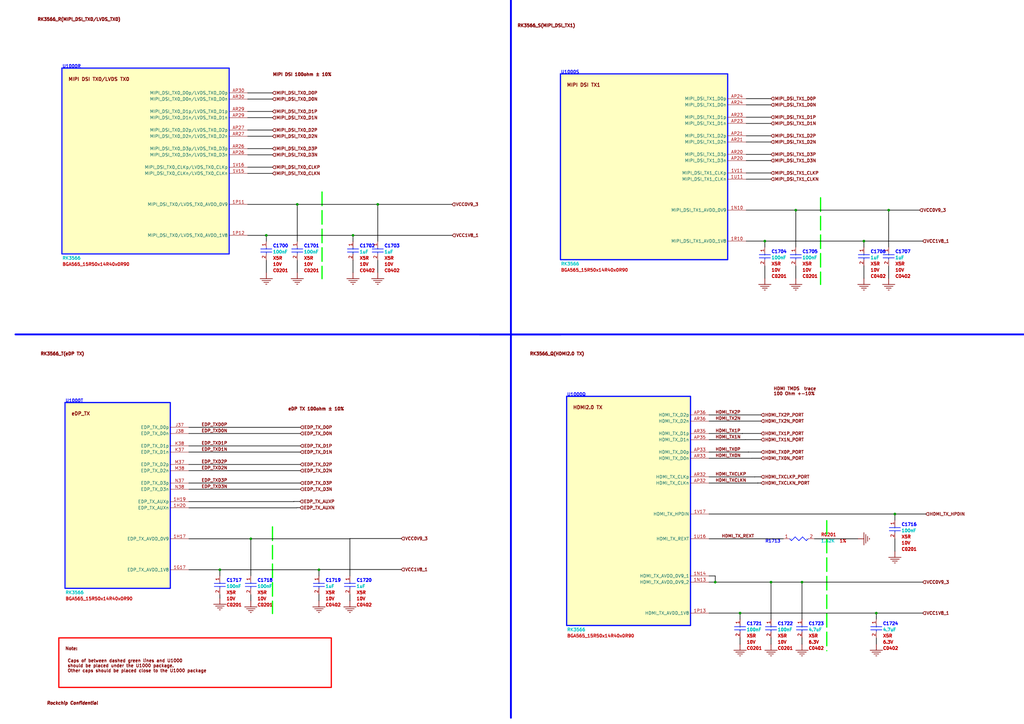
<source format=kicad_sch>
(kicad_sch (version 20231120) (generator "eeschema") (generator_version "8.0")
  (paper "User" 419.989 297.002)
  (lib_symbols
    (symbol "total-altium-import:17_0_CAP NP"
      (symbol "17_0_CAP NP_1_0"
        (pin passive line (at 2.54 2.54 270) (length 2.54) (name "1") (number "1"))
        (pin passive line (at 2.54 -5.08 90) (length 2.54) (name "2") (number "2"))
      )
    )
    (symbol "total-altium-import:17_0_SOC_RK3566"
      (symbol "17_0_SOC_RK3566_1_0"
        (pin passive line (at 30.48 -7.62 180) (length 7.62) (name "VDD_CPU_1") (number "1C12"))
        (pin passive line (at 30.48 -10.16 180) (length 7.62) (name "VDD_CPU_2") (number "1D11"))
        (pin passive line (at 30.48 -12.7 180) (length 7.62) (name "VDD_CPU_3") (number "1D12"))
        (pin passive line (at 30.48 -15.24 180) (length 7.62) (name "VDD_CPU_4") (number "1E11"))
        (pin passive line (at 30.48 -17.78 180) (length 7.62) (name "VDD_CPU_5") (number "1E12"))
        (pin passive line (at 30.48 -20.32 180) (length 7.62) (name "VDD_CPU_6") (number "1E13"))
        (pin passive line (at 30.48 -22.86 180) (length 7.62) (name "VDD_CPU_7") (number "1F11"))
        (pin passive line (at 30.48 -25.4 180) (length 7.62) (name "VDD_CPU_8") (number "1F12"))
        (pin passive line (at 30.48 -27.94 180) (length 7.62) (name "VDD_CPU_9") (number "1F13"))
        (pin passive line (at 30.48 -30.48 180) (length 7.62) (name "VDD_CPU_10") (number "1F14"))
        (pin passive line (at 30.48 -33.02 180) (length 7.62) (name "VDD_CPU_11") (number "1G13"))
        (pin passive line (at 30.48 -109.22 180) (length 7.62) (name "VDD_NPU_1") (number "1G15"))
        (pin passive line (at 30.48 -53.34 180) (length 7.62) (name "VDD_LOGIC_4") (number "1H10"))
        (pin passive line (at 30.48 -111.76 180) (length 7.62) (name "VDD_NPU_2") (number "1H14"))
        (pin passive line (at 30.48 -114.3 180) (length 7.62) (name "VDD_NPU_3") (number "1H15"))
        (pin passive line (at 30.48 -45.72 180) (length 7.62) (name "VDD_LOGIC_1") (number "1H7"))
        (pin passive line (at 30.48 -48.26 180) (length 7.62) (name "VDD_LOGIC_2") (number "1H8"))
        (pin passive line (at 30.48 -50.8 180) (length 7.62) (name "VDD_LOGIC_3") (number "1H9"))
        (pin passive line (at 30.48 -58.42 180) (length 7.62) (name "VDD_LOGIC_6") (number "1J10"))
        (pin passive line (at 30.48 -116.84 180) (length 7.62) (name "VDD_NPU_4") (number "1J14"))
        (pin passive line (at 30.48 -119.38 180) (length 7.62) (name "VDD_NPU_5") (number "1J15"))
        (pin passive line (at 30.48 -55.88 180) (length 7.62) (name "VDD_LOGIC_5") (number "1J7"))
        (pin passive line (at 30.48 -63.5 180) (length 7.62) (name "VDD_LOGIC_8") (number "1K10"))
        (pin passive line (at 30.48 -60.96 180) (length 7.62) (name "VDD_LOGIC_7") (number "1K7"))
        (pin passive line (at 30.48 -66.04 180) (length 7.62) (name "VDD_LOGIC_9") (number "1L7"))
        (pin passive line (at 30.48 -78.74 180) (length 7.62) (name "VDD_GPU_1") (number "1L8"))
        (pin passive line (at 30.48 -81.28 180) (length 7.62) (name "VDD_GPU_2") (number "1L9"))
        (pin passive line (at 30.48 -83.82 180) (length 7.62) (name "VDD_GPU_3") (number "1M7"))
        (pin passive line (at 30.48 -86.36 180) (length 7.62) (name "VDD_GPU_4") (number "1M8"))
        (pin passive line (at 30.48 -88.9 180) (length 7.62) (name "VDD_GPU_5") (number "1M9"))
      )
      (symbol "17_0_SOC_RK3566_2_0"
        (pin passive line (at 30.48 -78.74 180) (length 7.62) (name "VSS_30") (number "1B10"))
        (pin passive line (at 30.48 -81.28 180) (length 7.62) (name "VSS_31") (number "1B11"))
        (pin passive line (at 30.48 -83.82 180) (length 7.62) (name "VSS_32") (number "1B15"))
        (pin passive line (at 30.48 -86.36 180) (length 7.62) (name "VSS_33") (number "1B19"))
        (pin passive line (at 30.48 -101.6 180) (length 7.62) (name "VSS_39") (number "1C14"))
        (pin passive line (at 30.48 -104.14 180) (length 7.62) (name "VSS_40") (number "1C16"))
        (pin passive line (at 30.48 -106.68 180) (length 7.62) (name "VSS_41") (number "1C18"))
        (pin passive line (at 30.48 -88.9 180) (length 7.62) (name "VSS_34") (number "1C4"))
        (pin passive line (at 30.48 -91.44 180) (length 7.62) (name "VSS_35") (number "1C5"))
        (pin passive line (at 30.48 -93.98 180) (length 7.62) (name "VSS_36") (number "1C6"))
        (pin passive line (at 30.48 -96.52 180) (length 7.62) (name "VSS_37") (number "1C8"))
        (pin passive line (at 30.48 -99.06 180) (length 7.62) (name "VSS_38") (number "1C9"))
        (pin passive line (at 30.48 -109.22 180) (length 7.62) (name "VSS_42") (number "1D1"))
        (pin passive line (at 30.48 -114.3 180) (length 7.62) (name "VSS_44") (number "1D10"))
        (pin passive line (at 30.48 -116.84 180) (length 7.62) (name "VSS_45") (number "1D14"))
        (pin passive line (at 30.48 -111.76 180) (length 7.62) (name "VSS_43") (number "1D3"))
        (pin passive line (at 30.48 -124.46 180) (length 7.62) (name "VSS_48") (number "1E10"))
        (pin passive line (at 30.48 -127 180) (length 7.62) (name "VSS_49") (number "1E14"))
        (pin passive line (at 30.48 -129.54 180) (length 7.62) (name "VSS_50") (number "1E15"))
        (pin passive line (at 30.48 -119.38 180) (length 7.62) (name "VSS_46") (number "1E3"))
        (pin passive line (at 30.48 -121.92 180) (length 7.62) (name "VSS_47") (number "1E8"))
        (pin passive line (at 30.48 -5.08 180) (length 7.62) (name "VSS_1") (number "A1"))
        (pin passive line (at 30.48 -7.62 180) (length 7.62) (name "VSS_2") (number "A2"))
        (pin passive line (at 30.48 -10.16 180) (length 7.62) (name "VSS_3") (number "A38"))
        (pin passive line (at 30.48 -48.26 180) (length 7.62) (name "VSS_18") (number "AA2"))
        (pin passive line (at 30.48 -63.5 180) (length 7.62) (name "VSS_24") (number "AC37"))
        (pin passive line (at 30.48 -50.8 180) (length 7.62) (name "VSS_19") (number "AD2"))
        (pin passive line (at 30.48 -66.04 180) (length 7.62) (name "VSS_25") (number "AE37"))
        (pin passive line (at 30.48 -68.58 180) (length 7.62) (name "VSS_26") (number "AH37"))
        (pin passive line (at 30.48 -71.12 180) (length 7.62) (name "VSS_27") (number "AL37"))
        (pin passive line (at 30.48 -53.34 180) (length 7.62) (name "VSS_20") (number "AP2"))
        (pin passive line (at 30.48 -73.66 180) (length 7.62) (name "VSS_28") (number "AP37"))
        (pin passive line (at 30.48 -58.42 180) (length 7.62) (name "VSS_22") (number "AP8"))
        (pin passive line (at 30.48 -55.88 180) (length 7.62) (name "VSS_21") (number "AR1"))
        (pin passive line (at 30.48 -76.2 180) (length 7.62) (name "VSS_29") (number "AR38"))
        (pin passive line (at 30.48 -12.7 180) (length 7.62) (name "VSS_4") (number "B1"))
        (pin passive line (at 30.48 -20.32 180) (length 7.62) (name "VSS_7") (number "B11"))
        (pin passive line (at 30.48 -22.86 180) (length 7.62) (name "VSS_8") (number "B14"))
        (pin passive line (at 30.48 -25.4 180) (length 7.62) (name "VSS_9") (number "B18"))
        (pin passive line (at 30.48 -15.24 180) (length 7.62) (name "VSS_5") (number "B2"))
        (pin passive line (at 30.48 -27.94 180) (length 7.62) (name "VSS_10") (number "B21"))
        (pin passive line (at 30.48 -30.48 180) (length 7.62) (name "VSS_11") (number "B28"))
        (pin passive line (at 30.48 -33.02 180) (length 7.62) (name "VSS_12") (number "B31"))
        (pin passive line (at 30.48 -17.78 180) (length 7.62) (name "VSS_6") (number "B6"))
        (pin passive line (at 30.48 -35.56 180) (length 7.62) (name "VSS_13") (number "D2"))
        (pin passive line (at 30.48 -60.96 180) (length 7.62) (name "VSS_23") (number "E37"))
        (pin passive line (at 30.48 -38.1 180) (length 7.62) (name "VSS_14") (number "J2"))
        (pin passive line (at 30.48 -40.64 180) (length 7.62) (name "VSS_15") (number "L2"))
        (pin passive line (at 30.48 -43.18 180) (length 7.62) (name "VSS_16") (number "U2"))
        (pin passive line (at 30.48 -45.72 180) (length 7.62) (name "VSS_17") (number "W2"))
      )
      (symbol "17_0_SOC_RK3566_3_0"
        (pin passive line (at 30.48 -5.08 180) (length 7.62) (name "VSS_51") (number "1E17"))
        (pin passive line (at 30.48 -17.78 180) (length 7.62) (name "VSS_56") (number "1F10"))
        (pin passive line (at 30.48 -20.32 180) (length 7.62) (name "VSS_57") (number "1F15"))
        (pin passive line (at 30.48 -22.86 180) (length 7.62) (name "VSS_58") (number "1F16"))
        (pin passive line (at 30.48 -7.62 180) (length 7.62) (name "VSS_52") (number "1F6"))
        (pin passive line (at 30.48 -10.16 180) (length 7.62) (name "VSS_53") (number "1F7"))
        (pin passive line (at 30.48 -12.7 180) (length 7.62) (name "VSS_54") (number "1F8"))
        (pin passive line (at 30.48 -15.24 180) (length 7.62) (name "VSS_55") (number "1F9"))
        (pin passive line (at 30.48 -38.1 180) (length 7.62) (name "VSS_64") (number "1G10"))
        (pin passive line (at 30.48 -40.64 180) (length 7.62) (name "VSS_65") (number "1G11"))
        (pin passive line (at 30.48 -43.18 180) (length 7.62) (name "VSS_66") (number "1G12"))
        (pin passive line (at 30.48 -45.72 180) (length 7.62) (name "VSS_67") (number "1G14"))
        (pin passive line (at 30.48 -25.4 180) (length 7.62) (name "VSS_59") (number "1G3"))
        (pin passive line (at 30.48 -27.94 180) (length 7.62) (name "VSS_60") (number "1G6"))
        (pin passive line (at 30.48 -30.48 180) (length 7.62) (name "VSS_61") (number "1G7"))
        (pin passive line (at 30.48 -33.02 180) (length 7.62) (name "VSS_62") (number "1G8"))
        (pin passive line (at 30.48 -35.56 180) (length 7.62) (name "VSS_63") (number "1G9"))
        (pin passive line (at 30.48 -48.26 180) (length 7.62) (name "VSS_68") (number "1H1"))
        (pin passive line (at 30.48 -55.88 180) (length 7.62) (name "VSS_71") (number "1H11"))
        (pin passive line (at 30.48 -58.42 180) (length 7.62) (name "VSS_72") (number "1H12"))
        (pin passive line (at 30.48 -60.96 180) (length 7.62) (name "VSS_73") (number "1H13"))
        (pin passive line (at 30.48 -50.8 180) (length 7.62) (name "VSS_69") (number "1H2"))
        (pin passive line (at 30.48 -53.34 180) (length 7.62) (name "VSS_70") (number "1H6"))
        (pin passive line (at 30.48 -63.5 180) (length 7.62) (name "VSS_74") (number "1J1"))
        (pin passive line (at 30.48 -73.66 180) (length 7.62) (name "VSS_78") (number "1J11"))
        (pin passive line (at 30.48 -76.2 180) (length 7.62) (name "VSS_79") (number "1J12"))
        (pin passive line (at 30.48 -78.74 180) (length 7.62) (name "VSS_80") (number "1J13"))
        (pin passive line (at 30.48 -66.04 180) (length 7.62) (name "VSS_75") (number "1J6"))
        (pin passive line (at 30.48 -68.58 180) (length 7.62) (name "VSS_76") (number "1J8"))
        (pin passive line (at 30.48 -71.12 180) (length 7.62) (name "VSS_77") (number "1J9"))
        (pin passive line (at 30.48 -99.06 180) (length 7.62) (name "VSS_88") (number "1K11"))
        (pin passive line (at 30.48 -101.6 180) (length 7.62) (name "VSS_89") (number "1K12"))
        (pin passive line (at 30.48 -104.14 180) (length 7.62) (name "VSS_90") (number "1K13"))
        (pin passive line (at 30.48 -106.68 180) (length 7.62) (name "VSS_91") (number "1K14"))
        (pin passive line (at 30.48 -109.22 180) (length 7.62) (name "VSS_92") (number "1K15"))
        (pin passive line (at 30.48 -81.28 180) (length 7.62) (name "VSS_81") (number "1K2"))
        (pin passive line (at 30.48 -83.82 180) (length 7.62) (name "VSS_82") (number "1K3"))
        (pin passive line (at 30.48 -86.36 180) (length 7.62) (name "VSS_83") (number "1K4"))
        (pin passive line (at 30.48 -88.9 180) (length 7.62) (name "VSS_84") (number "1K5"))
        (pin passive line (at 30.48 -91.44 180) (length 7.62) (name "VSS_85") (number "1K6"))
        (pin passive line (at 30.48 -93.98 180) (length 7.62) (name "VSS_86") (number "1K8"))
        (pin passive line (at 30.48 -96.52 180) (length 7.62) (name "VSS_87") (number "1K9"))
        (pin passive line (at 30.48 -116.84 180) (length 7.62) (name "VSS_95") (number "1L10"))
        (pin passive line (at 30.48 -119.38 180) (length 7.62) (name "VSS_96") (number "1L11"))
        (pin passive line (at 30.48 -121.92 180) (length 7.62) (name "VSS_97") (number "1L12"))
        (pin passive line (at 30.48 -124.46 180) (length 7.62) (name "VSS_98") (number "1L13"))
        (pin passive line (at 30.48 -127 180) (length 7.62) (name "VSS_99") (number "1L14"))
        (pin passive line (at 30.48 -129.54 180) (length 7.62) (name "VSS_100") (number "1L15"))
        (pin passive line (at 30.48 -111.76 180) (length 7.62) (name "VSS_93") (number "1L3"))
        (pin passive line (at 30.48 -114.3 180) (length 7.62) (name "VSS_94") (number "1L6"))
      )
      (symbol "17_0_SOC_RK3566_4_0"
        (pin passive line (at 30.48 -15.24 180) (length 7.62) (name "VSS_105") (number "1M10"))
        (pin passive line (at 30.48 -17.78 180) (length 7.62) (name "VSS_106") (number "1M11"))
        (pin passive line (at 30.48 -20.32 180) (length 7.62) (name "VSS_107") (number "1M12"))
        (pin passive line (at 30.48 -22.86 180) (length 7.62) (name "VSS_108") (number "1M13"))
        (pin passive line (at 30.48 -25.4 180) (length 7.62) (name "VSS_109") (number "1M14"))
        (pin passive line (at 30.48 -27.94 180) (length 7.62) (name "VSS_110") (number "1M15"))
        (pin passive line (at 30.48 -30.48 180) (length 7.62) (name "VSS_111") (number "1M16"))
        (pin passive line (at 30.48 -33.02 180) (length 7.62) (name "VSS_112") (number "1M17"))
        (pin passive line (at 30.48 -35.56 180) (length 7.62) (name "VSS_113") (number "1M20"))
        (pin passive line (at 30.48 -5.08 180) (length 7.62) (name "VSS_101") (number "1M3"))
        (pin passive line (at 30.48 -7.62 180) (length 7.62) (name "VSS_102") (number "1M4"))
        (pin passive line (at 30.48 -10.16 180) (length 7.62) (name "VSS_103") (number "1M5"))
        (pin passive line (at 30.48 -12.7 180) (length 7.62) (name "VSS_104") (number "1M6"))
        (pin passive line (at 30.48 -38.1 180) (length 7.62) (name "VSS_114") (number "1N3"))
        (pin passive line (at 30.48 -40.64 180) (length 7.62) (name "VSS_115") (number "1N4"))
        (pin passive line (at 30.48 -43.18 180) (length 7.62) (name "VSS_116") (number "1N7"))
        (pin passive line (at 30.48 -45.72 180) (length 7.62) (name "VSS_117") (number "1P1"))
        (pin passive line (at 30.48 -55.88 180) (length 7.62) (name "VSS_121") (number "1P15"))
        (pin passive line (at 30.48 -48.26 180) (length 7.62) (name "VSS_118") (number "1P5"))
        (pin passive line (at 30.48 -50.8 180) (length 7.62) (name "VSS_119") (number "1P6"))
        (pin passive line (at 30.48 -53.34 180) (length 7.62) (name "VSS_120") (number "1P7"))
        (pin passive line (at 30.48 -58.42 180) (length 7.62) (name "VSS_122") (number "1R3"))
        (pin passive line (at 30.48 -60.96 180) (length 7.62) (name "VSS_123") (number "1R4"))
        (pin passive line (at 30.48 -63.5 180) (length 7.62) (name "VSS_124") (number "1R5"))
        (pin passive line (at 30.48 -66.04 180) (length 7.62) (name "VSS_125") (number "1R6"))
        (pin passive line (at 30.48 -68.58 180) (length 7.62) (name "VSS_126") (number "1R7"))
        (pin passive line (at 30.48 -71.12 180) (length 7.62) (name "VSS_127") (number "1T3"))
        (pin passive line (at 30.48 -73.66 180) (length 7.62) (name "VSS_128") (number "1T5"))
        (pin passive line (at 30.48 -76.2 180) (length 7.62) (name "VSS_129") (number "1U2"))
        (pin passive line (at 30.48 -78.74 180) (length 7.62) (name "VSS_130") (number "1V1"))
        (pin passive line (at 30.48 -81.28 180) (length 7.62) (name "VSS_131") (number "1V4"))
      )
      (symbol "17_0_SOC_RK3566_5_0"
        (pin passive line (at 30.48 -119.38 180) (length 7.62) (name "AVSS1_6") (number "1F20"))
        (pin passive line (at 30.48 -121.92 180) (length 7.62) (name "AVSS1_7") (number "1G16"))
        (pin passive line (at 30.48 -124.46 180) (length 7.62) (name "AVSS1_8") (number "1G18"))
        (pin passive line (at 30.48 -127 180) (length 7.62) (name "AVSS1_9") (number "1G19"))
        (pin passive line (at 30.48 -129.54 180) (length 7.62) (name "AVSS1_10") (number "1G20"))
        (pin passive line (at 30.48 -132.08 180) (length 7.62) (name "AVSS1_11") (number "1J16"))
        (pin passive line (at 30.48 -134.62 180) (length 7.62) (name "AVSS1_12") (number "1J18"))
        (pin passive line (at 30.48 -137.16 180) (length 7.62) (name "AVSS1_13") (number "1K18"))
        (pin passive line (at 30.48 -139.7 180) (length 7.62) (name "AVSS1_14") (number "1L19"))
        (pin passive line (at 30.48 -25.4 180) (length 7.62) (name "AVSS_9") (number "1N11"))
        (pin passive line (at 30.48 -27.94 180) (length 7.62) (name "AVSS_10") (number "1N12"))
        (pin passive line (at 30.48 -33.02 180) (length 7.62) (name "AVSS_12") (number "1P10"))
        (pin passive line (at 30.48 -35.56 180) (length 7.62) (name "AVSS_13") (number "1P14"))
        (pin passive line (at 30.48 -30.48 180) (length 7.62) (name "AVSS_11") (number "1P8"))
        (pin passive line (at 30.48 -43.18 180) (length 7.62) (name "AVSS_16") (number "1R11"))
        (pin passive line (at 30.48 -45.72 180) (length 7.62) (name "AVSS_17") (number "1R12"))
        (pin passive line (at 30.48 -48.26 180) (length 7.62) (name "AVSS_18") (number "1R13"))
        (pin passive line (at 30.48 -50.8 180) (length 7.62) (name "AVSS_19") (number "1R14"))
        (pin passive line (at 30.48 -53.34 180) (length 7.62) (name "AVSS_20") (number "1R15"))
        (pin passive line (at 30.48 -38.1 180) (length 7.62) (name "AVSS_14") (number "1R8"))
        (pin passive line (at 30.48 -40.64 180) (length 7.62) (name "AVSS_15") (number "1R9"))
        (pin passive line (at 30.48 -63.5 180) (length 7.62) (name "AVSS_24") (number "1T10"))
        (pin passive line (at 30.48 -66.04 180) (length 7.62) (name "AVSS_25") (number "1T11"))
        (pin passive line (at 30.48 -68.58 180) (length 7.62) (name "AVSS_26") (number "1T12"))
        (pin passive line (at 30.48 -71.12 180) (length 7.62) (name "AVSS_27") (number "1T13"))
        (pin passive line (at 30.48 -73.66 180) (length 7.62) (name "AVSS_28") (number "1T14"))
        (pin passive line (at 30.48 -76.2 180) (length 7.62) (name "AVSS_29") (number "1T15"))
        (pin passive line (at 30.48 -78.74 180) (length 7.62) (name "AVSS_30") (number "1T16"))
        (pin passive line (at 30.48 -81.28 180) (length 7.62) (name "AVSS_31") (number "1T17"))
        (pin passive line (at 30.48 -55.88 180) (length 7.62) (name "AVSS_21") (number "1T7"))
        (pin passive line (at 30.48 -58.42 180) (length 7.62) (name "AVSS_22") (number "1T8"))
        (pin passive line (at 30.48 -60.96 180) (length 7.62) (name "AVSS_23") (number "1T9"))
        (pin passive line (at 30.48 -83.82 180) (length 7.62) (name "AVSS_32") (number "1U12"))
        (pin passive line (at 30.48 -86.36 180) (length 7.62) (name "AVSS_33") (number "1U13"))
        (pin passive line (at 30.48 -88.9 180) (length 7.62) (name "AVSS_34") (number "1U15"))
        (pin passive line (at 30.48 -91.44 180) (length 7.62) (name "AVSS_35") (number "1U17"))
        (pin passive line (at 30.48 -96.52 180) (length 7.62) (name "AVSS_37") (number "1V12"))
        (pin passive line (at 30.48 -99.06 180) (length 7.62) (name "AVSS_38") (number "1V13"))
        (pin passive line (at 30.48 -101.6 180) (length 7.62) (name "AVSS_39") (number "1V18"))
        (pin passive line (at 30.48 -93.98 180) (length 7.62) (name "AVSS_36") (number "1V7"))
        (pin passive line (at 30.48 -5.08 180) (length 7.62) (name "AVSS_1") (number "AP13"))
        (pin passive line (at 30.48 -7.62 180) (length 7.62) (name "AVSS_2") (number "AP16"))
        (pin passive line (at 30.48 -10.16 180) (length 7.62) (name "AVSS_3") (number "AP19"))
        (pin passive line (at 30.48 -12.7 180) (length 7.62) (name "AVSS_4") (number "AP22"))
        (pin passive line (at 30.48 -15.24 180) (length 7.62) (name "AVSS_5") (number "AP25"))
        (pin passive line (at 30.48 -17.78 180) (length 7.62) (name "AVSS_6") (number "AP28"))
        (pin passive line (at 30.48 -20.32 180) (length 7.62) (name "AVSS_7") (number "AP31"))
        (pin passive line (at 30.48 -22.86 180) (length 7.62) (name "AVSS_8") (number "AP34"))
        (pin passive line (at 30.48 -106.68 180) (length 7.62) (name "AVSS1_1") (number "H37"))
        (pin passive line (at 30.48 -109.22 180) (length 7.62) (name "AVSS1_2") (number "L37"))
        (pin passive line (at 30.48 -111.76 180) (length 7.62) (name "AVSS1_3") (number "P37"))
        (pin passive line (at 30.48 -114.3 180) (length 7.62) (name "AVSS1_4") (number "U37"))
        (pin passive line (at 30.48 -116.84 180) (length 7.62) (name "AVSS1_5") (number "Y37"))
      )
      (symbol "17_0_SOC_RK3566_6_0"
        (text "---" (at 133.096 -13.462 0) (effects (font (size 0.889 0.889)) (justify left bottom)))
        (text "---" (at 178.816 -104.902 0) (effects (font (size 0.889 0.889)) (justify left bottom)))
        (text "---" (at 178.816 -76.962 0) (effects (font (size 0.889 0.889)) (justify left bottom)))
        (text "---" (at 178.816 -74.422 0) (effects (font (size 0.889 0.889)) (justify left bottom)))
        (text "---" (at 178.816 -66.802 0) (effects (font (size 0.889 0.889)) (justify left bottom)))
        (text "---" (at 178.816 -64.262 0) (effects (font (size 0.889 0.889)) (justify left bottom)))
        (text "---" (at 178.816 -56.642 0) (effects (font (size 0.889 0.889)) (justify left bottom)))
        (text "---" (at 178.816 -49.022 0) (effects (font (size 0.889 0.889)) (justify left bottom)))
        (text "---" (at 178.816 -41.402 0) (effects (font (size 0.889 0.889)) (justify left bottom)))
        (text "---" (at 178.816 -38.862 0) (effects (font (size 0.889 0.889)) (justify left bottom)))
        (text "---" (at 178.816 -31.242 0) (effects (font (size 0.889 0.889)) (justify left bottom)))
        (text "---" (at 178.816 -18.542 0) (effects (font (size 0.889 0.889)) (justify left bottom)))
        (text "---" (at 178.816 -13.462 0) (effects (font (size 0.889 0.889)) (justify left bottom)))
        (text "---" (at 178.816 -10.922 0) (effects (font (size 0.889 0.889)) (justify left bottom)))
        (text "/" (at 17.78 -155.702 0) (effects (font (size 0.889 0.889)) (justify left bottom)))
        (text "/" (at 17.78 -153.162 0) (effects (font (size 0.889 0.889)) (justify left bottom)))
        (text "/" (at 17.78 -148.082 0) (effects (font (size 0.889 0.889)) (justify left bottom)))
        (text "/" (at 17.78 -143.002 0) (effects (font (size 0.889 0.889)) (justify left bottom)))
        (text "/" (at 17.78 -140.462 0) (effects (font (size 0.889 0.889)) (justify left bottom)))
        (text "/" (at 17.78 -137.922 0) (effects (font (size 0.889 0.889)) (justify left bottom)))
        (text "/" (at 17.78 -135.382 0) (effects (font (size 0.889 0.889)) (justify left bottom)))
        (text "/" (at 17.78 -132.842 0) (effects (font (size 0.889 0.889)) (justify left bottom)))
        (text "/" (at 17.78 -130.302 0) (effects (font (size 0.889 0.889)) (justify left bottom)))
        (text "/" (at 17.78 -127.762 0) (effects (font (size 0.889 0.889)) (justify left bottom)))
        (text "/" (at 17.78 -125.222 0) (effects (font (size 0.889 0.889)) (justify left bottom)))
        (text "/" (at 17.78 -117.602 0) (effects (font (size 0.889 0.889)) (justify left bottom)))
        (text "/" (at 17.78 -115.062 0) (effects (font (size 0.889 0.889)) (justify left bottom)))
        (text "/" (at 17.78 -109.982 0) (effects (font (size 0.889 0.889)) (justify left bottom)))
        (text "/" (at 17.78 -104.902 0) (effects (font (size 0.889 0.889)) (justify left bottom)))
        (text "/" (at 17.78 -102.362 0) (effects (font (size 0.889 0.889)) (justify left bottom)))
        (text "/" (at 17.78 -99.822 0) (effects (font (size 0.889 0.889)) (justify left bottom)))
        (text "/" (at 17.78 -97.282 0) (effects (font (size 0.889 0.889)) (justify left bottom)))
        (text "/" (at 17.78 -94.742 0) (effects (font (size 0.889 0.889)) (justify left bottom)))
        (text "/" (at 17.78 -92.202 0) (effects (font (size 0.889 0.889)) (justify left bottom)))
        (text "/" (at 17.78 -89.662 0) (effects (font (size 0.889 0.889)) (justify left bottom)))
        (text "/" (at 17.78 -87.122 0) (effects (font (size 0.889 0.889)) (justify left bottom)))
        (text "/" (at 17.78 -79.502 0) (effects (font (size 0.889 0.889)) (justify left bottom)))
        (text "/" (at 17.78 -76.962 0) (effects (font (size 0.889 0.889)) (justify left bottom)))
        (text "/" (at 17.78 -71.882 0) (effects (font (size 0.889 0.889)) (justify left bottom)))
        (text "/" (at 17.78 -66.802 0) (effects (font (size 0.889 0.889)) (justify left bottom)))
        (text "/" (at 17.78 -64.262 0) (effects (font (size 0.889 0.889)) (justify left bottom)))
        (text "/" (at 17.78 -61.722 0) (effects (font (size 0.889 0.889)) (justify left bottom)))
        (text "/" (at 17.78 -59.182 0) (effects (font (size 0.889 0.889)) (justify left bottom)))
        (text "/" (at 17.78 -56.642 0) (effects (font (size 0.889 0.889)) (justify left bottom)))
        (text "/" (at 17.78 -54.102 0) (effects (font (size 0.889 0.889)) (justify left bottom)))
        (text "/" (at 17.78 -51.562 0) (effects (font (size 0.889 0.889)) (justify left bottom)))
        (text "/" (at 17.78 -49.022 0) (effects (font (size 0.889 0.889)) (justify left bottom)))
        (text "/" (at 17.78 -41.402 0) (effects (font (size 0.889 0.889)) (justify left bottom)))
        (text "/" (at 17.78 -38.862 0) (effects (font (size 0.889 0.889)) (justify left bottom)))
        (text "/" (at 17.78 -33.782 0) (effects (font (size 0.889 0.889)) (justify left bottom)))
        (text "/" (at 17.78 -28.702 0) (effects (font (size 0.889 0.889)) (justify left bottom)))
        (text "/" (at 17.78 -26.162 0) (effects (font (size 0.889 0.889)) (justify left bottom)))
        (text "/" (at 17.78 -23.622 0) (effects (font (size 0.889 0.889)) (justify left bottom)))
        (text "/" (at 17.78 -21.082 0) (effects (font (size 0.889 0.889)) (justify left bottom)))
        (text "/" (at 17.78 -18.542 0) (effects (font (size 0.889 0.889)) (justify left bottom)))
        (text "/" (at 17.78 -16.002 0) (effects (font (size 0.889 0.889)) (justify left bottom)))
        (text "/" (at 17.78 -13.462 0) (effects (font (size 0.889 0.889)) (justify left bottom)))
        (text "/" (at 17.78 -10.922 0) (effects (font (size 0.889 0.889)) (justify left bottom)))
        (text "/" (at 40.64 -155.702 0) (effects (font (size 0.889 0.889)) (justify left bottom)))
        (text "/" (at 40.64 -153.162 0) (effects (font (size 0.889 0.889)) (justify left bottom)))
        (text "/" (at 40.64 -148.082 0) (effects (font (size 0.889 0.889)) (justify left bottom)))
        (text "/" (at 40.64 -143.002 0) (effects (font (size 0.889 0.889)) (justify left bottom)))
        (text "/" (at 40.64 -140.462 0) (effects (font (size 0.889 0.889)) (justify left bottom)))
        (text "/" (at 40.64 -137.922 0) (effects (font (size 0.889 0.889)) (justify left bottom)))
        (text "/" (at 40.64 -135.382 0) (effects (font (size 0.889 0.889)) (justify left bottom)))
        (text "/" (at 40.64 -132.842 0) (effects (font (size 0.889 0.889)) (justify left bottom)))
        (text "/" (at 40.64 -130.302 0) (effects (font (size 0.889 0.889)) (justify left bottom)))
        (text "/" (at 40.64 -127.762 0) (effects (font (size 0.889 0.889)) (justify left bottom)))
        (text "/" (at 40.64 -125.222 0) (effects (font (size 0.889 0.889)) (justify left bottom)))
        (text "/" (at 40.64 -117.602 0) (effects (font (size 0.889 0.889)) (justify left bottom)))
        (text "/" (at 40.64 -115.062 0) (effects (font (size 0.889 0.889)) (justify left bottom)))
        (text "/" (at 40.64 -109.982 0) (effects (font (size 0.889 0.889)) (justify left bottom)))
        (text "/" (at 40.64 -104.902 0) (effects (font (size 0.889 0.889)) (justify left bottom)))
        (text "/" (at 40.64 -102.362 0) (effects (font (size 0.889 0.889)) (justify left bottom)))
        (text "/" (at 40.64 -99.822 0) (effects (font (size 0.889 0.889)) (justify left bottom)))
        (text "/" (at 40.64 -97.282 0) (effects (font (size 0.889 0.889)) (justify left bottom)))
        (text "/" (at 40.64 -94.742 0) (effects (font (size 0.889 0.889)) (justify left bottom)))
        (text "/" (at 40.64 -92.202 0) (effects (font (size 0.889 0.889)) (justify left bottom)))
        (text "/" (at 40.64 -89.662 0) (effects (font (size 0.889 0.889)) (justify left bottom)))
        (text "/" (at 40.64 -87.122 0) (effects (font (size 0.889 0.889)) (justify left bottom)))
        (text "/" (at 40.64 -79.502 0) (effects (font (size 0.889 0.889)) (justify left bottom)))
        (text "/" (at 40.64 -76.962 0) (effects (font (size 0.889 0.889)) (justify left bottom)))
        (text "/" (at 40.64 -71.882 0) (effects (font (size 0.889 0.889)) (justify left bottom)))
        (text "/" (at 40.64 -66.802 0) (effects (font (size 0.889 0.889)) (justify left bottom)))
        (text "/" (at 40.64 -64.262 0) (effects (font (size 0.889 0.889)) (justify left bottom)))
        (text "/" (at 40.64 -61.722 0) (effects (font (size 0.889 0.889)) (justify left bottom)))
        (text "/" (at 40.64 -59.182 0) (effects (font (size 0.889 0.889)) (justify left bottom)))
        (text "/" (at 40.64 -56.642 0) (effects (font (size 0.889 0.889)) (justify left bottom)))
        (text "/" (at 40.64 -54.102 0) (effects (font (size 0.889 0.889)) (justify left bottom)))
        (text "/" (at 40.64 -51.562 0) (effects (font (size 0.889 0.889)) (justify left bottom)))
        (text "/" (at 40.64 -49.022 0) (effects (font (size 0.889 0.889)) (justify left bottom)))
        (text "/" (at 40.64 -41.402 0) (effects (font (size 0.889 0.889)) (justify left bottom)))
        (text "/" (at 40.64 -38.862 0) (effects (font (size 0.889 0.889)) (justify left bottom)))
        (text "/" (at 40.64 -33.782 0) (effects (font (size 0.889 0.889)) (justify left bottom)))
        (text "/" (at 40.64 -28.702 0) (effects (font (size 0.889 0.889)) (justify left bottom)))
        (text "/" (at 40.64 -26.162 0) (effects (font (size 0.889 0.889)) (justify left bottom)))
        (text "/" (at 40.64 -23.622 0) (effects (font (size 0.889 0.889)) (justify left bottom)))
        (text "/" (at 40.64 -21.082 0) (effects (font (size 0.889 0.889)) (justify left bottom)))
        (text "/" (at 40.64 -18.542 0) (effects (font (size 0.889 0.889)) (justify left bottom)))
        (text "/" (at 40.64 -16.002 0) (effects (font (size 0.889 0.889)) (justify left bottom)))
        (text "/" (at 40.64 -13.462 0) (effects (font (size 0.889 0.889)) (justify left bottom)))
        (text "/" (at 40.64 -10.922 0) (effects (font (size 0.889 0.889)) (justify left bottom)))
        (text "/" (at 63.5 -155.702 0) (effects (font (size 0.889 0.889)) (justify left bottom)))
        (text "/" (at 63.5 -153.162 0) (effects (font (size 0.889 0.889)) (justify left bottom)))
        (text "/" (at 63.5 -148.082 0) (effects (font (size 0.889 0.889)) (justify left bottom)))
        (text "/" (at 63.5 -143.002 0) (effects (font (size 0.889 0.889)) (justify left bottom)))
        (text "/" (at 63.5 -140.462 0) (effects (font (size 0.889 0.889)) (justify left bottom)))
        (text "/" (at 63.5 -137.922 0) (effects (font (size 0.889 0.889)) (justify left bottom)))
        (text "/" (at 63.5 -135.382 0) (effects (font (size 0.889 0.889)) (justify left bottom)))
        (text "/" (at 63.5 -132.842 0) (effects (font (size 0.889 0.889)) (justify left bottom)))
        (text "/" (at 63.5 -130.302 0) (effects (font (size 0.889 0.889)) (justify left bottom)))
        (text "/" (at 63.5 -127.762 0) (effects (font (size 0.889 0.889)) (justify left bottom)))
        (text "/" (at 63.5 -125.222 0) (effects (font (size 0.889 0.889)) (justify left bottom)))
        (text "/" (at 63.5 -117.602 0) (effects (font (size 0.889 0.889)) (justify left bottom)))
        (text "/" (at 63.5 -115.062 0) (effects (font (size 0.889 0.889)) (justify left bottom)))
        (text "/" (at 63.5 -109.982 0) (effects (font (size 0.889 0.889)) (justify left bottom)))
        (text "/" (at 63.5 -104.902 0) (effects (font (size 0.889 0.889)) (justify left bottom)))
        (text "/" (at 63.5 -102.362 0) (effects (font (size 0.889 0.889)) (justify left bottom)))
        (text "/" (at 63.5 -99.822 0) (effects (font (size 0.889 0.889)) (justify left bottom)))
        (text "/" (at 63.5 -97.282 0) (effects (font (size 0.889 0.889)) (justify left bottom)))
        (text "/" (at 63.5 -94.742 0) (effects (font (size 0.889 0.889)) (justify left bottom)))
        (text "/" (at 63.5 -92.202 0) (effects (font (size 0.889 0.889)) (justify left bottom)))
        (text "/" (at 63.5 -89.662 0) (effects (font (size 0.889 0.889)) (justify left bottom)))
        (text "/" (at 63.5 -87.122 0) (effects (font (size 0.889 0.889)) (justify left bottom)))
        (text "/" (at 63.5 -79.502 0) (effects (font (size 0.889 0.889)) (justify left bottom)))
        (text "/" (at 63.5 -76.962 0) (effects (font (size 0.889 0.889)) (justify left bottom)))
        (text "/" (at 63.5 -71.882 0) (effects (font (size 0.889 0.889)) (justify left bottom)))
        (text "/" (at 63.5 -66.802 0) (effects (font (size 0.889 0.889)) (justify left bottom)))
        (text "/" (at 63.5 -64.262 0) (effects (font (size 0.889 0.889)) (justify left bottom)))
        (text "/" (at 63.5 -61.722 0) (effects (font (size 0.889 0.889)) (justify left bottom)))
        (text "/" (at 63.5 -59.182 0) (effects (font (size 0.889 0.889)) (justify left bottom)))
        (text "/" (at 63.5 -56.642 0) (effects (font (size 0.889 0.889)) (justify left bottom)))
        (text "/" (at 63.5 -54.102 0) (effects (font (size 0.889 0.889)) (justify left bottom)))
        (text "/" (at 63.5 -51.562 0) (effects (font (size 0.889 0.889)) (justify left bottom)))
        (text "/" (at 63.5 -49.022 0) (effects (font (size 0.889 0.889)) (justify left bottom)))
        (text "/" (at 63.5 -41.402 0) (effects (font (size 0.889 0.889)) (justify left bottom)))
        (text "/" (at 63.5 -38.862 0) (effects (font (size 0.889 0.889)) (justify left bottom)))
        (text "/" (at 63.5 -33.782 0) (effects (font (size 0.889 0.889)) (justify left bottom)))
        (text "/" (at 63.5 -28.702 0) (effects (font (size 0.889 0.889)) (justify left bottom)))
        (text "/" (at 63.5 -26.162 0) (effects (font (size 0.889 0.889)) (justify left bottom)))
        (text "/" (at 63.5 -23.622 0) (effects (font (size 0.889 0.889)) (justify left bottom)))
        (text "/" (at 63.5 -21.082 0) (effects (font (size 0.889 0.889)) (justify left bottom)))
        (text "/" (at 63.5 -18.542 0) (effects (font (size 0.889 0.889)) (justify left bottom)))
        (text "/" (at 63.5 -16.002 0) (effects (font (size 0.889 0.889)) (justify left bottom)))
        (text "/" (at 63.5 -13.462 0) (effects (font (size 0.889 0.889)) (justify left bottom)))
        (text "/" (at 63.5 -10.922 0) (effects (font (size 0.889 0.889)) (justify left bottom)))
        (text "/" (at 81.28 -155.702 0) (effects (font (size 0.889 0.889)) (justify left bottom)))
        (text "/" (at 81.28 -153.162 0) (effects (font (size 0.889 0.889)) (justify left bottom)))
        (text "/" (at 81.28 -148.082 0) (effects (font (size 0.889 0.889)) (justify left bottom)))
        (text "/" (at 81.28 -143.002 0) (effects (font (size 0.889 0.889)) (justify left bottom)))
        (text "/" (at 81.28 -140.462 0) (effects (font (size 0.889 0.889)) (justify left bottom)))
        (text "/" (at 81.28 -137.922 0) (effects (font (size 0.889 0.889)) (justify left bottom)))
        (text "/" (at 81.28 -135.382 0) (effects (font (size 0.889 0.889)) (justify left bottom)))
        (text "/" (at 81.28 -132.842 0) (effects (font (size 0.889 0.889)) (justify left bottom)))
        (text "/" (at 81.28 -130.302 0) (effects (font (size 0.889 0.889)) (justify left bottom)))
        (text "/" (at 81.28 -127.762 0) (effects (font (size 0.889 0.889)) (justify left bottom)))
        (text "/" (at 81.28 -125.222 0) (effects (font (size 0.889 0.889)) (justify left bottom)))
        (text "/" (at 81.28 -117.602 0) (effects (font (size 0.889 0.889)) (justify left bottom)))
        (text "/" (at 81.28 -115.062 0) (effects (font (size 0.889 0.889)) (justify left bottom)))
        (text "/" (at 81.28 -109.982 0) (effects (font (size 0.889 0.889)) (justify left bottom)))
        (text "/" (at 81.28 -104.902 0) (effects (font (size 0.889 0.889)) (justify left bottom)))
        (text "/" (at 81.28 -102.362 0) (effects (font (size 0.889 0.889)) (justify left bottom)))
        (text "/" (at 81.28 -99.822 0) (effects (font (size 0.889 0.889)) (justify left bottom)))
        (text "/" (at 81.28 -97.282 0) (effects (font (size 0.889 0.889)) (justify left bottom)))
        (text "/" (at 81.28 -94.742 0) (effects (font (size 0.889 0.889)) (justify left bottom)))
        (text "/" (at 81.28 -92.202 0) (effects (font (size 0.889 0.889)) (justify left bottom)))
        (text "/" (at 81.28 -89.662 0) (effects (font (size 0.889 0.889)) (justify left bottom)))
        (text "/" (at 81.28 -87.122 0) (effects (font (size 0.889 0.889)) (justify left bottom)))
        (text "/" (at 81.28 -79.502 0) (effects (font (size 0.889 0.889)) (justify left bottom)))
        (text "/" (at 81.28 -76.962 0) (effects (font (size 0.889 0.889)) (justify left bottom)))
        (text "/" (at 81.28 -71.882 0) (effects (font (size 0.889 0.889)) (justify left bottom)))
        (text "/" (at 81.28 -66.802 0) (effects (font (size 0.889 0.889)) (justify left bottom)))
        (text "/" (at 81.28 -64.262 0) (effects (font (size 0.889 0.889)) (justify left bottom)))
        (text "/" (at 81.28 -61.722 0) (effects (font (size 0.889 0.889)) (justify left bottom)))
        (text "/" (at 81.28 -59.182 0) (effects (font (size 0.889 0.889)) (justify left bottom)))
        (text "/" (at 81.28 -56.642 0) (effects (font (size 0.889 0.889)) (justify left bottom)))
        (text "/" (at 81.28 -54.102 0) (effects (font (size 0.889 0.889)) (justify left bottom)))
        (text "/" (at 81.28 -51.562 0) (effects (font (size 0.889 0.889)) (justify left bottom)))
        (text "/" (at 81.28 -49.022 0) (effects (font (size 0.889 0.889)) (justify left bottom)))
        (text "/" (at 81.28 -41.402 0) (effects (font (size 0.889 0.889)) (justify left bottom)))
        (text "/" (at 81.28 -38.862 0) (effects (font (size 0.889 0.889)) (justify left bottom)))
        (text "/" (at 81.28 -33.782 0) (effects (font (size 0.889 0.889)) (justify left bottom)))
        (text "/" (at 81.28 -28.702 0) (effects (font (size 0.889 0.889)) (justify left bottom)))
        (text "/" (at 81.28 -26.162 0) (effects (font (size 0.889 0.889)) (justify left bottom)))
        (text "/" (at 81.28 -23.622 0) (effects (font (size 0.889 0.889)) (justify left bottom)))
        (text "/" (at 81.28 -21.082 0) (effects (font (size 0.889 0.889)) (justify left bottom)))
        (text "/" (at 81.28 -18.542 0) (effects (font (size 0.889 0.889)) (justify left bottom)))
        (text "/" (at 81.28 -16.002 0) (effects (font (size 0.889 0.889)) (justify left bottom)))
        (text "/" (at 81.28 -13.462 0) (effects (font (size 0.889 0.889)) (justify left bottom)))
        (text "/" (at 81.28 -10.922 0) (effects (font (size 0.889 0.889)) (justify left bottom)))
        (text "/" (at 130.556 -104.902 0) (effects (font (size 0.889 0.889)) (justify left bottom)))
        (text "/" (at 130.556 -99.822 0) (effects (font (size 0.889 0.889)) (justify left bottom)))
        (text "/" (at 130.556 -97.282 0) (effects (font (size 0.889 0.889)) (justify left bottom)))
        (text "/" (at 130.556 -94.742 0) (effects (font (size 0.889 0.889)) (justify left bottom)))
        (text "/" (at 130.556 -92.202 0) (effects (font (size 0.889 0.889)) (justify left bottom)))
        (text "/" (at 130.556 -87.122 0) (effects (font (size 0.889 0.889)) (justify left bottom)))
        (text "/" (at 130.556 -84.582 0) (effects (font (size 0.889 0.889)) (justify left bottom)))
        (text "/" (at 130.556 -79.502 0) (effects (font (size 0.889 0.889)) (justify left bottom)))
        (text "/" (at 130.556 -76.962 0) (effects (font (size 0.889 0.889)) (justify left bottom)))
        (text "/" (at 130.556 -74.422 0) (effects (font (size 0.889 0.889)) (justify left bottom)))
        (text "/" (at 130.556 -69.342 0) (effects (font (size 0.889 0.889)) (justify left bottom)))
        (text "/" (at 130.556 -66.802 0) (effects (font (size 0.889 0.889)) (justify left bottom)))
        (text "/" (at 130.556 -64.262 0) (effects (font (size 0.889 0.889)) (justify left bottom)))
        (text "/" (at 130.556 -61.722 0) (effects (font (size 0.889 0.889)) (justify left bottom)))
        (text "/" (at 130.556 -56.642 0) (effects (font (size 0.889 0.889)) (justify left bottom)))
        (text "/" (at 130.556 -54.102 0) (effects (font (size 0.889 0.889)) (justify left bottom)))
        (text "/" (at 130.556 -51.562 0) (effects (font (size 0.889 0.889)) (justify left bottom)))
        (text "/" (at 130.556 -49.022 0) (effects (font (size 0.889 0.889)) (justify left bottom)))
        (text "/" (at 130.556 -43.942 0) (effects (font (size 0.889 0.889)) (justify left bottom)))
        (text "/" (at 130.556 -41.402 0) (effects (font (size 0.889 0.889)) (justify left bottom)))
        (text "/" (at 130.556 -38.862 0) (effects (font (size 0.889 0.889)) (justify left bottom)))
        (text "/" (at 130.556 -36.322 0) (effects (font (size 0.889 0.889)) (justify left bottom)))
        (text "/" (at 130.556 -31.242 0) (effects (font (size 0.889 0.889)) (justify left bottom)))
        (text "/" (at 130.556 -28.702 0) (effects (font (size 0.889 0.889)) (justify left bottom)))
        (text "/" (at 130.556 -26.162 0) (effects (font (size 0.889 0.889)) (justify left bottom)))
        (text "/" (at 130.556 -23.622 0) (effects (font (size 0.889 0.889)) (justify left bottom)))
        (text "/" (at 130.556 -18.542 0) (effects (font (size 0.889 0.889)) (justify left bottom)))
        (text "/" (at 130.556 -16.002 0) (effects (font (size 0.889 0.889)) (justify left bottom)))
        (text "/" (at 130.556 -13.462 0) (effects (font (size 0.889 0.889)) (justify left bottom)))
        (text "/" (at 130.556 -10.922 0) (effects (font (size 0.889 0.889)) (justify left bottom)))
        (text "/" (at 155.956 -104.902 0) (effects (font (size 0.889 0.889)) (justify left bottom)))
        (text "/" (at 155.956 -99.822 0) (effects (font (size 0.889 0.889)) (justify left bottom)))
        (text "/" (at 155.956 -97.282 0) (effects (font (size 0.889 0.889)) (justify left bottom)))
        (text "/" (at 155.956 -94.742 0) (effects (font (size 0.889 0.889)) (justify left bottom)))
        (text "/" (at 155.956 -92.202 0) (effects (font (size 0.889 0.889)) (justify left bottom)))
        (text "/" (at 155.956 -87.122 0) (effects (font (size 0.889 0.889)) (justify left bottom)))
        (text "/" (at 155.956 -84.582 0) (effects (font (size 0.889 0.889)) (justify left bottom)))
        (text "/" (at 155.956 -79.502 0) (effects (font (size 0.889 0.889)) (justify left bottom)))
        (text "/" (at 155.956 -76.962 0) (effects (font (size 0.889 0.889)) (justify left bottom)))
        (text "/" (at 155.956 -74.422 0) (effects (font (size 0.889 0.889)) (justify left bottom)))
        (text "/" (at 155.956 -69.342 0) (effects (font (size 0.889 0.889)) (justify left bottom)))
        (text "/" (at 155.956 -66.802 0) (effects (font (size 0.889 0.889)) (justify left bottom)))
        (text "/" (at 155.956 -64.262 0) (effects (font (size 0.889 0.889)) (justify left bottom)))
        (text "/" (at 155.956 -61.722 0) (effects (font (size 0.889 0.889)) (justify left bottom)))
        (text "/" (at 155.956 -56.642 0) (effects (font (size 0.889 0.889)) (justify left bottom)))
        (text "/" (at 155.956 -54.102 0) (effects (font (size 0.889 0.889)) (justify left bottom)))
        (text "/" (at 155.956 -51.562 0) (effects (font (size 0.889 0.889)) (justify left bottom)))
        (text "/" (at 155.956 -49.022 0) (effects (font (size 0.889 0.889)) (justify left bottom)))
        (text "/" (at 155.956 -43.942 0) (effects (font (size 0.889 0.889)) (justify left bottom)))
        (text "/" (at 155.956 -41.402 0) (effects (font (size 0.889 0.889)) (justify left bottom)))
        (text "/" (at 155.956 -38.862 0) (effects (font (size 0.889 0.889)) (justify left bottom)))
        (text "/" (at 155.956 -36.322 0) (effects (font (size 0.889 0.889)) (justify left bottom)))
        (text "/" (at 155.956 -31.242 0) (effects (font (size 0.889 0.889)) (justify left bottom)))
        (text "/" (at 155.956 -28.702 0) (effects (font (size 0.889 0.889)) (justify left bottom)))
        (text "/" (at 155.956 -26.162 0) (effects (font (size 0.889 0.889)) (justify left bottom)))
        (text "/" (at 155.956 -23.622 0) (effects (font (size 0.889 0.889)) (justify left bottom)))
        (text "/" (at 155.956 -18.542 0) (effects (font (size 0.889 0.889)) (justify left bottom)))
        (text "/" (at 155.956 -16.002 0) (effects (font (size 0.889 0.889)) (justify left bottom)))
        (text "/" (at 155.956 -13.462 0) (effects (font (size 0.889 0.889)) (justify left bottom)))
        (text "/" (at 155.956 -10.922 0) (effects (font (size 0.889 0.889)) (justify left bottom)))
        (text "/" (at 176.276 -104.902 0) (effects (font (size 0.889 0.889)) (justify left bottom)))
        (text "/" (at 176.276 -99.822 0) (effects (font (size 0.889 0.889)) (justify left bottom)))
        (text "/" (at 176.276 -97.282 0) (effects (font (size 0.889 0.889)) (justify left bottom)))
        (text "/" (at 176.276 -94.742 0) (effects (font (size 0.889 0.889)) (justify left bottom)))
        (text "/" (at 176.276 -92.202 0) (effects (font (size 0.889 0.889)) (justify left bottom)))
        (text "/" (at 176.276 -87.122 0) (effects (font (size 0.889 0.889)) (justify left bottom)))
        (text "/" (at 176.276 -84.582 0) (effects (font (size 0.889 0.889)) (justify left bottom)))
        (text "/" (at 176.276 -79.502 0) (effects (font (size 0.889 0.889)) (justify left bottom)))
        (text "/" (at 176.276 -76.962 0) (effects (font (size 0.889 0.889)) (justify left bottom)))
        (text "/" (at 176.276 -74.422 0) (effects (font (size 0.889 0.889)) (justify left bottom)))
        (text "/" (at 176.276 -69.342 0) (effects (font (size 0.889 0.889)) (justify left bottom)))
        (text "/" (at 176.276 -66.802 0) (effects (font (size 0.889 0.889)) (justify left bottom)))
        (text "/" (at 176.276 -64.262 0) (effects (font (size 0.889 0.889)) (justify left bottom)))
        (text "/" (at 176.276 -61.722 0) (effects (font (size 0.889 0.889)) (justify left bottom)))
        (text "/" (at 176.276 -56.642 0) (effects (font (size 0.889 0.889)) (justify left bottom)))
        (text "/" (at 176.276 -54.102 0) (effects (font (size 0.889 0.889)) (justify left bottom)))
        (text "/" (at 176.276 -51.562 0) (effects (font (size 0.889 0.889)) (justify left bottom)))
        (text "/" (at 176.276 -49.022 0) (effects (font (size 0.889 0.889)) (justify left bottom)))
        (text "/" (at 176.276 -43.942 0) (effects (font (size 0.889 0.889)) (justify left bottom)))
        (text "/" (at 176.276 -41.402 0) (effects (font (size 0.889 0.889)) (justify left bottom)))
        (text "/" (at 176.276 -38.862 0) (effects (font (size 0.889 0.889)) (justify left bottom)))
        (text "/" (at 176.276 -36.322 0) (effects (font (size 0.889 0.889)) (justify left bottom)))
        (text "/" (at 176.276 -31.242 0) (effects (font (size 0.889 0.889)) (justify left bottom)))
        (text "/" (at 176.276 -28.702 0) (effects (font (size 0.889 0.889)) (justify left bottom)))
        (text "/" (at 176.276 -26.162 0) (effects (font (size 0.889 0.889)) (justify left bottom)))
        (text "/" (at 176.276 -23.622 0) (effects (font (size 0.889 0.889)) (justify left bottom)))
        (text "/" (at 176.276 -18.542 0) (effects (font (size 0.889 0.889)) (justify left bottom)))
        (text "/" (at 176.276 -16.002 0) (effects (font (size 0.889 0.889)) (justify left bottom)))
        (text "/" (at 176.276 -13.462 0) (effects (font (size 0.889 0.889)) (justify left bottom)))
        (text "/" (at 176.276 -10.922 0) (effects (font (size 0.889 0.889)) (justify left bottom)))
        (text "/" (at 194.056 -104.902 0) (effects (font (size 0.889 0.889)) (justify left bottom)))
        (text "/" (at 194.056 -99.822 0) (effects (font (size 0.889 0.889)) (justify left bottom)))
        (text "/" (at 194.056 -97.282 0) (effects (font (size 0.889 0.889)) (justify left bottom)))
        (text "/" (at 194.056 -94.742 0) (effects (font (size 0.889 0.889)) (justify left bottom)))
        (text "/" (at 194.056 -92.202 0) (effects (font (size 0.889 0.889)) (justify left bottom)))
        (text "/" (at 194.056 -87.122 0) (effects (font (size 0.889 0.889)) (justify left bottom)))
        (text "/" (at 194.056 -84.582 0) (effects (font (size 0.889 0.889)) (justify left bottom)))
        (text "/" (at 194.056 -79.502 0) (effects (font (size 0.889 0.889)) (justify left bottom)))
        (text "/" (at 194.056 -76.962 0) (effects (font (size 0.889 0.889)) (justify left bottom)))
        (text "/" (at 194.056 -74.422 0) (effects (font (size 0.889 0.889)) (justify left bottom)))
        (text "/" (at 194.056 -69.342 0) (effects (font (size 0.889 0.889)) (justify left bottom)))
        (text "/" (at 194.056 -66.802 0) (effects (font (size 0.889 0.889)) (justify left bottom)))
        (text "/" (at 194.056 -64.262 0) (effects (font (size 0.889 0.889)) (justify left bottom)))
        (text "/" (at 194.056 -61.722 0) (effects (font (size 0.889 0.889)) (justify left bottom)))
        (text "/" (at 194.056 -56.642 0) (effects (font (size 0.889 0.889)) (justify left bottom)))
        (text "/" (at 194.056 -54.102 0) (effects (font (size 0.889 0.889)) (justify left bottom)))
        (text "/" (at 194.056 -51.562 0) (effects (font (size 0.889 0.889)) (justify left bottom)))
        (text "/" (at 194.056 -49.022 0) (effects (font (size 0.889 0.889)) (justify left bottom)))
        (text "/" (at 194.056 -43.942 0) (effects (font (size 0.889 0.889)) (justify left bottom)))
        (text "/" (at 194.056 -41.402 0) (effects (font (size 0.889 0.889)) (justify left bottom)))
        (text "/" (at 194.056 -38.862 0) (effects (font (size 0.889 0.889)) (justify left bottom)))
        (text "/" (at 194.056 -36.322 0) (effects (font (size 0.889 0.889)) (justify left bottom)))
        (text "/" (at 194.056 -31.242 0) (effects (font (size 0.889 0.889)) (justify left bottom)))
        (text "/" (at 194.056 -28.702 0) (effects (font (size 0.889 0.889)) (justify left bottom)))
        (text "/" (at 194.056 -26.162 0) (effects (font (size 0.889 0.889)) (justify left bottom)))
        (text "/" (at 194.056 -23.622 0) (effects (font (size 0.889 0.889)) (justify left bottom)))
        (text "/" (at 194.056 -18.542 0) (effects (font (size 0.889 0.889)) (justify left bottom)))
        (text "/" (at 194.056 -16.002 0) (effects (font (size 0.889 0.889)) (justify left bottom)))
        (text "/" (at 194.056 -13.462 0) (effects (font (size 0.889 0.889)) (justify left bottom)))
        (text "/" (at 194.056 -10.922 0) (effects (font (size 0.889 0.889)) (justify left bottom)))
        (text "0.60V" (at 162.56 -192.278 0) (effects (font (size 0.889 0.889) (thickness 0.1778) (bold yes)) (justify left bottom)))
        (text "1.10V" (at 149.86 -192.278 0) (effects (font (size 0.889 0.889)) (justify left bottom)))
        (text "1.10V" (at 149.86 -189.738 0) (effects (font (size 0.889 0.889)) (justify left bottom)))
        (text "1.10V" (at 162.56 -189.738 0) (effects (font (size 0.889 0.889)) (justify left bottom)))
        (text "1.20V" (at 149.86 -187.198 0) (effects (font (size 0.889 0.889)) (justify left bottom)))
        (text "1.20V" (at 149.86 -184.658 0) (effects (font (size 0.889 0.889)) (justify left bottom)))
        (text "1.20V" (at 162.56 -187.198 0) (effects (font (size 0.889 0.889)) (justify left bottom)))
        (text "1.20V" (at 162.56 -184.658 0) (effects (font (size 0.889 0.889)) (justify left bottom)))
        (text "1.35V" (at 149.86 -179.578 0) (effects (font (size 0.889 0.889)) (justify left bottom)))
        (text "1.35V" (at 162.56 -179.578 0) (effects (font (size 0.889 0.889)) (justify left bottom)))
        (text "1.50V" (at 149.86 -182.118 0) (effects (font (size 0.889 0.889)) (justify left bottom)))
        (text "1.50V" (at 162.56 -182.118 0) (effects (font (size 0.889 0.889)) (justify left bottom)))
        (text "DDR3" (at 66.04 -4.826 0) (effects (font (size 1.143 1.143) (thickness 0.2286) (bold yes)) (justify left bottom)))
        (text "DDR3" (at 137.16 -182.118 0) (effects (font (size 0.889 0.889)) (justify left bottom)))
        (text "DDR3" (at 160.02 -4.826 0) (effects (font (size 1.143 1.143) (thickness 0.2286) (bold yes)) (justify left bottom)))
        (text "DDR3_A0" (at 158.496 -56.642 0) (effects (font (size 0.889 0.889)) (justify left bottom)))
        (text "DDR3_A1" (at 158.496 -66.802 0) (effects (font (size 0.889 0.889)) (justify left bottom)))
        (text "DDR3_A10" (at 158.496 -41.402 0) (effects (font (size 0.889 0.889)) (justify left bottom)))
        (text "DDR3_A11" (at 158.496 -26.162 0) (effects (font (size 0.889 0.889)) (justify left bottom)))
        (text "DDR3_A12" (at 158.496 -69.342 0) (effects (font (size 0.889 0.889)) (justify left bottom)))
        (text "DDR3_A13" (at 158.496 -28.702 0) (effects (font (size 0.889 0.889)) (justify left bottom)))
        (text "DDR3_A14" (at 158.496 -51.562 0) (effects (font (size 0.889 0.889)) (justify left bottom)))
        (text "DDR3_A15" (at 158.496 -54.102 0) (effects (font (size 0.889 0.889)) (justify left bottom)))
        (text "DDR3_A2" (at 158.496 -13.462 0) (effects (font (size 0.889 0.889)) (justify left bottom)))
        (text "DDR3_A3" (at 158.496 -18.542 0) (effects (font (size 0.889 0.889)) (justify left bottom)))
        (text "DDR3_A4" (at 158.496 -16.002 0) (effects (font (size 0.889 0.889)) (justify left bottom)))
        (text "DDR3_A5" (at 158.496 -38.862 0) (effects (font (size 0.889 0.889)) (justify left bottom)))
        (text "DDR3_A6" (at 158.496 -36.322 0) (effects (font (size 0.889 0.889)) (justify left bottom)))
        (text "DDR3_A7" (at 158.496 -43.942 0) (effects (font (size 0.889 0.889)) (justify left bottom)))
        (text "DDR3_A8" (at 158.496 -31.242 0) (effects (font (size 0.889 0.889)) (justify left bottom)))
        (text "DDR3_A9" (at 158.496 -10.922 0) (effects (font (size 0.889 0.889)) (justify left bottom)))
        (text "DDR3_BA0" (at 158.496 -76.962 0) (effects (font (size 0.889 0.889)) (justify left bottom)))
        (text "DDR3_BA1" (at 158.496 -23.622 0) (effects (font (size 0.889 0.889)) (justify left bottom)))
        (text "DDR3_BA2" (at 158.496 -49.022 0) (effects (font (size 0.889 0.889)) (justify left bottom)))
        (text "DDR3_CASn" (at 158.496 -64.262 0) (effects (font (size 0.889 0.889)) (justify left bottom)))
        (text "DDR3_CKE" (at 158.496 -79.502 0) (effects (font (size 0.889 0.889)) (justify left bottom)))
        (text "DDR3_CLKN" (at 158.496 -87.122 0) (effects (font (size 0.889 0.889) (thickness 0.1778) (bold yes)) (justify left bottom)))
        (text "DDR3_CLKP" (at 158.496 -84.582 0) (effects (font (size 0.889 0.889) (thickness 0.1778) (bold yes)) (justify left bottom)))
        (text "DDR3_CS0n" (at 158.496 -99.822 0) (effects (font (size 0.889 0.889)) (justify left bottom)))
        (text "DDR3_CS1n" (at 158.496 -94.742 0) (effects (font (size 0.889 0.889)) (justify left bottom)))
        (text "DDR3_DM0" (at 66.04 -33.782 0) (effects (font (size 0.889 0.889)) (justify left bottom)))
        (text "DDR3_DM1" (at 66.04 -71.882 0) (effects (font (size 0.889 0.889)) (justify left bottom)))
        (text "DDR3_DM2" (at 66.04 -109.982 0) (effects (font (size 0.889 0.889)) (justify left bottom)))
        (text "DDR3_DM3" (at 66.04 -148.082 0) (effects (font (size 0.889 0.889)) (justify left bottom)))
        (text "DDR3_DQ0" (at 66.04 -10.922 0) (effects (font (size 0.889 0.889)) (justify left bottom)))
        (text "DDR3_DQ1" (at 66.04 -13.462 0) (effects (font (size 0.889 0.889)) (justify left bottom)))
        (text "DDR3_DQ10" (at 66.04 -54.102 0) (effects (font (size 0.889 0.889)) (justify left bottom)))
        (text "DDR3_DQ11" (at 66.04 -56.642 0) (effects (font (size 0.889 0.889)) (justify left bottom)))
        (text "DDR3_DQ12" (at 66.04 -59.182 0) (effects (font (size 0.889 0.889)) (justify left bottom)))
        (text "DDR3_DQ13" (at 66.04 -61.722 0) (effects (font (size 0.889 0.889)) (justify left bottom)))
        (text "DDR3_DQ14" (at 66.04 -64.262 0) (effects (font (size 0.889 0.889)) (justify left bottom)))
        (text "DDR3_DQ15" (at 66.04 -66.802 0) (effects (font (size 0.889 0.889)) (justify left bottom)))
        (text "DDR3_DQ16" (at 66.04 -87.122 0) (effects (font (size 0.889 0.889)) (justify left bottom)))
        (text "DDR3_DQ17" (at 66.04 -89.662 0) (effects (font (size 0.889 0.889)) (justify left bottom)))
        (text "DDR3_DQ18" (at 66.04 -92.202 0) (effects (font (size 0.889 0.889)) (justify left bottom)))
        (text "DDR3_DQ19" (at 66.04 -94.742 0) (effects (font (size 0.889 0.889)) (justify left bottom)))
        (text "DDR3_DQ2" (at 66.04 -16.002 0) (effects (font (size 0.889 0.889)) (justify left bottom)))
        (text "DDR3_DQ20" (at 66.04 -97.282 0) (effects (font (size 0.889 0.889)) (justify left bottom)))
        (text "DDR3_DQ21" (at 66.04 -99.822 0) (effects (font (size 0.889 0.889)) (justify left bottom)))
        (text "DDR3_DQ22" (at 66.04 -102.362 0) (effects (font (size 0.889 0.889)) (justify left bottom)))
        (text "DDR3_DQ23" (at 66.04 -104.902 0) (effects (font (size 0.889 0.889)) (justify left bottom)))
        (text "DDR3_DQ24" (at 66.04 -125.222 0) (effects (font (size 0.889 0.889)) (justify left bottom)))
        (text "DDR3_DQ25" (at 66.04 -127.762 0) (effects (font (size 0.889 0.889)) (justify left bottom)))
        (text "DDR3_DQ26" (at 66.04 -130.302 0) (effects (font (size 0.889 0.889)) (justify left bottom)))
        (text "DDR3_DQ27" (at 66.04 -132.842 0) (effects (font (size 0.889 0.889)) (justify left bottom)))
        (text "DDR3_DQ28" (at 66.04 -135.382 0) (effects (font (size 0.889 0.889)) (justify left bottom)))
        (text "DDR3_DQ29" (at 66.04 -137.922 0) (effects (font (size 0.889 0.889)) (justify left bottom)))
        (text "DDR3_DQ3" (at 66.04 -18.542 0) (effects (font (size 0.889 0.889)) (justify left bottom)))
        (text "DDR3_DQ30" (at 66.04 -140.462 0) (effects (font (size 0.889 0.889)) (justify left bottom)))
        (text "DDR3_DQ31" (at 66.04 -143.002 0) (effects (font (size 0.889 0.889)) (justify left bottom)))
        (text "DDR3_DQ4" (at 66.04 -21.082 0) (effects (font (size 0.889 0.889)) (justify left bottom)))
        (text "DDR3_DQ5" (at 66.04 -23.622 0) (effects (font (size 0.889 0.889)) (justify left bottom)))
        (text "DDR3_DQ6" (at 66.04 -26.162 0) (effects (font (size 0.889 0.889)) (justify left bottom)))
        (text "DDR3_DQ7" (at 66.04 -28.702 0) (effects (font (size 0.889 0.889)) (justify left bottom)))
        (text "DDR3_DQ8" (at 66.04 -49.022 0) (effects (font (size 0.889 0.889)) (justify left bottom)))
        (text "DDR3_DQ9" (at 66.04 -51.562 0) (effects (font (size 0.889 0.889)) (justify left bottom)))
        (text "DDR3_DQS0N" (at 66.04 -41.402 0) (effects (font (size 0.889 0.889)) (justify left bottom)))
        (text "DDR3_DQS0P" (at 66.04 -38.862 0) (effects (font (size 0.889 0.889)) (justify left bottom)))
        (text "DDR3_DQS1N" (at 66.04 -79.502 0) (effects (font (size 0.889 0.889)) (justify left bottom)))
        (text "DDR3_DQS1P" (at 66.04 -76.962 0) (effects (font (size 0.889 0.889)) (justify left bottom)))
        (text "DDR3_DQS2N" (at 66.04 -117.602 0) (effects (font (size 0.889 0.889)) (justify left bottom)))
        (text "DDR3_DQS2P" (at 66.04 -115.062 0) (effects (font (size 0.889 0.889)) (justify left bottom)))
        (text "DDR3_DQS3N" (at 66.04 -155.702 0) (effects (font (size 0.889 0.889)) (justify left bottom)))
        (text "DDR3_DQS3P" (at 66.04 -153.162 0) (effects (font (size 0.889 0.889)) (justify left bottom)))
        (text "DDR3_ODT0" (at 158.496 -97.282 0) (effects (font (size 0.889 0.889)) (justify left bottom)))
        (text "DDR3_ODT1" (at 158.496 -92.202 0) (effects (font (size 0.889 0.889)) (justify left bottom)))
        (text "DDR3_RASn" (at 158.496 -61.722 0) (effects (font (size 0.889 0.889)) (justify left bottom)))
        (text "DDR3_RESETn" (at 158.496 -104.902 0) (effects (font (size 0.889 0.889)) (justify left bottom)))
        (text "DDR3_WEn" (at 158.496 -74.422 0) (effects (font (size 0.889 0.889)) (justify left bottom)))
        (text "DDR3L" (at 137.16 -179.578 0) (effects (font (size 0.889 0.889)) (justify left bottom)))
        (text "DDR4" (at 20.32 -4.826 0) (effects (font (size 1.143 1.143) (thickness 0.2286) (bold yes)) (justify left bottom)))
        (text "DDR4" (at 111.76 -4.826 0) (effects (font (size 1.143 1.143) (thickness 0.2286) (bold yes)) (justify left bottom)))
        (text "DDR4" (at 137.16 -184.658 0) (effects (font (size 0.889 0.889)) (justify left bottom)))
        (text "DDR4_A0" (at 110.236 -10.922 0) (effects (font (size 0.889 0.889)) (justify left bottom)))
        (text "DDR4_A1" (at 110.236 -13.462 0) (effects (font (size 0.889 0.889)) (justify left bottom)))
        (text "DDR4_A10" (at 110.236 -41.402 0) (effects (font (size 0.889 0.889)) (justify left bottom)))
        (text "DDR4_A11" (at 110.236 -43.942 0) (effects (font (size 0.889 0.889)) (justify left bottom)))
        (text "DDR4_A12" (at 110.236 -49.022 0) (effects (font (size 0.889 0.889)) (justify left bottom)))
        (text "DDR4_A13" (at 110.236 -51.562 0) (effects (font (size 0.889 0.889)) (justify left bottom)))
        (text "DDR4_A14_WEn" (at 110.236 -54.102 0) (effects (font (size 0.889 0.889)) (justify left bottom)))
        (text "DDR4_A15_CASn" (at 110.236 -56.642 0) (effects (font (size 0.889 0.889)) (justify left bottom)))
        (text "DDR4_A16_RASn" (at 110.236 -61.722 0) (effects (font (size 0.889 0.889)) (justify left bottom)))
        (text "DDR4_A2" (at 110.236 -16.002 0) (effects (font (size 0.889 0.889)) (justify left bottom)))
        (text "DDR4_A3" (at 110.236 -18.542 0) (effects (font (size 0.889 0.889)) (justify left bottom)))
        (text "DDR4_A4" (at 110.236 -23.622 0) (effects (font (size 0.889 0.889)) (justify left bottom)))
        (text "DDR4_A5" (at 110.236 -26.162 0) (effects (font (size 0.889 0.889)) (justify left bottom)))
        (text "DDR4_A6" (at 110.236 -28.702 0) (effects (font (size 0.889 0.889)) (justify left bottom)))
        (text "DDR4_A7" (at 110.236 -31.242 0) (effects (font (size 0.889 0.889)) (justify left bottom)))
        (text "DDR4_A8" (at 110.236 -36.322 0) (effects (font (size 0.889 0.889)) (justify left bottom)))
        (text "DDR4_A9" (at 110.236 -38.862 0) (effects (font (size 0.889 0.889)) (justify left bottom)))
        (text "DDR4_ACTn" (at 110.236 -64.262 0) (effects (font (size 0.889 0.889)) (justify left bottom)))
        (text "DDR4_BA0" (at 110.236 -66.802 0) (effects (font (size 0.889 0.889)) (justify left bottom)))
        (text "DDR4_BA1" (at 110.236 -69.342 0) (effects (font (size 0.889 0.889)) (justify left bottom)))
        (text "DDR4_BG0" (at 110.236 -74.422 0) (effects (font (size 0.889 0.889)) (justify left bottom)))
        (text "DDR4_BG1" (at 110.236 -76.962 0) (effects (font (size 0.889 0.889)) (justify left bottom)))
        (text "DDR4_CKE" (at 110.236 -79.502 0) (effects (font (size 0.889 0.889)) (justify left bottom)))
        (text "DDR4_CLKN" (at 110.236 -87.122 0) (effects (font (size 0.889 0.889) (thickness 0.1778) (bold yes)) (justify left bottom)))
        (text "DDR4_CLKP" (at 110.236 -84.582 0) (effects (font (size 0.889 0.889) (thickness 0.1778) (bold yes)) (justify left bottom)))
        (text "DDR4_CS0n" (at 110.236 -92.202 0) (effects (font (size 0.889 0.889)) (justify left bottom)))
        (text "DDR4_CS1n" (at 110.236 -94.742 0) (effects (font (size 0.889 0.889)) (justify left bottom)))
        (text "DDR4_DML_A" (at 20.32 -33.782 0) (effects (font (size 0.889 0.889)) (justify left bottom)))
        (text "DDR4_DML_B" (at 20.32 -148.082 0) (effects (font (size 0.889 0.889)) (justify left bottom)))
        (text "DDR4_DMU_A" (at 20.32 -71.882 0) (effects (font (size 0.889 0.889)) (justify left bottom)))
        (text "DDR4_DMU_B" (at 20.32 -109.982 0) (effects (font (size 0.889 0.889)) (justify left bottom)))
        (text "DDR4_DQL0_A" (at 20.32 -10.922 0) (effects (font (size 0.889 0.889)) (justify left bottom)))
        (text "DDR4_DQL0_B" (at 20.32 -125.222 0) (effects (font (size 0.889 0.889)) (justify left bottom)))
        (text "DDR4_DQL1_A" (at 20.32 -28.702 0) (effects (font (size 0.889 0.889)) (justify left bottom)))
        (text "DDR4_DQL1_B" (at 20.32 -140.462 0) (effects (font (size 0.889 0.889)) (justify left bottom)))
        (text "DDR4_DQL2_A" (at 20.32 -13.462 0) (effects (font (size 0.889 0.889)) (justify left bottom)))
        (text "DDR4_DQL2_B" (at 20.32 -127.762 0) (effects (font (size 0.889 0.889)) (justify left bottom)))
        (text "DDR4_DQL3_A" (at 20.32 -26.162 0) (effects (font (size 0.889 0.889)) (justify left bottom)))
        (text "DDR4_DQL3_B" (at 20.32 -143.002 0) (effects (font (size 0.889 0.889)) (justify left bottom)))
        (text "DDR4_DQL4_A" (at 20.32 -16.002 0) (effects (font (size 0.889 0.889)) (justify left bottom)))
        (text "DDR4_DQL4_B" (at 20.32 -130.302 0) (effects (font (size 0.889 0.889)) (justify left bottom)))
        (text "DDR4_DQL5_A" (at 20.32 -23.622 0) (effects (font (size 0.889 0.889)) (justify left bottom)))
        (text "DDR4_DQL5_B" (at 20.32 -137.922 0) (effects (font (size 0.889 0.889)) (justify left bottom)))
        (text "DDR4_DQL6_A" (at 20.32 -18.542 0) (effects (font (size 0.889 0.889)) (justify left bottom)))
        (text "DDR4_DQL6_B" (at 20.32 -132.842 0) (effects (font (size 0.889 0.889)) (justify left bottom)))
        (text "DDR4_DQL7_A" (at 20.32 -21.082 0) (effects (font (size 0.889 0.889)) (justify left bottom)))
        (text "DDR4_DQL7_B" (at 20.32 -135.382 0) (effects (font (size 0.889 0.889)) (justify left bottom)))
        (text "DDR4_DQSL_N_A" (at 20.32 -41.402 0) (effects (font (size 0.889 0.889)) (justify left bottom)))
        (text "DDR4_DQSL_N_B" (at 20.32 -155.702 0) (effects (font (size 0.889 0.889)) (justify left bottom)))
        (text "DDR4_DQSL_P_A" (at 20.32 -38.862 0) (effects (font (size 0.889 0.889)) (justify left bottom)))
        (text "DDR4_DQSL_P_B" (at 20.32 -153.162 0) (effects (font (size 0.889 0.889)) (justify left bottom)))
        (text "DDR4_DQSU_N_A" (at 20.32 -79.502 0) (effects (font (size 0.889 0.889)) (justify left bottom)))
        (text "DDR4_DQSU_N_B" (at 20.32 -117.602 0) (effects (font (size 0.889 0.889)) (justify left bottom)))
        (text "DDR4_DQSU_P_A" (at 20.32 -76.962 0) (effects (font (size 0.889 0.889)) (justify left bottom)))
        (text "DDR4_DQSU_P_B" (at 20.32 -115.062 0) (effects (font (size 0.889 0.889)) (justify left bottom)))
        (text "DDR4_DQU0_A" (at 20.32 -66.802 0) (effects (font (size 0.889 0.889)) (justify left bottom)))
        (text "DDR4_DQU0_B" (at 20.32 -97.282 0) (effects (font (size 0.889 0.889)) (justify left bottom)))
        (text "DDR4_DQU1_A" (at 20.32 -51.562 0) (effects (font (size 0.889 0.889)) (justify left bottom)))
        (text "DDR4_DQU1_B" (at 20.32 -94.742 0) (effects (font (size 0.889 0.889)) (justify left bottom)))
        (text "DDR4_DQU2_A" (at 20.32 -59.182 0) (effects (font (size 0.889 0.889)) (justify left bottom)))
        (text "DDR4_DQU2_B" (at 20.32 -104.902 0) (effects (font (size 0.889 0.889)) (justify left bottom)))
        (text "DDR4_DQU3_A" (at 20.32 -49.022 0) (effects (font (size 0.889 0.889)) (justify left bottom)))
        (text "DDR4_DQU3_B" (at 20.32 -92.202 0) (effects (font (size 0.889 0.889)) (justify left bottom)))
        (text "DDR4_DQU4_A" (at 20.32 -61.722 0) (effects (font (size 0.889 0.889)) (justify left bottom)))
        (text "DDR4_DQU4_B" (at 20.32 -102.362 0) (effects (font (size 0.889 0.889)) (justify left bottom)))
        (text "DDR4_DQU5_A" (at 20.32 -56.642 0) (effects (font (size 0.889 0.889)) (justify left bottom)))
        (text "DDR4_DQU5_B" (at 20.32 -89.662 0) (effects (font (size 0.889 0.889)) (justify left bottom)))
        (text "DDR4_DQU6_A" (at 20.32 -64.262 0) (effects (font (size 0.889 0.889)) (justify left bottom)))
        (text "DDR4_DQU6_B" (at 20.32 -99.822 0) (effects (font (size 0.889 0.889)) (justify left bottom)))
        (text "DDR4_DQU7_A" (at 20.32 -54.102 0) (effects (font (size 0.889 0.889)) (justify left bottom)))
        (text "DDR4_DQU7_B" (at 20.32 -87.122 0) (effects (font (size 0.889 0.889)) (justify left bottom)))
        (text "DDR4_ODT0" (at 110.236 -97.282 0) (effects (font (size 0.889 0.889)) (justify left bottom)))
        (text "DDR4_ODT1" (at 110.236 -99.822 0) (effects (font (size 0.889 0.889)) (justify left bottom)))
        (text "DDR4_RESETn" (at 110.236 -104.902 0) (effects (font (size 0.889 0.889)) (justify left bottom)))
        (text "LPDDR3" (at 83.82 -4.826 0) (effects (font (size 1.143 1.143) (thickness 0.2286) (bold yes)) (justify left bottom)))
        (text "LPDDR3" (at 137.16 -187.198 0) (effects (font (size 0.889 0.889)) (justify left bottom)))
        (text "LPDDR3" (at 180.34 -4.826 0) (effects (font (size 1.143 1.143) (thickness 0.2286) (bold yes)) (justify left bottom)))
        (text "LPDDR3_A0" (at 178.816 -51.562 0) (effects (font (size 0.889 0.889)) (justify left bottom)))
        (text "LPDDR3_A1" (at 178.816 -28.702 0) (effects (font (size 0.889 0.889)) (justify left bottom)))
        (text "LPDDR3_A2" (at 178.816 -26.162 0) (effects (font (size 0.889 0.889)) (justify left bottom)))
        (text "LPDDR3_A3" (at 178.816 -23.622 0) (effects (font (size 0.889 0.889)) (justify left bottom)))
        (text "LPDDR3_A4" (at 178.816 -69.342 0) (effects (font (size 0.889 0.889)) (justify left bottom)))
        (text "LPDDR3_A5" (at 178.816 -54.102 0) (effects (font (size 0.889 0.889)) (justify left bottom)))
        (text "LPDDR3_A6" (at 178.816 -16.002 0) (effects (font (size 0.889 0.889)) (justify left bottom)))
        (text "LPDDR3_A7" (at 178.816 -61.722 0) (effects (font (size 0.889 0.889)) (justify left bottom)))
        (text "LPDDR3_A8" (at 178.816 -43.942 0) (effects (font (size 0.889 0.889)) (justify left bottom)))
        (text "LPDDR3_A9" (at 178.816 -36.322 0) (effects (font (size 0.889 0.889)) (justify left bottom)))
        (text "LPDDR3_CKE" (at 178.816 -79.502 0) (effects (font (size 0.889 0.889)) (justify left bottom)))
        (text "LPDDR3_CLKN" (at 178.816 -87.122 0) (effects (font (size 0.889 0.889) (thickness 0.1778) (bold yes)) (justify left bottom)))
        (text "LPDDR3_CLKP" (at 178.816 -84.582 0) (effects (font (size 0.889 0.889) (thickness 0.1778) (bold yes)) (justify left bottom)))
        (text "LPDDR3_CS0n" (at 178.816 -99.822 0) (effects (font (size 0.889 0.889)) (justify left bottom)))
        (text "LPDDR3_CS1n" (at 178.816 -97.282 0) (effects (font (size 0.889 0.889)) (justify left bottom)))
        (text "LPDDR3_DM0" (at 83.82 -109.982 0) (effects (font (size 0.889 0.889)) (justify left bottom)))
        (text "LPDDR3_DM1" (at 83.82 -33.782 0) (effects (font (size 0.889 0.889)) (justify left bottom)))
        (text "LPDDR3_DM2" (at 83.82 -148.082 0) (effects (font (size 0.889 0.889)) (justify left bottom)))
        (text "LPDDR3_DM3" (at 83.82 -71.882 0) (effects (font (size 0.889 0.889)) (justify left bottom)))
        (text "LPDDR3_DQ0" (at 83.82 -104.902 0) (effects (font (size 0.889 0.889)) (justify left bottom)))
        (text "LPDDR3_DQ1" (at 83.82 -87.122 0) (effects (font (size 0.889 0.889)) (justify left bottom)))
        (text "LPDDR3_DQ10" (at 83.82 -16.002 0) (effects (font (size 0.889 0.889)) (justify left bottom)))
        (text "LPDDR3_DQ11" (at 83.82 -28.702 0) (effects (font (size 0.889 0.889)) (justify left bottom)))
        (text "LPDDR3_DQ12" (at 83.82 -23.622 0) (effects (font (size 0.889 0.889)) (justify left bottom)))
        (text "LPDDR3_DQ13" (at 83.82 -21.082 0) (effects (font (size 0.889 0.889)) (justify left bottom)))
        (text "LPDDR3_DQ14" (at 83.82 -13.462 0) (effects (font (size 0.889 0.889)) (justify left bottom)))
        (text "LPDDR3_DQ15" (at 83.82 -10.922 0) (effects (font (size 0.889 0.889)) (justify left bottom)))
        (text "LPDDR3_DQ16" (at 83.82 -135.382 0) (effects (font (size 0.889 0.889)) (justify left bottom)))
        (text "LPDDR3_DQ17" (at 83.82 -137.922 0) (effects (font (size 0.889 0.889)) (justify left bottom)))
        (text "LPDDR3_DQ18" (at 83.82 -125.222 0) (effects (font (size 0.889 0.889)) (justify left bottom)))
        (text "LPDDR3_DQ19" (at 83.82 -127.762 0) (effects (font (size 0.889 0.889)) (justify left bottom)))
        (text "LPDDR3_DQ2" (at 83.82 -97.282 0) (effects (font (size 0.889 0.889)) (justify left bottom)))
        (text "LPDDR3_DQ20" (at 83.82 -140.462 0) (effects (font (size 0.889 0.889)) (justify left bottom)))
        (text "LPDDR3_DQ21" (at 83.82 -143.002 0) (effects (font (size 0.889 0.889)) (justify left bottom)))
        (text "LPDDR3_DQ22" (at 83.82 -130.302 0) (effects (font (size 0.889 0.889)) (justify left bottom)))
        (text "LPDDR3_DQ23" (at 83.82 -132.842 0) (effects (font (size 0.889 0.889)) (justify left bottom)))
        (text "LPDDR3_DQ24" (at 83.82 -51.562 0) (effects (font (size 0.889 0.889)) (justify left bottom)))
        (text "LPDDR3_DQ25" (at 83.82 -49.022 0) (effects (font (size 0.889 0.889)) (justify left bottom)))
        (text "LPDDR3_DQ26" (at 83.82 -59.182 0) (effects (font (size 0.889 0.889)) (justify left bottom)))
        (text "LPDDR3_DQ27" (at 83.82 -66.802 0) (effects (font (size 0.889 0.889)) (justify left bottom)))
        (text "LPDDR3_DQ28" (at 83.82 -54.102 0) (effects (font (size 0.889 0.889)) (justify left bottom)))
        (text "LPDDR3_DQ29" (at 83.82 -56.642 0) (effects (font (size 0.889 0.889)) (justify left bottom)))
        (text "LPDDR3_DQ3" (at 83.82 -99.822 0) (effects (font (size 0.889 0.889)) (justify left bottom)))
        (text "LPDDR3_DQ30" (at 83.82 -64.262 0) (effects (font (size 0.889 0.889)) (justify left bottom)))
        (text "LPDDR3_DQ31" (at 83.82 -61.722 0) (effects (font (size 0.889 0.889)) (justify left bottom)))
        (text "LPDDR3_DQ4" (at 83.82 -94.742 0) (effects (font (size 0.889 0.889)) (justify left bottom)))
        (text "LPDDR3_DQ5" (at 83.82 -89.662 0) (effects (font (size 0.889 0.889)) (justify left bottom)))
        (text "LPDDR3_DQ6" (at 83.82 -92.202 0) (effects (font (size 0.889 0.889)) (justify left bottom)))
        (text "LPDDR3_DQ7" (at 83.82 -102.362 0) (effects (font (size 0.889 0.889)) (justify left bottom)))
        (text "LPDDR3_DQ8" (at 83.82 -26.162 0) (effects (font (size 0.889 0.889)) (justify left bottom)))
        (text "LPDDR3_DQ9" (at 83.82 -18.542 0) (effects (font (size 0.889 0.889)) (justify left bottom)))
        (text "LPDDR3_DQS0N" (at 83.82 -117.602 0) (effects (font (size 0.889 0.889)) (justify left bottom)))
        (text "LPDDR3_DQS0P" (at 83.82 -115.062 0) (effects (font (size 0.889 0.889)) (justify left bottom)))
        (text "LPDDR3_DQS1N" (at 83.82 -41.402 0) (effects (font (size 0.889 0.889)) (justify left bottom)))
        (text "LPDDR3_DQS1P" (at 83.82 -38.862 0) (effects (font (size 0.889 0.889)) (justify left bottom)))
        (text "LPDDR3_DQS2N" (at 83.82 -155.702 0) (effects (font (size 0.889 0.889)) (justify left bottom)))
        (text "LPDDR3_DQS2P" (at 83.82 -153.162 0) (effects (font (size 0.889 0.889)) (justify left bottom)))
        (text "LPDDR3_DQS3N" (at 83.82 -79.502 0) (effects (font (size 0.889 0.889)) (justify left bottom)))
        (text "LPDDR3_DQS3P" (at 83.82 -76.962 0) (effects (font (size 0.889 0.889)) (justify left bottom)))
        (text "LPDDR3_ODT0" (at 178.816 -92.202 0) (effects (font (size 0.889 0.889)) (justify left bottom)))
        (text "LPDDR3_ODT1" (at 178.816 -94.742 0) (effects (font (size 0.889 0.889)) (justify left bottom)))
        (text "LPDDR4" (at 43.18 -4.826 0) (effects (font (size 1.143 1.143) (thickness 0.2286) (bold yes)) (justify left bottom)))
        (text "LPDDR4" (at 134.62 -4.826 0) (effects (font (size 1.143 1.143) (thickness 0.2286) (bold yes)) (justify left bottom)))
        (text "LPDDR4" (at 137.16 -189.738 0) (effects (font (size 0.889 0.889)) (justify left bottom)))
        (text "LPDDR4_A0_A" (at 133.096 -43.942 0) (effects (font (size 0.889 0.889)) (justify left bottom)))
        (text "LPDDR4_A0_B" (at 133.096 -51.562 0) (effects (font (size 0.889 0.889)) (justify left bottom)))
        (text "LPDDR4_A1_A" (at 133.096 -16.002 0) (effects (font (size 0.889 0.889)) (justify left bottom)))
        (text "LPDDR4_A1_B" (at 133.096 -28.702 0) (effects (font (size 0.889 0.889)) (justify left bottom)))
        (text "LPDDR4_A2_A" (at 133.096 -56.642 0) (effects (font (size 0.889 0.889)) (justify left bottom)))
        (text "LPDDR4_A2_B" (at 133.096 -66.802 0) (effects (font (size 0.889 0.889)) (justify left bottom)))
        (text "LPDDR4_A3_A" (at 133.096 -49.022 0) (effects (font (size 0.889 0.889)) (justify left bottom)))
        (text "LPDDR4_A3_B" (at 133.096 -23.622 0) (effects (font (size 0.889 0.889)) (justify left bottom)))
        (text "LPDDR4_A4_A" (at 133.096 -54.102 0) (effects (font (size 0.889 0.889)) (justify left bottom)))
        (text "LPDDR4_A4_B" (at 133.096 -69.342 0) (effects (font (size 0.889 0.889)) (justify left bottom)))
        (text "LPDDR4_A5_A" (at 133.096 -61.722 0) (effects (font (size 0.889 0.889)) (justify left bottom)))
        (text "LPDDR4_A5_B" (at 133.096 -26.162 0) (effects (font (size 0.889 0.889)) (justify left bottom)))
        (text "LPDDR4_CKE0_A" (at 133.096 -79.502 0) (effects (font (size 0.889 0.889)) (justify left bottom)))
        (text "LPDDR4_CKE0_B" (at 133.096 -41.402 0) (effects (font (size 0.889 0.889)) (justify left bottom)))
        (text "LPDDR4_CKE1_A" (at 133.096 -18.542 0) (effects (font (size 0.889 0.889)) (justify left bottom)))
        (text "LPDDR4_CKE1_B" (at 133.096 -64.262 0) (effects (font (size 0.889 0.889)) (justify left bottom)))
        (text "LPDDR4_CLKN_A" (at 133.096 -87.122 0) (effects (font (size 0.889 0.889) (thickness 0.1778) (bold yes)) (justify left bottom)))
        (text "LPDDR4_CLKN_B" (at 133.096 -38.862 0) (effects (font (size 0.889 0.889) (thickness 0.1778) (bold yes)) (justify left bottom)))
        (text "LPDDR4_CLKP_A" (at 133.096 -84.582 0) (effects (font (size 0.889 0.889) (thickness 0.1778) (bold yes)) (justify left bottom)))
        (text "LPDDR4_CLKP_B" (at 133.096 -10.922 0) (effects (font (size 0.889 0.889) (thickness 0.1778) (bold yes)) (justify left bottom)))
        (text "LPDDR4_CS0n_A" (at 133.096 -92.202 0) (effects (font (size 0.889 0.889)) (justify left bottom)))
        (text "LPDDR4_CS0n_B" (at 133.096 -99.822 0) (effects (font (size 0.889 0.889)) (justify left bottom)))
        (text "LPDDR4_CS1n_A" (at 133.096 -94.742 0) (effects (font (size 0.889 0.889)) (justify left bottom)))
        (text "LPDDR4_CS1n_B" (at 133.096 -97.282 0) (effects (font (size 0.889 0.889)) (justify left bottom)))
        (text "LPDDR4_DM0_A" (at 43.18 -33.782 0) (effects (font (size 0.889 0.889)) (justify left bottom)))
        (text "LPDDR4_DM0_B" (at 43.18 -109.982 0) (effects (font (size 0.889 0.889)) (justify left bottom)))
        (text "LPDDR4_DM1_A" (at 43.18 -71.882 0) (effects (font (size 0.889 0.889)) (justify left bottom)))
        (text "LPDDR4_DM1_B" (at 43.18 -148.082 0) (effects (font (size 0.889 0.889)) (justify left bottom)))
        (text "LPDDR4_DQ0_A" (at 43.18 -10.922 0) (effects (font (size 0.889 0.889)) (justify left bottom)))
        (text "LPDDR4_DQ0_B" (at 43.18 -87.122 0) (effects (font (size 0.889 0.889)) (justify left bottom)))
        (text "LPDDR4_DQ10_A" (at 43.18 -54.102 0) (effects (font (size 0.889 0.889)) (justify left bottom)))
        (text "LPDDR4_DQ10_B" (at 43.18 -130.302 0) (effects (font (size 0.889 0.889)) (justify left bottom)))
        (text "LPDDR4_DQ11_A" (at 43.18 -56.642 0) (effects (font (size 0.889 0.889)) (justify left bottom)))
        (text "LPDDR4_DQ11_B" (at 43.18 -132.842 0) (effects (font (size 0.889 0.889)) (justify left bottom)))
        (text "LPDDR4_DQ12_A" (at 43.18 -59.182 0) (effects (font (size 0.889 0.889)) (justify left bottom)))
        (text "LPDDR4_DQ12_B" (at 43.18 -135.382 0) (effects (font (size 0.889 0.889)) (justify left bottom)))
        (text "LPDDR4_DQ13_A" (at 43.18 -61.722 0) (effects (font (size 0.889 0.889)) (justify left bottom)))
        (text "LPDDR4_DQ13_B" (at 43.18 -137.922 0) (effects (font (size 0.889 0.889)) (justify left bottom)))
        (text "LPDDR4_DQ14_A" (at 43.18 -64.262 0) (effects (font (size 0.889 0.889)) (justify left bottom)))
        (text "LPDDR4_DQ14_B" (at 43.18 -140.462 0) (effects (font (size 0.889 0.889)) (justify left bottom)))
        (text "LPDDR4_DQ15_A" (at 43.18 -66.802 0) (effects (font (size 0.889 0.889)) (justify left bottom)))
        (text "LPDDR4_DQ15_B" (at 43.18 -143.002 0) (effects (font (size 0.889 0.889)) (justify left bottom)))
        (text "LPDDR4_DQ1_A" (at 43.18 -13.462 0) (effects (font (size 0.889 0.889)) (justify left bottom)))
        (text "LPDDR4_DQ1_B" (at 43.18 -89.662 0) (effects (font (size 0.889 0.889)) (justify left bottom)))
        (text "LPDDR4_DQ2_A" (at 43.18 -16.002 0) (effects (font (size 0.889 0.889)) (justify left bottom)))
        (text "LPDDR4_DQ2_B" (at 43.18 -92.202 0) (effects (font (size 0.889 0.889)) (justify left bottom)))
        (text "LPDDR4_DQ3_A" (at 43.18 -18.542 0) (effects (font (size 0.889 0.889)) (justify left bottom)))
        (text "LPDDR4_DQ3_B" (at 43.18 -94.742 0) (effects (font (size 0.889 0.889)) (justify left bottom)))
        (text "LPDDR4_DQ4_A" (at 43.18 -21.082 0) (effects (font (size 0.889 0.889)) (justify left bottom)))
        (text "LPDDR4_DQ4_B" (at 43.18 -97.282 0) (effects (font (size 0.889 0.889)) (justify left bottom)))
        (text "LPDDR4_DQ5_A" (at 43.18 -23.622 0) (effects (font (size 0.889 0.889)) (justify left bottom)))
        (text "LPDDR4_DQ5_B" (at 43.18 -99.822 0) (effects (font (size 0.889 0.889)) (justify left bottom)))
        (text "LPDDR4_DQ6_A" (at 43.18 -26.162 0) (effects (font (size 0.889 0.889)) (justify left bottom)))
        (text "LPDDR4_DQ6_B" (at 43.18 -102.362 0) (effects (font (size 0.889 0.889)) (justify left bottom)))
        (text "LPDDR4_DQ7_A" (at 43.18 -28.702 0) (effects (font (size 0.889 0.889)) (justify left bottom)))
        (text "LPDDR4_DQ7_B" (at 43.18 -104.902 0) (effects (font (size 0.889 0.889)) (justify left bottom)))
        (text "LPDDR4_DQ8_A" (at 43.18 -49.022 0) (effects (font (size 0.889 0.889)) (justify left bottom)))
        (text "LPDDR4_DQ8_B" (at 43.18 -125.222 0) (effects (font (size 0.889 0.889)) (justify left bottom)))
        (text "LPDDR4_DQ9_A" (at 43.18 -51.562 0) (effects (font (size 0.889 0.889)) (justify left bottom)))
        (text "LPDDR4_DQ9_B" (at 43.18 -127.762 0) (effects (font (size 0.889 0.889)) (justify left bottom)))
        (text "LPDDR4_DQS0N_A" (at 43.18 -41.402 0) (effects (font (size 0.889 0.889)) (justify left bottom)))
        (text "LPDDR4_DQS0N_B" (at 43.18 -117.602 0) (effects (font (size 0.889 0.889)) (justify left bottom)))
        (text "LPDDR4_DQS0P_A" (at 43.18 -38.862 0) (effects (font (size 0.889 0.889)) (justify left bottom)))
        (text "LPDDR4_DQS0P_B" (at 43.18 -115.062 0) (effects (font (size 0.889 0.889)) (justify left bottom)))
        (text "LPDDR4_DQS1N_A" (at 43.18 -79.502 0) (effects (font (size 0.889 0.889)) (justify left bottom)))
        (text "LPDDR4_DQS1N_B" (at 43.18 -155.702 0) (effects (font (size 0.889 0.889)) (justify left bottom)))
        (text "LPDDR4_DQS1P_A" (at 43.18 -76.962 0) (effects (font (size 0.889 0.889)) (justify left bottom)))
        (text "LPDDR4_DQS1P_B" (at 43.18 -153.162 0) (effects (font (size 0.889 0.889)) (justify left bottom)))
        (text "LPDDR4_ODT0_CA_A" (at 133.096 -36.322 0) (effects (font (size 0.889 0.889)) (justify left bottom)))
        (text "LPDDR4_ODT0_CA_B" (at 133.096 -31.242 0) (effects (font (size 0.889 0.889)) (justify left bottom)))
        (text "LPDDR4_ODT1_CA_A" (at 133.096 -76.962 0) (effects (font (size 0.889 0.889)) (justify left bottom)))
        (text "LPDDR4_ODT1_CA_B" (at 133.096 -74.422 0) (effects (font (size 0.889 0.889)) (justify left bottom)))
        (text "LPDDR4_RESETn" (at 133.096 -104.902 0) (effects (font (size 0.889 0.889)) (justify left bottom)))
        (text "LPDDR4X" (at 137.16 -192.278 0) (effects (font (size 0.889 0.889)) (justify left bottom)))
        (text "Note: Sequences can not be swap" (at 109.22 -110.998 0) (effects (font (size 0.889 0.889)) (justify left bottom)))
        (text "VDDQ" (at 149.86 -174.498 0) (effects (font (size 0.889 0.889)) (justify left bottom)))
        (text "VDDQL" (at 162.56 -174.498 0) (effects (font (size 0.889 0.889)) (justify left bottom)))
        (text_box "Note:\nExcept DDR3, other DQ sequences\ncan not be swap" (at 100.838 -185.42 0) (size -39.878 -6.858) (stroke (width -0.0001)) (fill (type color) (color 255 255 176 1)) (effects (font (size 1.27 1.27)) (justify left top)))
        (pin passive line (at 213.36 -60.96 180) (length 7.62) (name "AC16") (number "1A1"))
        (pin passive line (at -7.62 -99.06 0) (length 7.62) (name "DDR_DQ5_B") (number "1A10"))
        (pin passive line (at -7.62 -147.32 0) (length 7.62) (name "DDR_DM1_B") (number "1A11"))
        (pin passive line (at 213.36 -63.5 180) (length 7.62) (name "AC17") (number "1A2"))
        (pin passive line (at 213.36 -40.64 180) (length 7.62) (name "AC10") (number "1A3"))
        (pin passive line (at 213.36 -73.66 180) (length 7.62) (name "AC20") (number "1A4"))
        (pin passive line (at 213.36 -96.52 180) (length 7.62) (name "AC27") (number "1A5"))
        (pin passive line (at 213.36 -68.58 180) (length 7.62) (name "AC19") (number "1A6"))
        (pin passive line (at -7.62 -93.98 0) (length 7.62) (name "DDR_DQ3_B") (number "1A7"))
        (pin passive line (at -7.62 -91.44 0) (length 7.62) (name "DDR_DQ2_B") (number "1A8"))
        (pin passive line (at -7.62 -104.14 0) (length 7.62) (name "DDR_DQ7_B") (number "1A9"))
        (pin passive line (at 213.36 -53.34 180) (length 7.62) (name "AC14") (number "1B1"))
        (pin passive line (at 213.36 -48.26 180) (length 7.62) (name "AC12") (number "1B3"))
        (pin passive line (at 213.36 -99.06 180) (length 7.62) (name "AC28") (number "1B5"))
        (pin passive line (at 213.36 -22.86 180) (length 7.62) (name "AC4") (number "1B6"))
        (pin passive line (at 213.36 -66.04 180) (length 7.62) (name "AC18") (number "1B7"))
        (pin passive line (at -7.62 -109.22 0) (length 7.62) (name "DDR_DM0_B") (number "1B8"))
        (pin passive line (at -7.62 -101.6 0) (length 7.62) (name "DDR_DQ6_B") (number "1B9"))
        (pin passive line (at 213.36 -55.88 180) (length 7.62) (name "AC15") (number "1C1"))
        (pin passive line (at -7.62 -139.7 0) (length 7.62) (name "DDR_DQ14_B") (number "1C10"))
        (pin passive line (at 213.36 -76.2 180) (length 7.62) (name "AC21") (number "1C2"))
        (pin passive line (at 213.36 -17.78 180) (length 7.62) (name "AC3") (number "1C3"))
        (pin passive line (at 213.36 -104.14 180) (length 7.62) (name "AC29") (number "1C7"))
        (pin passive line (at 213.36 -12.7 180) (length 7.62) (name "AC1") (number "1D2"))
        (pin passive line (at 213.36 -193.04 180) (length 7.62) (name "DDR_AVSS") (number "1D4"))
        (pin passive line (at 213.36 -144.78 180) (length 7.62) (name "DDR_VDDQ_1") (number "1D5"))
        (pin passive line (at 213.36 -147.32 180) (length 7.62) (name "DDR_VDDQ_2") (number "1D6"))
        (pin passive line (at 213.36 -149.86 180) (length 7.62) (name "DDR_VDDQ_3") (number "1D7"))
        (pin passive line (at 213.36 -152.4 180) (length 7.62) (name "DDR_VDDQ_4") (number "1D8"))
        (pin passive line (at 213.36 -154.94 180) (length 7.62) (name "DDR_VDDQ_5") (number "1D9"))
        (pin passive line (at -7.62 -27.94 0) (length 7.62) (name "DDR_DQ7_A") (number "1E1"))
        (pin passive line (at -7.62 -33.02 0) (length 7.62) (name "DDR_DM0_A") (number "1E2"))
        (pin passive line (at 213.36 -157.48 180) (length 7.62) (name "DDR_VDDQ_6") (number "1E4"))
        (pin passive line (at 213.36 -172.72 180) (length 7.62) (name "DDR_VDDQL_1") (number "1E6"))
        (pin passive line (at 213.36 -175.26 180) (length 7.62) (name "DDR_VDDQL_2") (number "1E7"))
        (pin passive line (at 213.36 -177.8 180) (length 7.62) (name "DDR_VDDQL_3") (number "1E9"))
        (pin passive line (at -7.62 -63.5 0) (length 7.62) (name "DDR_DQ14_A") (number "1F1"))
        (pin passive line (at -7.62 -60.96 0) (length 7.62) (name "DDR_DQ13_A") (number "1F2"))
        (pin passive line (at 213.36 -119.38 180) (length 7.62) (name "DDR_RZQ") (number "1F3"))
        (pin passive line (at 213.36 -160.02 180) (length 7.62) (name "DDR_VDDQ_7") (number "1F4"))
        (pin passive line (at 213.36 -180.34 180) (length 7.62) (name "DDR_VDDQL_4") (number "1F5"))
        (pin passive line (at -7.62 -71.12 0) (length 7.62) (name "DDR_DM1_A") (number "1G1"))
        (pin passive line (at -7.62 -66.04 0) (length 7.62) (name "DDR_DQ15_A") (number "1G2"))
        (pin passive line (at 213.36 -162.56 180) (length 7.62) (name "DDR_VDDQ_8") (number "1G4"))
        (pin passive line (at 213.36 -182.88 180) (length 7.62) (name "DDR_VDDQL_5") (number "1G5"))
        (pin passive line (at 213.36 -132.08 180) (length 7.62) (name "DDR_VREFOUT") (number "1H3"))
        (pin passive line (at 213.36 -30.48 180) (length 7.62) (name "AC7") (number "A10"))
        (pin passive line (at -7.62 -116.84 0) (length 7.62) (name "DDR_DQS0N_B") (number "A12"))
        (pin passive line (at -7.62 -114.3 0) (length 7.62) (name "DDR_DQS0P_B") (number "A13"))
        (pin passive line (at -7.62 -134.62 0) (length 7.62) (name "DDR_DQ12_B") (number "A15"))
        (pin passive line (at -7.62 -152.4 0) (length 7.62) (name "DDR_DQS1P_B") (number "A17"))
        (pin passive line (at -7.62 -127 0) (length 7.62) (name "DDR_DQ9_B") (number "A19"))
        (pin passive line (at -7.62 -129.54 0) (length 7.62) (name "DDR_DQ10_B") (number "A20"))
        (pin passive line (at 213.36 -93.98 180) (length 7.62) (name "AC26") (number "A3"))
        (pin passive line (at 213.36 -83.82 180) (length 7.62) (name "AC23") (number "A5"))
        (pin passive line (at 213.36 -10.16 180) (length 7.62) (name "AC0") (number "A7"))
        (pin passive line (at 213.36 -50.8 180) (length 7.62) (name "AC13") (number "A9"))
        (pin passive line (at -7.62 -88.9 0) (length 7.62) (name "DDR_DQ1_B") (number "B10"))
        (pin passive line (at -7.62 -86.36 0) (length 7.62) (name "DDR_DQ0_B") (number "B12"))
        (pin passive line (at -7.62 -96.52 0) (length 7.62) (name "DDR_DQ4_B") (number "B13"))
        (pin passive line (at -7.62 -137.16 0) (length 7.62) (name "DDR_DQ13_B") (number "B15"))
        (pin passive line (at -7.62 -142.24 0) (length 7.62) (name "DDR_DQ15_B") (number "B16"))
        (pin passive line (at -7.62 -154.94 0) (length 7.62) (name "DDR_DQS1N_B") (number "B17"))
        (pin passive line (at -7.62 -124.46 0) (length 7.62) (name "DDR_DQ8_B") (number "B19"))
        (pin passive line (at -7.62 -132.08 0) (length 7.62) (name "DDR_DQ11_B") (number "B20"))
        (pin passive line (at 213.36 -91.44 180) (length 7.62) (name "AC25") (number "B3"))
        (pin passive line (at 213.36 -78.74 180) (length 7.62) (name "AC22") (number "B4"))
        (pin passive line (at 213.36 -86.36 180) (length 7.62) (name "AC24") (number "B5"))
        (pin passive line (at 213.36 -38.1 180) (length 7.62) (name "AC9") (number "B7"))
        (pin passive line (at 213.36 -25.4 180) (length 7.62) (name "AC5") (number "B8"))
        (pin passive line (at 213.36 -27.94 180) (length 7.62) (name "AC6") (number "B9"))
        (pin passive line (at 213.36 -15.24 180) (length 7.62) (name "AC2") (number "C1"))
        (pin passive line (at 213.36 -43.18 180) (length 7.62) (name "AC11") (number "C2"))
        (pin passive line (at -7.62 -17.78 0) (length 7.62) (name "DDR_DQ3_A") (number "E1"))
        (pin passive line (at 213.36 -35.56 180) (length 7.62) (name "AC8") (number "E2"))
        (pin passive line (at -7.62 -15.24 0) (length 7.62) (name "DDR_DQ2_A") (number "F1"))
        (pin passive line (at -7.62 -12.7 0) (length 7.62) (name "DDR_DQ1_A") (number "F2"))
        (pin passive line (at -7.62 -10.16 0) (length 7.62) (name "DDR_DQ0_A") (number "G2"))
        (pin passive line (at -7.62 -40.64 0) (length 7.62) (name "DDR_DQS0N_A") (number "H1"))
        (pin passive line (at -7.62 -38.1 0) (length 7.62) (name "DDR_DQS0P_A") (number "H2"))
        (pin passive line (at -7.62 -22.86 0) (length 7.62) (name "DDR_DQ5_A") (number "K1"))
        (pin passive line (at -7.62 -25.4 0) (length 7.62) (name "DDR_DQ6_A") (number "K2"))
        (pin passive line (at -7.62 -58.42 0) (length 7.62) (name "DDR_DQ12_A") (number "M1"))
        (pin passive line (at -7.62 -20.32 0) (length 7.62) (name "DDR_DQ4_A") (number "M2"))
        (pin passive line (at -7.62 -76.2 0) (length 7.62) (name "DDR_DQS1P_A") (number "N1"))
        (pin passive line (at -7.62 -78.74 0) (length 7.62) (name "DDR_DQS1N_A") (number "N2"))
        (pin passive line (at -7.62 -48.26 0) (length 7.62) (name "DDR_DQ8_A") (number "P2"))
        (pin passive line (at -7.62 -50.8 0) (length 7.62) (name "DDR_DQ9_A") (number "R1"))
        (pin passive line (at -7.62 -53.34 0) (length 7.62) (name "DDR_DQ10_A") (number "R2"))
        (pin passive line (at -7.62 -55.88 0) (length 7.62) (name "DDR_DQ11_A") (number "T2"))
      )
      (symbol "17_0_SOC_RK3566_7_0"
        (text "(PMUPLL_AVDD_1V8)" (at 2.54 -47.498 0) (effects (font (size 0.889 0.889)) (justify left bottom)))
        (text "/" (at 45.72 -115.062 0) (effects (font (size 0.889 0.889)) (justify left bottom)))
        (text "/" (at 45.72 -109.982 0) (effects (font (size 0.889 0.889)) (justify left bottom)))
        (text "/" (at 45.72 -107.442 0) (effects (font (size 0.889 0.889)) (justify left bottom)))
        (text "/" (at 45.72 -102.362 0) (effects (font (size 0.889 0.889)) (justify left bottom)))
        (text "/" (at 60.96 -125.222 0) (effects (font (size 0.889 0.889)) (justify left bottom)))
        (text "/" (at 60.96 -112.522 0) (effects (font (size 0.889 0.889)) (justify left bottom)))
        (text "/" (at 60.96 -99.822 0) (effects (font (size 0.889 0.889)) (justify left bottom)))
        (text "/" (at 60.96 -97.282 0) (effects (font (size 0.889 0.889)) (justify left bottom)))
        (text "/" (at 83.82 -122.682 0) (effects (font (size 0.889 0.889)) (justify left bottom)))
        (text "/" (at 83.82 -120.142 0) (effects (font (size 0.889 0.889)) (justify left bottom)))
        (text "/" (at 83.82 -117.602 0) (effects (font (size 0.889 0.889)) (justify left bottom)))
        (text "/" (at 83.82 -99.822 0) (effects (font (size 0.889 0.889)) (justify left bottom)))
        (text "/" (at 83.82 -97.282 0) (effects (font (size 0.889 0.889)) (justify left bottom)))
        (text "/" (at 83.82 -84.582 0) (effects (font (size 0.889 0.889)) (justify left bottom)))
        (text "/" (at 88.9 -46.482 0) (effects (font (size 0.889 0.889)) (justify left bottom)))
        (text "/" (at 88.9 -43.942 0) (effects (font (size 0.889 0.889)) (justify left bottom)))
        (text "/" (at 88.9 -41.402 0) (effects (font (size 0.889 0.889)) (justify left bottom)))
        (text "/" (at 106.68 -125.222 0) (effects (font (size 0.889 0.889)) (justify left bottom)))
        (text "/" (at 106.68 -117.602 0) (effects (font (size 0.889 0.889)) (justify left bottom)))
        (text "/" (at 106.68 -109.982 0) (effects (font (size 0.889 0.889)) (justify left bottom)))
        (text "/" (at 106.68 -107.442 0) (effects (font (size 0.889 0.889)) (justify left bottom)))
        (text "/" (at 106.68 -99.822 0) (effects (font (size 0.889 0.889)) (justify left bottom)))
        (text "/" (at 106.68 -97.282 0) (effects (font (size 0.889 0.889)) (justify left bottom)))
        (text "/" (at 106.68 -94.742 0) (effects (font (size 0.889 0.889)) (justify left bottom)))
        (text "/" (at 111.76 -43.942 0) (effects (font (size 0.889 0.889)) (justify left bottom)))
        (text "/" (at 139.7 -125.222 0) (effects (font (size 0.889 0.889)) (justify left bottom)))
        (text "/" (at 139.7 -122.682 0) (effects (font (size 0.889 0.889)) (justify left bottom)))
        (text "/" (at 139.7 -120.142 0) (effects (font (size 0.889 0.889)) (justify left bottom)))
        (text "/" (at 139.7 -117.602 0) (effects (font (size 0.889 0.889)) (justify left bottom)))
        (text "/" (at 139.7 -115.062 0) (effects (font (size 0.889 0.889)) (justify left bottom)))
        (text "/" (at 139.7 -112.522 0) (effects (font (size 0.889 0.889)) (justify left bottom)))
        (text "/" (at 139.7 -109.982 0) (effects (font (size 0.889 0.889)) (justify left bottom)))
        (text "/" (at 139.7 -94.742 0) (effects (font (size 0.889 0.889)) (justify left bottom)))
        (text "/" (at 139.7 -92.202 0) (effects (font (size 0.889 0.889)) (justify left bottom)))
        (text "/" (at 139.7 -46.482 0) (effects (font (size 0.889 0.889)) (justify left bottom)))
        (text "/" (at 139.7 -43.942 0) (effects (font (size 0.889 0.889)) (justify left bottom)))
        (text "/" (at 139.7 -36.322 0) (effects (font (size 0.889 0.889)) (justify left bottom)))
        (text "/" (at 139.7 -33.782 0) (effects (font (size 0.889 0.889)) (justify left bottom)))
        (text "/" (at 162.56 -132.842 0) (effects (font (size 0.889 0.889)) (justify left bottom)))
        (text "/" (at 162.56 -130.302 0) (effects (font (size 0.889 0.889)) (justify left bottom)))
        (text "/" (at 162.56 -125.222 0) (effects (font (size 0.889 0.889)) (justify left bottom)))
        (text "/" (at 162.56 -122.682 0) (effects (font (size 0.889 0.889)) (justify left bottom)))
        (text "/" (at 162.56 -120.142 0) (effects (font (size 0.889 0.889)) (justify left bottom)))
        (text "/" (at 162.56 -117.602 0) (effects (font (size 0.889 0.889)) (justify left bottom)))
        (text "/" (at 162.56 -115.062 0) (effects (font (size 0.889 0.889)) (justify left bottom)))
        (text "/" (at 162.56 -112.522 0) (effects (font (size 0.889 0.889)) (justify left bottom)))
        (text "/" (at 162.56 -109.982 0) (effects (font (size 0.889 0.889)) (justify left bottom)))
        (text "/" (at 162.56 -107.442 0) (effects (font (size 0.889 0.889)) (justify left bottom)))
        (text "/" (at 162.56 -102.362 0) (effects (font (size 0.889 0.889)) (justify left bottom)))
        (text "/" (at 162.56 -99.822 0) (effects (font (size 0.889 0.889)) (justify left bottom)))
        (text "/" (at 162.56 -97.282 0) (effects (font (size 0.889 0.889)) (justify left bottom)))
        (text "/" (at 162.56 -94.742 0) (effects (font (size 0.889 0.889)) (justify left bottom)))
        (text "/" (at 162.56 -92.202 0) (effects (font (size 0.889 0.889)) (justify left bottom)))
        (text "/" (at 162.56 -89.662 0) (effects (font (size 0.889 0.889)) (justify left bottom)))
        (text "/" (at 162.56 -87.122 0) (effects (font (size 0.889 0.889)) (justify left bottom)))
        (text "/" (at 162.56 -84.582 0) (effects (font (size 0.889 0.889)) (justify left bottom)))
        (text "/" (at 162.56 -51.562 0) (effects (font (size 0.889 0.889)) (justify left bottom)))
        (text "/" (at 162.56 -46.482 0) (effects (font (size 0.889 0.889)) (justify left bottom)))
        (text "/" (at 162.56 -43.942 0) (effects (font (size 0.889 0.889)) (justify left bottom)))
        (text "/" (at 162.56 -41.402 0) (effects (font (size 0.889 0.889)) (justify left bottom)))
        (text "/" (at 162.56 -38.862 0) (effects (font (size 0.889 0.889)) (justify left bottom)))
        (text "/" (at 162.56 -36.322 0) (effects (font (size 0.889 0.889)) (justify left bottom)))
        (text "/" (at 162.56 -33.782 0) (effects (font (size 0.889 0.889)) (justify left bottom)))
        (text "/" (at 162.56 -31.242 0) (effects (font (size 0.889 0.889)) (justify left bottom)))
        (text "CLK32K_IN" (at 63.5 -84.582 0) (effects (font (size 0.889 0.889)) (justify left bottom)))
        (text "CLK32K_OUT0" (at 86.36 -84.582 0) (effects (font (size 0.889 0.889)) (justify left bottom)))
        (text "CPUAVS" (at 48.26 -102.362 0) (effects (font (size 0.889 0.889)) (justify left bottom)))
        (text "EDP_HPDIN_M1" (at 63.5 -112.522 0) (effects (font (size 0.889 0.889)) (justify left bottom)))
        (text "FLASH_VOL_SEL" (at 142.24 -51.562 0) (effects (font (size 0.889 0.889)) (justify left bottom)))
        (text "GPU_PWREN" (at 53.34 -46.482 0) (effects (font (size 0.889 0.889)) (justify left bottom)))
        (text "GPUAVS" (at 48.26 -107.442 0) (effects (font (size 0.889 0.889)) (justify left bottom)))
        (text "HDMITX_CEC_M1" (at 63.5 -125.222 0) (effects (font (size 0.889 0.889)) (justify left bottom)))
        (text "I2C0_SCL" (at 63.5 -87.122 0) (effects (font (size 0.889 0.889)) (justify left bottom)))
        (text "I2C0_SDA" (at 63.5 -89.662 0) (effects (font (size 0.889 0.889)) (justify left bottom)))
        (text "I2C1_SCL" (at 63.5 -92.202 0) (effects (font (size 0.889 0.889)) (justify left bottom)))
        (text "I2C1_SDA" (at 63.5 -94.742 0) (effects (font (size 0.889 0.889)) (justify left bottom)))
        (text "I2C2_SCL_M0" (at 63.5 -97.282 0) (effects (font (size 0.889 0.889)) (justify left bottom)))
        (text "I2C2_SDA_M0" (at 63.5 -99.822 0) (effects (font (size 0.889 0.889)) (justify left bottom)))
        (text "MCU_JTAG_TCK" (at 142.24 -94.742 0) (effects (font (size 0.889 0.889)) (justify left bottom)))
        (text "MCU_JTAG_TDI" (at 142.24 -109.982 0) (effects (font (size 0.889 0.889)) (justify left bottom)))
        (text "MCU_JTAG_TDO" (at 142.24 -92.202 0) (effects (font (size 0.889 0.889)) (justify left bottom)))
        (text "MCU_JTAG_TMS" (at 142.24 -112.522 0) (effects (font (size 0.889 0.889)) (justify left bottom)))
        (text "MCU_JTAG_TRSTn" (at 142.24 -115.062 0) (effects (font (size 0.889 0.889)) (justify left bottom)))
        (text "NPUAVS" (at 48.26 -109.982 0) (effects (font (size 0.889 0.889)) (justify left bottom)))
        (text "Operating Voltage=0.9V" (at 35.56 -159.766 0) (effects (font (size 1.143 1.143)) (justify left bottom)))
        (text "Operating Voltage=1.8V/3.3V" (at 35.56 -78.486 0) (effects (font (size 1.143 1.143)) (justify left bottom)))
        (text "Operating Voltage=3.3V Only" (at 35.56 -9.906 0) (effects (font (size 1.143 1.143)) (justify left bottom)))
        (text "OSC" (at 2.54 -5.334 0) (effects (font (size 1.397 1.397) (thickness 0.2794) (bold yes)) (justify left bottom)))
        (text "PCIE20_BUTTONRSTn" (at 109.22 -94.742 0) (effects (font (size 0.889 0.889)) (justify left bottom)))
        (text "PCIE20_CLKREQn_M0" (at 114.3 -43.942 0) (effects (font (size 0.889 0.889)) (justify left bottom)))
        (text "PCIE20_PERSTn_M0" (at 109.22 -99.822 0) (effects (font (size 0.889 0.889)) (justify left bottom)))
        (text "PCIE20_WAKEn_M0" (at 109.22 -97.282 0) (effects (font (size 0.889 0.889)) (justify left bottom)))
        (text "PMIC_SLEEP" (at 91.44 -36.322 0) (effects (font (size 0.889 0.889)) (justify left bottom)))
        (text "PMU PLL" (at 2.54 -73.914 0) (effects (font (size 1.397 1.397) (thickness 0.2794) (bold yes)) (justify left bottom)))
        (text "PMUIO1 Domain" (at 35.56 -5.334 0) (effects (font (size 1.397 1.397) (thickness 0.2794) (bold yes)) (justify left bottom)))
        (text "PMUIO1/2/OSC Domain Logic Power" (at 35.56 -155.194 0) (effects (font (size 1.397 1.397) (thickness 0.2794) (bold yes)) (justify left bottom)))
        (text "PMUIO2 Domain" (at 35.56 -73.914 0) (effects (font (size 1.397 1.397) (thickness 0.2794) (bold yes)) (justify left bottom)))
        (text "PWM0_M0" (at 35.56 -102.362 0) (effects (font (size 0.889 0.889)) (justify left bottom)))
        (text "PWM0_M1" (at 35.56 -125.222 0) (effects (font (size 0.889 0.889)) (justify left bottom)))
        (text "PWM1_M0" (at 35.56 -107.442 0) (effects (font (size 0.889 0.889)) (justify left bottom)))
        (text "PWM1_M1" (at 35.56 -97.282 0) (effects (font (size 0.889 0.889)) (justify left bottom)))
        (text "PWM2_M0" (at 35.56 -109.982 0) (effects (font (size 0.889 0.889)) (justify left bottom)))
        (text "PWM2_M1" (at 35.56 -99.822 0) (effects (font (size 0.889 0.889)) (justify left bottom)))
        (text "PWM3_IR" (at 35.56 -112.522 0) (effects (font (size 0.889 0.889)) (justify left bottom)))
        (text "PWM4" (at 35.56 -115.062 0) (effects (font (size 0.889 0.889)) (justify left bottom)))
        (text "PWM5" (at 35.56 -117.602 0) (effects (font (size 0.889 0.889)) (justify left bottom)))
        (text "PWM6" (at 35.56 -120.142 0) (effects (font (size 0.889 0.889)) (justify left bottom)))
        (text "PWM7_IR" (at 35.56 -122.682 0) (effects (font (size 0.889 0.889)) (justify left bottom)))
        (text "REFCLK_OUT" (at 142.24 -31.242 0) (effects (font (size 0.889 0.889)) (justify left bottom)))
        (text "SATA_CP_DET" (at 91.44 -41.402 0) (effects (font (size 0.889 0.889)) (justify left bottom)))
        (text "SATA_CP_POD" (at 91.44 -46.482 0) (effects (font (size 0.889 0.889)) (justify left bottom)))
        (text "SATA_MP_SWITCH" (at 91.44 -43.942 0) (effects (font (size 0.889 0.889)) (justify left bottom)))
        (text "SDMMC0_DET" (at 71.12 -41.402 0) (effects (font (size 0.889 0.889)) (justify left bottom)))
        (text "SDMMC0_PWREN" (at 71.12 -43.942 0) (effects (font (size 0.889 0.889)) (justify left bottom)))
        (text "SPI0_CLK_M0" (at 86.36 -97.282 0) (effects (font (size 0.889 0.889)) (justify left bottom)))
        (text "SPI0_CS0_M0" (at 86.36 -122.682 0) (effects (font (size 0.889 0.889)) (justify left bottom)))
        (text "SPI0_CS1_M0" (at 86.36 -117.602 0) (effects (font (size 0.889 0.889)) (justify left bottom)))
        (text "SPI0_MISO_M0" (at 86.36 -120.142 0) (effects (font (size 0.889 0.889)) (justify left bottom)))
        (text "SPI0_MOSI_M0" (at 86.36 -99.822 0) (effects (font (size 0.889 0.889)) (justify left bottom)))
        (text "SYS PLL" (at 2.54 -124.714 0) (effects (font (size 1.397 1.397) (thickness 0.2794) (bold yes)) (justify left bottom)))
        (text "TSADC_SHUT_M0" (at 114.3 -33.782 0) (effects (font (size 0.889 0.889)) (justify left bottom)))
        (text "TSADC_SHUT_M1" (at 142.24 -36.322 0) (effects (font (size 0.889 0.889)) (justify left bottom)))
        (text "TSADC_SHUT_ORG" (at 142.24 -33.782 0) (effects (font (size 0.889 0.889)) (justify left bottom)))
        (text "UART0_CTSn" (at 109.22 -125.222 0) (effects (font (size 0.889 0.889)) (justify left bottom)))
        (text "UART0_RTSn" (at 109.22 -117.602 0) (effects (font (size 0.889 0.889)) (justify left bottom)))
        (text "UART0_RX" (at 109.22 -107.442 0) (effects (font (size 0.889 0.889)) (justify left bottom)))
        (text "UART0_TX" (at 109.22 -109.982 0) (effects (font (size 0.889 0.889)) (justify left bottom)))
        (text "UART2_RX_M0" (at 142.24 -130.302 0) (effects (font (size 0.889 0.889)) (justify left bottom)))
        (text "UART2_TX_M0" (at 142.24 -132.842 0) (effects (font (size 0.889 0.889)) (justify left bottom)))
        (text "VOP_PWM_M0" (at 48.26 -115.062 0) (effects (font (size 0.889 0.889)) (justify left bottom)))
        (text_box "Operating \nVoltage\n=1.8V Only" (at 21.082 -35.56 0) (size -18.542 -9.144) (stroke (width -0.0001)) (fill (type color) (color 255 255 176 1)) (effects (font (size 1.27 1.27)) (justify left top)))
        (pin passive line (at -7.62 -162.56 0) (length 7.62) (name "SYSPLL_AVDD_1V8") (number "1H4"))
        (pin passive line (at -7.62 -134.62 0) (length 7.62) (name "SYSPLL_AVDD_0V9") (number "1H5"))
        (pin passive line (at -7.62 -180.34 0) (length 7.62) (name "SYSPLL_AVSS") (number "1J5"))
        (pin passive line (at -7.62 -50.8 0) (length 7.62) (name "TVSS") (number "1M18"))
        (pin passive line (at -7.62 -58.42 0) (length 7.62) (name "GPIO0_D4_d") (number "1M19"))
        (pin passive line (at 187.96 -144.78 180) (length 7.62) (name "PMUIO2") (number "1N15"))
        (pin passive line (at 187.96 -170.18 180) (length 7.62) (name "PMU_VDD_LOGIC_0V9") (number "1N16"))
        (pin passive line (at -7.62 -114.3 0) (length 7.62) (name "PMUPLL_AVSS") (number "1N17"))
        (pin passive line (at -7.62 -104.14 0) (length 7.62) (name "PMUPLL_AVDD_1V8") (number "1N18"))
        (pin passive line (at -7.62 -55.88 0) (length 7.62) (name "GPIO0_D3_d") (number "1N19"))
        (pin passive line (at -7.62 -60.96 0) (length 7.62) (name "GPIO0_D5_d") (number "1N20"))
        (pin passive line (at 187.96 -63.5 180) (length 7.62) (name "PMUIO1") (number "1P16"))
        (pin passive line (at -7.62 -81.28 0) (length 7.62) (name "PMUPLL_AVDD_0V9") (number "1P17"))
        (pin passive line (at 187.96 -30.48 180) (length 7.62) (name "GPIO0_A0_d") (number "1P18"))
        (pin passive line (at 187.96 -35.56 180) (length 7.62) (name "GPIO0_A2_d") (number "1P19"))
        (pin passive line (at -7.62 -63.5 0) (length 7.62) (name "GPIO0_D6_d") (number "1P20"))
        (pin passive line (at 187.96 -99.06 180) (length 7.62) (name "GPIO0_B6_u") (number "1R16"))
        (pin passive line (at 187.96 -101.6 180) (length 7.62) (name "GPIO0_B7_d") (number "1R17"))
        (pin passive line (at 187.96 -109.22 180) (length 7.62) (name "GPIO0_C1_d") (number "1R18"))
        (pin passive line (at 187.96 -38.1 180) (length 7.62) (name "GPIO0_A3_u") (number "1R19"))
        (pin passive line (at 187.96 -33.02 180) (length 7.62) (name "GPIO0_A1_z") (number "1R20"))
        (pin passive line (at 187.96 -121.92 180) (length 7.62) (name "GPIO0_C6_d") (number "1T18"))
        (pin passive line (at 187.96 -106.68 180) (length 7.62) (name "GPIO0_C0_d") (number "1T19"))
        (pin passive line (at 187.96 -83.82 180) (length 7.62) (name "GPIO0_B0_u") (number "1T20"))
        (pin passive line (at 187.96 -132.08 180) (length 7.62) (name "GPIO0_D1_u") (number "1U18"))
        (pin passive line (at 187.96 -119.38 180) (length 7.62) (name "GPIO0_C5_d") (number "1U19"))
        (pin passive line (at 187.96 -96.52 180) (length 7.62) (name "GPIO0_B5_u") (number "1U20"))
        (pin passive line (at 187.96 -129.54 180) (length 7.62) (name "GPIO0_D0_u") (number "1V19"))
        (pin passive line (at 187.96 -124.46 180) (length 7.62) (name "GPIO0_C7_d") (number "1V20"))
        (pin passive line (at -7.62 -27.94 0) (length 7.62) (name "XIN24M") (number "AD37"))
        (pin passive line (at -7.62 -10.16 0) (length 7.62) (name "XOUT24M") (number "AD38"))
        (pin passive line (at 187.96 -40.64 180) (length 7.62) (name "GPIO0_A4_u") (number "AF37"))
        (pin passive line (at 187.96 -50.8 180) (length 7.62) (name "GPIO0_A7_u") (number "AF38"))
        (pin passive line (at 187.96 -43.18 180) (length 7.62) (name "GPIO0_A5_d") (number "AG37"))
        (pin passive line (at 187.96 -5.08 180) (length 7.62) (name "nPOR_u") (number "AG38"))
        (pin passive line (at 187.96 -86.36 180) (length 7.62) (name "GPIO0_B1_u") (number "AJ37"))
        (pin passive line (at 187.96 -45.72 180) (length 7.62) (name "GPIO0_A6_d") (number "AJ38"))
        (pin passive line (at 187.96 -91.44 180) (length 7.62) (name "GPIO0_B3_u") (number "AK37"))
        (pin passive line (at 187.96 -88.9 180) (length 7.62) (name "GPIO0_B2_u") (number "AK38"))
        (pin passive line (at 187.96 -111.76 180) (length 7.62) (name "GPIO0_C2_d") (number "AM37"))
        (pin passive line (at 187.96 -93.98 180) (length 7.62) (name "GPIO0_B4_u") (number "AM38"))
        (pin passive line (at 187.96 -116.84 180) (length 7.62) (name "GPIO0_C4_d") (number "AN37"))
        (pin passive line (at 187.96 -114.3 180) (length 7.62) (name "GPIO0_C3_d") (number "AN38"))
      )
      (symbol "17_0_SOC_RK3566_8_0"
        (text "/" (at 25.4 -46.482 0) (effects (font (size 0.889 0.889)) (justify left bottom)))
        (text "/" (at 25.4 -38.862 0) (effects (font (size 0.889 0.889)) (justify left bottom)))
        (text "/" (at 25.4 -31.242 0) (effects (font (size 0.889 0.889)) (justify left bottom)))
        (text "/" (at 25.4 -26.162 0) (effects (font (size 0.889 0.889)) (justify left bottom)))
        (text "/" (at 25.4 -21.082 0) (effects (font (size 0.889 0.889)) (justify left bottom)))
        (text "/" (at 25.4 -18.542 0) (effects (font (size 0.889 0.889)) (justify left bottom)))
        (text "/" (at 48.26 -54.102 0) (effects (font (size 0.889 0.889)) (justify left bottom)))
        (text "/" (at 48.26 -51.562 0) (effects (font (size 0.889 0.889)) (justify left bottom)))
        (text "/" (at 48.26 -49.022 0) (effects (font (size 0.889 0.889)) (justify left bottom)))
        (text "/" (at 48.26 -46.482 0) (effects (font (size 0.889 0.889)) (justify left bottom)))
        (text "/" (at 48.26 -41.402 0) (effects (font (size 0.889 0.889)) (justify left bottom)))
        (text "/" (at 48.26 -38.862 0) (effects (font (size 0.889 0.889)) (justify left bottom)))
        (text "/" (at 48.26 -33.782 0) (effects (font (size 0.889 0.889)) (justify left bottom)))
        (text "/" (at 48.26 -31.242 0) (effects (font (size 0.889 0.889)) (justify left bottom)))
        (text "/" (at 48.26 -26.162 0) (effects (font (size 0.889 0.889)) (justify left bottom)))
        (text "/" (at 48.26 -21.082 0) (effects (font (size 0.889 0.889)) (justify left bottom)))
        (text "/" (at 48.26 -18.542 0) (effects (font (size 0.889 0.889)) (justify left bottom)))
        (text "/" (at 68.58 -56.642 0) (effects (font (size 0.889 0.889)) (justify left bottom)))
        (text "/" (at 68.58 -54.102 0) (effects (font (size 0.889 0.889)) (justify left bottom)))
        (text "/" (at 68.58 -51.562 0) (effects (font (size 0.889 0.889)) (justify left bottom)))
        (text "/" (at 68.58 -49.022 0) (effects (font (size 0.889 0.889)) (justify left bottom)))
        (text "/" (at 68.58 -41.402 0) (effects (font (size 0.889 0.889)) (justify left bottom)))
        (text "/" (at 68.58 -33.782 0) (effects (font (size 0.889 0.889)) (justify left bottom)))
        (text "/" (at 88.9 -54.102 0) (effects (font (size 0.889 0.889)) (justify left bottom)))
        (text "/" (at 88.9 -51.562 0) (effects (font (size 0.889 0.889)) (justify left bottom)))
        (text "/" (at 88.9 -49.022 0) (effects (font (size 0.889 0.889)) (justify left bottom)))
        (text "/" (at 88.9 -46.482 0) (effects (font (size 0.889 0.889)) (justify left bottom)))
        (text "/" (at 88.9 -41.402 0) (effects (font (size 0.889 0.889)) (justify left bottom)))
        (text "/" (at 88.9 -33.782 0) (effects (font (size 0.889 0.889)) (justify left bottom)))
        (text "/" (at 88.9 -21.082 0) (effects (font (size 0.889 0.889)) (justify left bottom)))
        (text "/" (at 88.9 -18.542 0) (effects (font (size 0.889 0.889)) (justify left bottom)))
        (text "/" (at 116.84 -56.642 0) (effects (font (size 0.889 0.889)) (justify left bottom)))
        (text "/" (at 116.84 -54.102 0) (effects (font (size 0.889 0.889)) (justify left bottom)))
        (text "/" (at 116.84 -51.562 0) (effects (font (size 0.889 0.889)) (justify left bottom)))
        (text "/" (at 116.84 -49.022 0) (effects (font (size 0.889 0.889)) (justify left bottom)))
        (text "/" (at 116.84 -46.482 0) (effects (font (size 0.889 0.889)) (justify left bottom)))
        (text "/" (at 116.84 -41.402 0) (effects (font (size 0.889 0.889)) (justify left bottom)))
        (text "/" (at 116.84 -38.862 0) (effects (font (size 0.889 0.889)) (justify left bottom)))
        (text "/" (at 116.84 -33.782 0) (effects (font (size 0.889 0.889)) (justify left bottom)))
        (text "/" (at 116.84 -31.242 0) (effects (font (size 0.889 0.889)) (justify left bottom)))
        (text "/" (at 116.84 -26.162 0) (effects (font (size 0.889 0.889)) (justify left bottom)))
        (text "/" (at 116.84 -21.082 0) (effects (font (size 0.889 0.889)) (justify left bottom)))
        (text "/" (at 116.84 -18.542 0) (effects (font (size 0.889 0.889)) (justify left bottom)))
        (text "AUDIOPWM_LOUT_n" (at 91.44 -21.082 0) (effects (font (size 0.889 0.889)) (justify left bottom)))
        (text "AUDIOPWM_LOUT_p" (at 91.44 -18.542 0) (effects (font (size 0.889 0.889)) (justify left bottom)))
        (text "AUDIOPWM_ROUT_n" (at 91.44 -46.482 0) (effects (font (size 0.889 0.889)) (justify left bottom)))
        (text "AUDIOPWM_ROUT_p" (at 91.44 -41.402 0) (effects (font (size 0.889 0.889)) (justify left bottom)))
        (text "I2C3_SCL_M0" (at 27.94 -21.082 0) (effects (font (size 0.889 0.889)) (justify left bottom)))
        (text "I2C3_SDA_M0" (at 27.94 -18.542 0) (effects (font (size 0.889 0.889)) (justify left bottom)))
        (text "I2S1_LRCK_RX_M0" (at 27.94 -41.402 0) (effects (font (size 0.889 0.889)) (justify left bottom)))
        (text "I2S1_LRCK_TX_M0" (at 27.94 -38.862 0) (effects (font (size 0.889 0.889)) (justify left bottom)))
        (text "I2S1_MCLK_M0" (at 27.94 -26.162 0) (effects (font (size 0.889 0.889)) (justify left bottom)))
        (text "I2S1_SCLK_RX_M0" (at 27.94 -33.782 0) (effects (font (size 0.889 0.889)) (justify left bottom)))
        (text "I2S1_SCLK_TX_M0" (at 27.94 -31.242 0) (effects (font (size 0.889 0.889)) (justify left bottom)))
        (text "I2S1_SDI0_M0" (at 50.8 -56.642 0) (effects (font (size 0.889 0.889)) (justify left bottom)))
        (text "I2S1_SDI1_M0" (at 50.8 -54.102 0) (effects (font (size 0.889 0.889)) (justify left bottom)))
        (text "I2S1_SDI2_M0" (at 50.8 -51.562 0) (effects (font (size 0.889 0.889)) (justify left bottom)))
        (text "I2S1_SDI3_M0" (at 50.8 -49.022 0) (effects (font (size 0.889 0.889)) (justify left bottom)))
        (text "I2S1_SDO0_M0" (at 27.94 -46.482 0) (effects (font (size 0.889 0.889)) (justify left bottom)))
        (text "I2S1_SDO1_M0" (at 27.94 -49.022 0) (effects (font (size 0.889 0.889)) (justify left bottom)))
        (text "I2S1_SDO2_M0" (at 27.94 -51.562 0) (effects (font (size 0.889 0.889)) (justify left bottom)))
        (text "I2S1_SDO3_M0" (at 27.94 -54.102 0) (effects (font (size 0.889 0.889)) (justify left bottom)))
        (text "Operating Voltage=1.8V/3.3V" (at 2.54 -9.906 0) (effects (font (size 1.143 1.143)) (justify left bottom)))
        (text "PCIE20_CLKREQn_M2" (at 91.44 -49.022 0) (effects (font (size 0.889 0.889)) (justify left bottom)))
        (text "PCIE20_PERSTn_M2" (at 91.44 -54.102 0) (effects (font (size 0.889 0.889)) (justify left bottom)))
        (text "PCIE20_WAKEn_M2" (at 91.44 -51.562 0) (effects (font (size 0.889 0.889)) (justify left bottom)))
        (text "PDM_CLK0_M0" (at 71.12 -41.402 0) (effects (font (size 0.889 0.889)) (justify left bottom)))
        (text "PDM_CLK1_M0" (at 71.12 -33.782 0) (effects (font (size 0.889 0.889)) (justify left bottom)))
        (text "PDM_SDI0_M0" (at 71.12 -56.642 0) (effects (font (size 0.889 0.889)) (justify left bottom)))
        (text "PDM_SDI1_M0" (at 71.12 -54.102 0) (effects (font (size 0.889 0.889)) (justify left bottom)))
        (text "PDM_SDI2_M0" (at 71.12 -51.562 0) (effects (font (size 0.889 0.889)) (justify left bottom)))
        (text "PDM_SDI3_M0" (at 71.12 -49.022 0) (effects (font (size 0.889 0.889)) (justify left bottom)))
        (text "SCR_CLK" (at 5.08 -26.162 0) (effects (font (size 0.889 0.889)) (justify left bottom)))
        (text "SCR_DET" (at 5.334 -46.482 0) (effects (font (size 0.889 0.889)) (justify left bottom)))
        (text "SCR_IO" (at 5.08 -31.242 0) (effects (font (size 0.889 0.889)) (justify left bottom)))
        (text "SCR_RST" (at 5.08 -38.862 0) (effects (font (size 0.889 0.889)) (justify left bottom)))
        (text "SPDIF_TX_M0" (at 91.44 -33.782 0) (effects (font (size 0.889 0.889)) (justify left bottom)))
        (text "UART3_CTSn_M0" (at 50.8 -31.242 0) (effects (font (size 0.889 0.889)) (justify left bottom)))
        (text "UART3_RTSn_M0" (at 50.8 -26.162 0) (effects (font (size 0.889 0.889)) (justify left bottom)))
        (text "UART3_RX_M0" (at 50.8 -18.542 0) (effects (font (size 0.889 0.889)) (justify left bottom)))
        (text "UART3_TX_M0" (at 50.8 -21.082 0) (effects (font (size 0.889 0.889)) (justify left bottom)))
        (text "UART4_CTSn_M0" (at 50.8 -46.482 0) (effects (font (size 0.889 0.889)) (justify left bottom)))
        (text "UART4_RTSn_M0" (at 50.8 -38.862 0) (effects (font (size 0.889 0.889)) (justify left bottom)))
        (text "UART4_RX_M0" (at 50.8 -33.782 0) (effects (font (size 0.889 0.889)) (justify left bottom)))
        (text "UART4_TX_M0" (at 50.8 -41.402 0) (effects (font (size 0.889 0.889)) (justify left bottom)))
        (text "VCCIO1 Domain" (at 2.54 -5.334 0) (effects (font (size 1.397 1.397) (thickness 0.2794) (bold yes)) (justify left bottom)))
        (pin passive line (at 142.24 -33.02 180) (length 7.62) (name "GPIO1_A4_d") (number "1A13"))
        (pin passive line (at 142.24 -40.64 180) (length 7.62) (name "GPIO1_A6_d") (number "1A14"))
        (pin passive line (at 142.24 -48.26 180) (length 7.62) (name "GPIO1_B0_d") (number "1B13"))
        (pin passive line (at 142.24 -55.88 180) (length 7.62) (name "GPIO1_B3_d") (number "1B14"))
        (pin passive line (at 142.24 -68.58 180) (length 7.62) (name "VCCIO1") (number "1D13"))
        (pin passive line (at 142.24 -17.78 180) (length 7.62) (name "GPIO1_A0_u") (number "A22"))
        (pin passive line (at 142.24 -25.4 180) (length 7.62) (name "GPIO1_A2_d") (number "A23"))
        (pin passive line (at 142.24 -50.8 180) (length 7.62) (name "GPIO1_B1_d") (number "A26"))
        (pin passive line (at 142.24 -20.32 180) (length 7.62) (name "GPIO1_A1_u") (number "B22"))
        (pin passive line (at 142.24 -30.48 180) (length 7.62) (name "GPIO1_A3_d") (number "B23"))
        (pin passive line (at 142.24 -38.1 180) (length 7.62) (name "GPIO1_A5_d") (number "B24"))
        (pin passive line (at 142.24 -45.72 180) (length 7.62) (name "GPIO1_A7_d") (number "B25"))
        (pin passive line (at 142.24 -53.34 180) (length 7.62) (name "GPIO1_B2_d") (number "B26"))
      )
      (symbol "17_0_SOC_RK3566_9_0"
        (text "/" (at 27.94 -54.102 0) (effects (font (size 0.889 0.889)) (justify left bottom)))
        (text "/" (at 27.94 -49.022 0) (effects (font (size 0.889 0.889)) (justify left bottom)))
        (text "/" (at 43.18 -66.802 0) (effects (font (size 0.889 0.889)) (justify left bottom)))
        (text "/" (at 43.18 -64.262 0) (effects (font (size 0.889 0.889)) (justify left bottom)))
        (text "/" (at 43.18 -61.722 0) (effects (font (size 0.889 0.889)) (justify left bottom)))
        (text "/" (at 43.18 -59.182 0) (effects (font (size 0.889 0.889)) (justify left bottom)))
        (text "/" (at 43.18 -56.642 0) (effects (font (size 0.889 0.889)) (justify left bottom)))
        (text "/" (at 43.18 -54.102 0) (effects (font (size 0.889 0.889)) (justify left bottom)))
        (text "/" (at 43.18 -49.022 0) (effects (font (size 0.889 0.889)) (justify left bottom)))
        (text "/" (at 43.18 -43.942 0) (effects (font (size 0.889 0.889)) (justify left bottom)))
        (text "/" (at 43.18 -38.862 0) (effects (font (size 0.889 0.889)) (justify left bottom)))
        (text "/" (at 43.18 -33.782 0) (effects (font (size 0.889 0.889)) (justify left bottom)))
        (text "/" (at 43.18 -31.242 0) (effects (font (size 0.889 0.889)) (justify left bottom)))
        (text "/" (at 43.18 -28.702 0) (effects (font (size 0.889 0.889)) (justify left bottom)))
        (text "/" (at 43.18 -26.162 0) (effects (font (size 0.889 0.889)) (justify left bottom)))
        (text "/" (at 43.18 -23.622 0) (effects (font (size 0.889 0.889)) (justify left bottom)))
        (text "/" (at 43.18 -21.082 0) (effects (font (size 0.889 0.889)) (justify left bottom)))
        (text "/" (at 43.18 -18.542 0) (effects (font (size 0.889 0.889)) (justify left bottom)))
        (text "/" (at 43.18 -16.002 0) (effects (font (size 0.889 0.889)) (justify left bottom)))
        (text "/" (at 60.96 -66.802 0) (effects (font (size 0.889 0.889)) (justify left bottom)))
        (text "/" (at 60.96 -64.262 0) (effects (font (size 0.889 0.889)) (justify left bottom)))
        (text "/" (at 60.96 -61.722 0) (effects (font (size 0.889 0.889)) (justify left bottom)))
        (text "/" (at 60.96 -59.182 0) (effects (font (size 0.889 0.889)) (justify left bottom)))
        (text "/" (at 60.96 -56.642 0) (effects (font (size 0.889 0.889)) (justify left bottom)))
        (text "/" (at 60.96 -54.102 0) (effects (font (size 0.889 0.889)) (justify left bottom)))
        (text "/" (at 60.96 -49.022 0) (effects (font (size 0.889 0.889)) (justify left bottom)))
        (text "/" (at 60.96 -43.942 0) (effects (font (size 0.889 0.889)) (justify left bottom)))
        (text "/" (at 60.96 -38.862 0) (effects (font (size 0.889 0.889)) (justify left bottom)))
        (text "/" (at 60.96 -33.782 0) (effects (font (size 0.889 0.889)) (justify left bottom)))
        (text "/" (at 60.96 -31.242 0) (effects (font (size 0.889 0.889)) (justify left bottom)))
        (text "/" (at 60.96 -28.702 0) (effects (font (size 0.889 0.889)) (justify left bottom)))
        (text "/" (at 60.96 -26.162 0) (effects (font (size 0.889 0.889)) (justify left bottom)))
        (text "/" (at 60.96 -23.622 0) (effects (font (size 0.889 0.889)) (justify left bottom)))
        (text "/" (at 60.96 -21.082 0) (effects (font (size 0.889 0.889)) (justify left bottom)))
        (text "/" (at 60.96 -18.542 0) (effects (font (size 0.889 0.889)) (justify left bottom)))
        (text "/" (at 60.96 -16.002 0) (effects (font (size 0.889 0.889)) (justify left bottom)))
        (text "EMMC_CLKOUT" (at 5.08 -43.942 0) (effects (font (size 0.889 0.889)) (justify left bottom)))
        (text "EMMC_CMD" (at 5.08 -38.862 0) (effects (font (size 0.889 0.889)) (justify left bottom)))
        (text "EMMC_D0" (at 5.08 -16.002 0) (effects (font (size 0.889 0.889)) (justify left bottom)))
        (text "EMMC_D1" (at 5.08 -18.542 0) (effects (font (size 0.889 0.889)) (justify left bottom)))
        (text "EMMC_D2" (at 5.08 -21.082 0) (effects (font (size 0.889 0.889)) (justify left bottom)))
        (text "EMMC_D3" (at 5.08 -23.622 0) (effects (font (size 0.889 0.889)) (justify left bottom)))
        (text "EMMC_D4" (at 5.08 -26.162 0) (effects (font (size 0.889 0.889)) (justify left bottom)))
        (text "EMMC_D5" (at 5.08 -28.702 0) (effects (font (size 0.889 0.889)) (justify left bottom)))
        (text "EMMC_D6" (at 5.08 -31.242 0) (effects (font (size 0.889 0.889)) (justify left bottom)))
        (text "EMMC_D7" (at 5.08 -33.782 0) (effects (font (size 0.889 0.889)) (justify left bottom)))
        (text "EMMC_DATA_STROBE" (at 5.08 -49.022 0) (effects (font (size 0.889 0.889)) (justify left bottom)))
        (text "EMMC_RSTn" (at 5.08 -54.102 0) (effects (font (size 0.889 0.889)) (justify left bottom)))
        (text "FLASH_ALE" (at 45.72 -56.642 0) (effects (font (size 0.889 0.889)) (justify left bottom)))
        (text "FLASH_CLE" (at 45.72 -49.022 0) (effects (font (size 0.889 0.889)) (justify left bottom)))
        (text "FLASH_CS0n" (at 45.72 -64.262 0) (effects (font (size 0.889 0.889)) (justify left bottom)))
        (text "FLASH_CS1n" (at 45.72 -66.802 0) (effects (font (size 0.889 0.889)) (justify left bottom)))
        (text "FLASH_D0" (at 45.72 -16.002 0) (effects (font (size 0.889 0.889)) (justify left bottom)))
        (text "FLASH_D1" (at 45.72 -18.542 0) (effects (font (size 0.889 0.889)) (justify left bottom)))
        (text "FLASH_D2" (at 45.72 -21.082 0) (effects (font (size 0.889 0.889)) (justify left bottom)))
        (text "FLASH_D3" (at 45.72 -23.622 0) (effects (font (size 0.889 0.889)) (justify left bottom)))
        (text "FLASH_D4" (at 45.72 -26.162 0) (effects (font (size 0.889 0.889)) (justify left bottom)))
        (text "FLASH_D5" (at 45.72 -28.702 0) (effects (font (size 0.889 0.889)) (justify left bottom)))
        (text "FLASH_D6" (at 45.72 -31.242 0) (effects (font (size 0.889 0.889)) (justify left bottom)))
        (text "FLASH_D7" (at 45.72 -33.782 0) (effects (font (size 0.889 0.889)) (justify left bottom)))
        (text "FLASH_DQS" (at 45.72 -43.942 0) (effects (font (size 0.889 0.889)) (justify left bottom)))
        (text "FLASH_RDn" (at 45.72 -61.722 0) (effects (font (size 0.889 0.889)) (justify left bottom)))
        (text "FLASH_RDY" (at 45.72 -59.182 0) (effects (font (size 0.889 0.889)) (justify left bottom)))
        (text "FLASH_WPn" (at 45.72 -54.102 0) (effects (font (size 0.889 0.889)) (justify left bottom)))
        (text "FLASH_WRn" (at 45.72 -38.862 0) (effects (font (size 0.889 0.889)) (justify left bottom)))
        (text "FSPI_CLK" (at 30.48 -56.642 0) (effects (font (size 0.889 0.889)) (justify left bottom)))
        (text "FSPI_CS0n" (at 30.48 -64.262 0) (effects (font (size 0.889 0.889)) (justify left bottom)))
        (text "FSPI_CS1n" (at 30.48 -49.022 0) (effects (font (size 0.889 0.889)) (justify left bottom)))
        (text "FSPI_D0" (at 30.48 -59.182 0) (effects (font (size 0.889 0.889)) (justify left bottom)))
        (text "FSPI_D1" (at 30.48 -61.722 0) (effects (font (size 0.889 0.889)) (justify left bottom)))
        (text "FSPI_D2" (at 30.48 -54.102 0) (effects (font (size 0.889 0.889)) (justify left bottom)))
        (text "FSPI_D3" (at 30.48 -66.802 0) (effects (font (size 0.889 0.889)) (justify left bottom)))
        (text "Operating Voltage=1.8V/3.3V" (at 2.54 -9.906 0) (effects (font (size 1.143 1.143)) (justify left bottom)))
        (text "VCCIO2 Domain" (at 2.54 -5.334 0) (effects (font (size 1.397 1.397) (thickness 0.2794) (bold yes)) (justify left bottom)))
        (text_box "Default is determined by Pin\nFLASH_VOL_SEL/GPIO0_A7_u:\nL:VCCIO2 must supply 3.3V\nH:VCCIO2 must supply 1.8V" (at 45.974 -71.12 0) (size -43.434 -10.16) (stroke (width -0.0001)) (fill (type color) (color 255 255 176 1)) (effects (font (size 1.27 1.27)) (justify left top)))
        (pin passive line (at 86.36 -55.88 180) (length 7.62) (name "GPIO1_D0_d") (number "1A15"))
        (pin passive line (at 86.36 -48.26 180) (length 7.62) (name "GPIO1_C6_d") (number "1A16"))
        (pin passive line (at 86.36 -58.42 180) (length 7.62) (name "GPIO1_D1_u") (number "1A17"))
        (pin passive line (at 86.36 -60.96 180) (length 7.62) (name "GPIO1_D2_u") (number "1A18"))
        (pin passive line (at 86.36 -53.34 180) (length 7.62) (name "GPIO1_C7_d") (number "1B16"))
        (pin passive line (at 86.36 -63.5 180) (length 7.62) (name "GPIO1_D3_u") (number "1B17"))
        (pin passive line (at 86.36 -78.74 180) (length 7.62) (name "VCCIO2") (number "1C13"))
        (pin passive line (at 86.36 -66.04 180) (length 7.62) (name "GPIO1_D4_u") (number "1C15"))
        (pin passive line (at 86.36 -38.1 180) (length 7.62) (name "GPIO1_C4_u") (number "A27"))
        (pin passive line (at 86.36 -43.18 180) (length 7.62) (name "GPIO1_C5_d") (number "A29"))
        (pin passive line (at 86.36 -27.94 180) (length 7.62) (name "GPIO1_C1_u") (number "A30"))
        (pin passive line (at 86.36 -15.24 180) (length 7.62) (name "GPIO1_B4_u") (number "A32"))
        (pin passive line (at 86.36 -33.02 180) (length 7.62) (name "GPIO1_C3_u") (number "A33"))
        (pin passive line (at 86.36 -17.78 180) (length 7.62) (name "GPIO1_B5_u") (number "B27"))
        (pin passive line (at 86.36 -22.86 180) (length 7.62) (name "GPIO1_B7_u") (number "B29"))
        (pin passive line (at 86.36 -30.48 180) (length 7.62) (name "GPIO1_C2_u") (number "B30"))
        (pin passive line (at 86.36 -20.32 180) (length 7.62) (name "GPIO1_B6_u") (number "B32"))
        (pin passive line (at 86.36 -25.4 180) (length 7.62) (name "GPIO1_C0_u") (number "B33"))
      )
      (symbol "17_0_SOC_RK3566_10_0"
        (text "/" (at 17.78 -28.702 0) (effects (font (size 0.889 0.889)) (justify left bottom)))
        (text "/" (at 17.78 -18.542 0) (effects (font (size 0.889 0.889)) (justify left bottom)))
        (text "/" (at 17.78 -16.002 0) (effects (font (size 0.889 0.889)) (justify left bottom)))
        (text "/" (at 35.56 -33.782 0) (effects (font (size 0.889 0.889)) (justify left bottom)))
        (text "/" (at 35.56 -23.622 0) (effects (font (size 0.889 0.889)) (justify left bottom)))
        (text "/" (at 35.56 -21.082 0) (effects (font (size 0.889 0.889)) (justify left bottom)))
        (text "/" (at 35.56 -18.542 0) (effects (font (size 0.889 0.889)) (justify left bottom)))
        (text "/" (at 35.56 -16.002 0) (effects (font (size 0.889 0.889)) (justify left bottom)))
        (text "/" (at 53.34 -33.782 0) (effects (font (size 0.889 0.889)) (justify left bottom)))
        (text "/" (at 53.34 -28.702 0) (effects (font (size 0.889 0.889)) (justify left bottom)))
        (text "/" (at 53.34 -23.622 0) (effects (font (size 0.889 0.889)) (justify left bottom)))
        (text "/" (at 53.34 -21.082 0) (effects (font (size 0.889 0.889)) (justify left bottom)))
        (text "/" (at 53.34 -18.542 0) (effects (font (size 0.889 0.889)) (justify left bottom)))
        (text "/" (at 53.34 -16.002 0) (effects (font (size 0.889 0.889)) (justify left bottom)))
        (text "/" (at 91.44 -33.782 0) (effects (font (size 0.889 0.889)) (justify left bottom)))
        (text "/" (at 91.44 -28.702 0) (effects (font (size 0.889 0.889)) (justify left bottom)))
        (text "/" (at 91.44 -23.622 0) (effects (font (size 0.889 0.889)) (justify left bottom)))
        (text "/" (at 91.44 -21.082 0) (effects (font (size 0.889 0.889)) (justify left bottom)))
        (text "/" (at 91.44 -18.542 0) (effects (font (size 0.889 0.889)) (justify left bottom)))
        (text "/" (at 91.44 -16.002 0) (effects (font (size 0.889 0.889)) (justify left bottom)))
        (text "ARM_JTAG_TCK" (at 38.1 -21.082 0) (effects (font (size 0.889 0.889)) (justify left bottom)))
        (text "ARM_JTAG_TMS" (at 38.1 -23.622 0) (effects (font (size 0.889 0.889)) (justify left bottom)))
        (text "Operating Voltage=1.8V/3.3V" (at 2.54 -9.906 0) (effects (font (size 1.143 1.143)) (justify left bottom)))
        (text "PWM10_M1" (at 5.08 -28.702 0) (effects (font (size 0.889 0.889)) (justify left bottom)))
        (text "PWM8_M1" (at 5.08 -16.002 0) (effects (font (size 0.889 0.889)) (justify left bottom)))
        (text "PWM9_M1" (at 5.08 -18.542 0) (effects (font (size 0.889 0.889)) (justify left bottom)))
        (text "SDMMC0_CLK" (at 20.32 -33.782 0) (effects (font (size 0.889 0.889)) (justify left bottom)))
        (text "SDMMC0_CMD" (at 20.32 -28.702 0) (effects (font (size 0.889 0.889)) (justify left bottom)))
        (text "SDMMC0_D0" (at 20.32 -16.002 0) (effects (font (size 0.889 0.889)) (justify left bottom)))
        (text "SDMMC0_D1" (at 20.32 -18.542 0) (effects (font (size 0.889 0.889)) (justify left bottom)))
        (text "SDMMC0_D2" (at 20.32 -21.082 0) (effects (font (size 0.889 0.889)) (justify left bottom)))
        (text "SDMMC0_D3" (at 20.32 -23.622 0) (effects (font (size 0.889 0.889)) (justify left bottom)))
        (text "TEST_CLKOUT" (at 38.1 -33.782 0) (effects (font (size 0.889 0.889)) (justify left bottom)))
        (text "UART2_RX_M1" (at 38.1 -18.542 0) (effects (font (size 0.889 0.889)) (justify left bottom)))
        (text "UART2_TX_M1" (at 38.1 -16.002 0) (effects (font (size 0.889 0.889)) (justify left bottom)))
        (text "UART5_CTSn_M0" (at 55.88 -21.082 0) (effects (font (size 0.889 0.889)) (justify left bottom)))
        (text "UART5_RTSn_M0" (at 55.88 -23.622 0) (effects (font (size 0.889 0.889)) (justify left bottom)))
        (text "UART5_RX_M0" (at 55.88 -28.702 0) (effects (font (size 0.889 0.889)) (justify left bottom)))
        (text "UART5_TX_M0" (at 55.88 -33.782 0) (effects (font (size 0.889 0.889)) (justify left bottom)))
        (text "UART6_RX_M1" (at 55.88 -18.542 0) (effects (font (size 0.889 0.889)) (justify left bottom)))
        (text "UART6_TX_M1" (at 55.88 -16.002 0) (effects (font (size 0.889 0.889)) (justify left bottom)))
        (text "VCCIO3 Domain" (at 2.54 -5.334 0) (effects (font (size 1.397 1.397) (thickness 0.2794) (bold yes)) (justify left bottom)))
        (pin passive line (at 116.84 -20.32 180) (length 7.62) (name "GPIO1_D7_u") (number "1D20"))
        (pin passive line (at 116.84 -27.94 180) (length 7.62) (name "GPIO2_A1_u") (number "1E19"))
        (pin passive line (at 116.84 -15.24 180) (length 7.62) (name "GPIO1_D5_u") (number "1E20"))
        (pin passive line (at 116.84 -45.72 180) (length 7.62) (name "VCCIO3") (number "1F17"))
        (pin passive line (at 116.84 -22.86 180) (length 7.62) (name "GPIO2_A0_u") (number "1F18"))
        (pin passive line (at 116.84 -17.78 180) (length 7.62) (name "GPIO1_D6_u") (number "1F19"))
        (pin passive line (at 116.84 -33.02 180) (length 7.62) (name "GPIO2_A2_d") (number "G38"))
      )
      (symbol "17_0_SOC_RK3566_11_0"
        (text "/" (at 25.654 -82.042 0) (effects (font (size 0.889 0.889)) (justify left bottom)))
        (text "/" (at 25.654 -76.962 0) (effects (font (size 0.889 0.889)) (justify left bottom)))
        (text "/" (at 25.654 -74.422 0) (effects (font (size 0.889 0.889)) (justify left bottom)))
        (text "/" (at 25.654 -71.882 0) (effects (font (size 0.889 0.889)) (justify left bottom)))
        (text "/" (at 25.654 -69.342 0) (effects (font (size 0.889 0.889)) (justify left bottom)))
        (text "/" (at 25.654 -64.262 0) (effects (font (size 0.889 0.889)) (justify left bottom)))
        (text "/" (at 25.654 -61.722 0) (effects (font (size 0.889 0.889)) (justify left bottom)))
        (text "/" (at 25.654 -59.182 0) (effects (font (size 0.889 0.889)) (justify left bottom)))
        (text "/" (at 44.958 -82.042 0) (effects (font (size 0.889 0.889)) (justify left bottom)))
        (text "/" (at 44.958 -64.262 0) (effects (font (size 0.889 0.889)) (justify left bottom)))
        (text "/" (at 44.958 -41.402 0) (effects (font (size 0.889 0.889)) (justify left bottom)))
        (text "/" (at 44.958 -38.862 0) (effects (font (size 0.889 0.889)) (justify left bottom)))
        (text "/" (at 68.58 -76.962 0) (effects (font (size 0.889 0.889)) (justify left bottom)))
        (text "/" (at 68.58 -74.422 0) (effects (font (size 0.889 0.889)) (justify left bottom)))
        (text "/" (at 68.58 -71.882 0) (effects (font (size 0.889 0.889)) (justify left bottom)))
        (text "/" (at 68.58 -69.342 0) (effects (font (size 0.889 0.889)) (justify left bottom)))
        (text "/" (at 68.58 -64.262 0) (effects (font (size 0.889 0.889)) (justify left bottom)))
        (text "/" (at 68.58 -61.722 0) (effects (font (size 0.889 0.889)) (justify left bottom)))
        (text "/" (at 68.58 -59.182 0) (effects (font (size 0.889 0.889)) (justify left bottom)))
        (text "/" (at 68.58 -54.102 0) (effects (font (size 0.889 0.889)) (justify left bottom)))
        (text "/" (at 68.58 -51.562 0) (effects (font (size 0.889 0.889)) (justify left bottom)))
        (text "/" (at 68.58 -49.022 0) (effects (font (size 0.889 0.889)) (justify left bottom)))
        (text "/" (at 68.58 -46.482 0) (effects (font (size 0.889 0.889)) (justify left bottom)))
        (text "/" (at 68.58 -41.402 0) (effects (font (size 0.889 0.889)) (justify left bottom)))
        (text "/" (at 68.58 -38.862 0) (effects (font (size 0.889 0.889)) (justify left bottom)))
        (text "/" (at 68.58 -33.782 0) (effects (font (size 0.889 0.889)) (justify left bottom)))
        (text "/" (at 68.58 -28.702 0) (effects (font (size 0.889 0.889)) (justify left bottom)))
        (text "/" (at 68.58 -23.622 0) (effects (font (size 0.889 0.889)) (justify left bottom)))
        (text "/" (at 68.58 -21.082 0) (effects (font (size 0.889 0.889)) (justify left bottom)))
        (text "/" (at 68.58 -18.542 0) (effects (font (size 0.889 0.889)) (justify left bottom)))
        (text "/" (at 68.58 -16.002 0) (effects (font (size 0.889 0.889)) (justify left bottom)))
        (text "/" (at 91.44 -82.042 0) (effects (font (size 0.889 0.889)) (justify left bottom)))
        (text "/" (at 91.44 -76.962 0) (effects (font (size 0.889 0.889)) (justify left bottom)))
        (text "/" (at 91.44 -74.422 0) (effects (font (size 0.889 0.889)) (justify left bottom)))
        (text "/" (at 91.44 -71.882 0) (effects (font (size 0.889 0.889)) (justify left bottom)))
        (text "/" (at 91.44 -69.342 0) (effects (font (size 0.889 0.889)) (justify left bottom)))
        (text "/" (at 91.44 -64.262 0) (effects (font (size 0.889 0.889)) (justify left bottom)))
        (text "/" (at 91.44 -61.722 0) (effects (font (size 0.889 0.889)) (justify left bottom)))
        (text "/" (at 91.44 -59.182 0) (effects (font (size 0.889 0.889)) (justify left bottom)))
        (text "/" (at 91.44 -54.102 0) (effects (font (size 0.889 0.889)) (justify left bottom)))
        (text "/" (at 91.44 -51.562 0) (effects (font (size 0.889 0.889)) (justify left bottom)))
        (text "/" (at 91.44 -49.022 0) (effects (font (size 0.889 0.889)) (justify left bottom)))
        (text "/" (at 91.44 -46.482 0) (effects (font (size 0.889 0.889)) (justify left bottom)))
        (text "/" (at 91.44 -41.402 0) (effects (font (size 0.889 0.889)) (justify left bottom)))
        (text "/" (at 91.44 -38.862 0) (effects (font (size 0.889 0.889)) (justify left bottom)))
        (text "/" (at 91.44 -33.782 0) (effects (font (size 0.889 0.889)) (justify left bottom)))
        (text "/" (at 91.44 -28.702 0) (effects (font (size 0.889 0.889)) (justify left bottom)))
        (text "/" (at 91.44 -23.622 0) (effects (font (size 0.889 0.889)) (justify left bottom)))
        (text "/" (at 91.44 -21.082 0) (effects (font (size 0.889 0.889)) (justify left bottom)))
        (text "/" (at 91.44 -18.542 0) (effects (font (size 0.889 0.889)) (justify left bottom)))
        (text "/" (at 91.44 -16.002 0) (effects (font (size 0.889 0.889)) (justify left bottom)))
        (text "CLK32K_OUT1" (at 47.498 -82.042 0) (effects (font (size 0.889 0.889)) (justify left bottom)))
        (text "ETH0_REFCLKO_25M" (at 47.498 -64.262 0) (effects (font (size 0.889 0.889)) (justify left bottom)))
        (text "I2C4_SCL_M1" (at 47.498 -41.402 0) (effects (font (size 0.889 0.889)) (justify left bottom)))
        (text "I2C4_SDA_M1" (at 47.498 -38.862 0) (effects (font (size 0.889 0.889)) (justify left bottom)))
        (text "I2S2_LRCK_RX_M0" (at 71.12 -61.722 0) (effects (font (size 0.889 0.889)) (justify left bottom)))
        (text "I2S2_LRCK_TX_M0" (at 71.12 -71.882 0) (effects (font (size 0.889 0.889)) (justify left bottom)))
        (text "I2S2_MCLK_M0" (at 71.12 -64.262 0) (effects (font (size 0.889 0.889)) (justify left bottom)))
        (text "I2S2_SCLK_RX_M0" (at 71.12 -59.182 0) (effects (font (size 0.889 0.889)) (justify left bottom)))
        (text "I2S2_SCLK_TX_M0" (at 71.12 -69.342 0) (effects (font (size 0.889 0.889)) (justify left bottom)))
        (text "I2S2_SDI_M0" (at 71.12 -76.962 0) (effects (font (size 0.889 0.889)) (justify left bottom)))
        (text "I2S2_SDO_M0" (at 71.12 -74.422 0) (effects (font (size 0.889 0.889)) (justify left bottom)))
        (text "Operating Voltage=1.8V/3.3V" (at 2.54 -9.906 0) (effects (font (size 1.143 1.143)) (justify left bottom)))
        (text "SDMMC1_CLK" (at 71.12 -33.782 0) (effects (font (size 0.889 0.889)) (justify left bottom)))
        (text "SDMMC1_CMD" (at 71.12 -28.702 0) (effects (font (size 0.889 0.889)) (justify left bottom)))
        (text "SDMMC1_D0" (at 71.12 -16.002 0) (effects (font (size 0.889 0.889)) (justify left bottom)))
        (text "SDMMC1_D1" (at 71.12 -18.542 0) (effects (font (size 0.889 0.889)) (justify left bottom)))
        (text "SDMMC1_D2" (at 71.12 -21.082 0) (effects (font (size 0.889 0.889)) (justify left bottom)))
        (text "SDMMC1_D3" (at 71.12 -23.622 0) (effects (font (size 0.889 0.889)) (justify left bottom)))
        (text "SDMMC1_DET" (at 71.12 -41.402 0) (effects (font (size 0.889 0.889)) (justify left bottom)))
        (text "SDMMC1_PWREN" (at 71.12 -38.862 0) (effects (font (size 0.889 0.889)) (justify left bottom)))
        (text "SPI1_CLK_M0" (at 28.194 -51.562 0) (effects (font (size 0.889 0.889)) (justify left bottom)))
        (text "SPI1_CS0_M0" (at 28.194 -61.722 0) (effects (font (size 0.889 0.889)) (justify left bottom)))
        (text "SPI1_CS1_M0" (at 28.194 -82.042 0) (effects (font (size 0.889 0.889)) (justify left bottom)))
        (text "SPI1_MISO_M0" (at 28.194 -54.102 0) (effects (font (size 0.889 0.889)) (justify left bottom)))
        (text "SPI1_MOSI_M0" (at 28.194 -59.182 0) (effects (font (size 0.889 0.889)) (justify left bottom)))
        (text "SPI2_CLK_M0" (at 28.194 -64.262 0) (effects (font (size 0.889 0.889)) (justify left bottom)))
        (text "SPI2_CS0_M0" (at 28.194 -74.422 0) (effects (font (size 0.889 0.889)) (justify left bottom)))
        (text "SPI2_CS1_M0" (at 28.194 -76.962 0) (effects (font (size 0.889 0.889)) (justify left bottom)))
        (text "SPI2_MISO_M0" (at 28.194 -69.342 0) (effects (font (size 0.889 0.889)) (justify left bottom)))
        (text "SPI2_MOSI_M0" (at 28.194 -71.882 0) (effects (font (size 0.889 0.889)) (justify left bottom)))
        (text "UART1_CTSn_M0" (at 71.12 -54.102 0) (effects (font (size 0.889 0.889)) (justify left bottom)))
        (text "UART1_RTSn_M0" (at 71.12 -51.562 0) (effects (font (size 0.889 0.889)) (justify left bottom)))
        (text "UART1_RX_M0" (at 71.12 -46.482 0) (effects (font (size 0.889 0.889)) (justify left bottom)))
        (text "UART1_TX_M0" (at 71.12 -49.022 0) (effects (font (size 0.889 0.889)) (justify left bottom)))
        (text "UART6_CTSn_M0" (at 2.794 -61.722 0) (effects (font (size 0.889 0.889)) (justify left bottom)))
        (text "UART6_RTSn_M0" (at 2.794 -59.182 0) (effects (font (size 0.889 0.889)) (justify left bottom)))
        (text "UART6_RX_M0" (at 2.794 -16.002 0) (effects (font (size 0.889 0.889)) (justify left bottom)))
        (text "UART6_TX_M0" (at 2.794 -18.542 0) (effects (font (size 0.889 0.889)) (justify left bottom)))
        (text "UART7_CTSn_M0" (at 2.794 -69.342 0) (effects (font (size 0.889 0.889)) (justify left bottom)))
        (text "UART7_RTSn_M0" (at 2.794 -64.262 0) (effects (font (size 0.889 0.889)) (justify left bottom)))
        (text "UART7_RX_M0" (at 2.794 -21.082 0) (effects (font (size 0.889 0.889)) (justify left bottom)))
        (text "UART7_TX_M0" (at 2.794 -23.622 0) (effects (font (size 0.889 0.889)) (justify left bottom)))
        (text "UART8_CTSn_M0" (at 2.794 -41.402 0) (effects (font (size 0.889 0.889)) (justify left bottom)))
        (text "UART8_RTSn_M0" (at 2.794 -38.862 0) (effects (font (size 0.889 0.889)) (justify left bottom)))
        (text "UART8_RX_M0" (at 2.794 -82.042 0) (effects (font (size 0.889 0.889)) (justify left bottom)))
        (text "UART8_TX_M0" (at 2.794 -76.962 0) (effects (font (size 0.889 0.889)) (justify left bottom)))
        (text "UART9_CTSn_M0" (at 2.794 -74.422 0) (effects (font (size 0.889 0.889)) (justify left bottom)))
        (text "UART9_RTSn_M0" (at 2.794 -71.882 0) (effects (font (size 0.889 0.889)) (justify left bottom)))
        (text "UART9_RX_M0" (at 2.794 -28.702 0) (effects (font (size 0.889 0.889)) (justify left bottom)))
        (text "UART9_TX_M0" (at 2.794 -33.782 0) (effects (font (size 0.889 0.889)) (justify left bottom)))
        (text "VCCIO4 Domain" (at 2.54 -5.334 0) (effects (font (size 1.397 1.397) (thickness 0.2794) (bold yes)) (justify left bottom)))
        (pin passive line (at 116.84 -22.86 180) (length 7.62) (name "GPIO2_A6_u") (number "1A20"))
        (pin passive line (at 116.84 -73.66 180) (length 7.62) (name "GPIO2_C4_d") (number "1B20"))
        (pin passive line (at 116.84 -15.24 180) (length 7.62) (name "GPIO2_A3_u") (number "1C19"))
        (pin passive line (at 116.84 -45.72 180) (length 7.62) (name "GPIO2_B3_u") (number "1C20"))
        (pin passive line (at 116.84 -20.32 180) (length 7.62) (name "GPIO2_A5_u") (number "1D18"))
        (pin passive line (at 116.84 -71.12 180) (length 7.62) (name "GPIO2_C3_d") (number "1D19"))
        (pin passive line (at 116.84 -93.98 180) (length 7.62) (name "VCCIO4") (number "1E16"))
        (pin passive line (at 116.84 -17.78 180) (length 7.62) (name "GPIO2_A4_u") (number "1E18"))
        (pin passive line (at 116.84 -38.1 180) (length 7.62) (name "GPIO2_B1_d") (number "A35"))
        (pin passive line (at 116.84 -60.96 180) (length 7.62) (name "GPIO2_C0_d") (number "A37"))
        (pin passive line (at 116.84 -40.64 180) (length 7.62) (name "GPIO2_B2_u") (number "B34"))
        (pin passive line (at 116.84 -27.94 180) (length 7.62) (name "GPIO2_A7_u") (number "B35"))
        (pin passive line (at 116.84 -63.5 180) (length 7.62) (name "GPIO2_C1_d") (number "B36"))
        (pin passive line (at 116.84 -33.02 180) (length 7.62) (name "GPIO2_B0_d") (number "B37"))
        (pin passive line (at 116.84 -81.28 180) (length 7.62) (name "GPIO2_C6_d") (number "B38"))
        (pin passive line (at 116.84 -68.58 180) (length 7.62) (name "GPIO2_C2_d") (number "C37"))
        (pin passive line (at 116.84 -76.2 180) (length 7.62) (name "GPIO2_C5_d") (number "D37"))
        (pin passive line (at 116.84 -58.42 180) (length 7.62) (name "GPIO2_B7_d") (number "D38"))
        (pin passive line (at 116.84 -50.8 180) (length 7.62) (name "GPIO2_B5_u") (number "F37"))
        (pin passive line (at 116.84 -48.26 180) (length 7.62) (name "GPIO2_B4_u") (number "F38"))
        (pin passive line (at 116.84 -53.34 180) (length 7.62) (name "GPIO2_B6_u") (number "G37"))
      )
      (symbol "17_0_SOC_RK3566_12_0"
        (text "/" (at 20.574 -56.642 0) (effects (font (size 0.889 0.889)) (justify left bottom)))
        (text "/" (at 20.574 -54.102 0) (effects (font (size 0.889 0.889)) (justify left bottom)))
        (text "/" (at 20.574 -46.482 0) (effects (font (size 0.889 0.889)) (justify left bottom)))
        (text "/" (at 20.574 -43.942 0) (effects (font (size 0.889 0.889)) (justify left bottom)))
        (text "/" (at 43.688 -79.502 0) (effects (font (size 0.889 0.889)) (justify left bottom)))
        (text "/" (at 43.688 -76.962 0) (effects (font (size 0.889 0.889)) (justify left bottom)))
        (text "/" (at 43.688 -71.882 0) (effects (font (size 0.889 0.889)) (justify left bottom)))
        (text "/" (at 43.688 -69.342 0) (effects (font (size 0.889 0.889)) (justify left bottom)))
        (text "/" (at 43.688 -66.802 0) (effects (font (size 0.889 0.889)) (justify left bottom)))
        (text "/" (at 43.688 -56.642 0) (effects (font (size 0.889 0.889)) (justify left bottom)))
        (text "/" (at 43.688 -54.102 0) (effects (font (size 0.889 0.889)) (justify left bottom)))
        (text "/" (at 43.688 -51.562 0) (effects (font (size 0.889 0.889)) (justify left bottom)))
        (text "/" (at 43.688 -49.022 0) (effects (font (size 0.889 0.889)) (justify left bottom)))
        (text "/" (at 43.688 -21.082 0) (effects (font (size 0.889 0.889)) (justify left bottom)))
        (text "/" (at 66.04 -79.502 0) (effects (font (size 0.889 0.889)) (justify left bottom)))
        (text "/" (at 66.04 -76.962 0) (effects (font (size 0.889 0.889)) (justify left bottom)))
        (text "/" (at 66.04 -64.262 0) (effects (font (size 0.889 0.889)) (justify left bottom)))
        (text "/" (at 66.04 -59.182 0) (effects (font (size 0.889 0.889)) (justify left bottom)))
        (text "/" (at 66.04 -56.642 0) (effects (font (size 0.889 0.889)) (justify left bottom)))
        (text "/" (at 66.04 -54.102 0) (effects (font (size 0.889 0.889)) (justify left bottom)))
        (text "/" (at 66.04 -51.562 0) (effects (font (size 0.889 0.889)) (justify left bottom)))
        (text "/" (at 66.04 -49.022 0) (effects (font (size 0.889 0.889)) (justify left bottom)))
        (text "/" (at 66.04 -46.482 0) (effects (font (size 0.889 0.889)) (justify left bottom)))
        (text "/" (at 66.04 -43.942 0) (effects (font (size 0.889 0.889)) (justify left bottom)))
        (text "/" (at 66.04 -41.402 0) (effects (font (size 0.889 0.889)) (justify left bottom)))
        (text "/" (at 66.04 -36.322 0) (effects (font (size 0.889 0.889)) (justify left bottom)))
        (text "/" (at 66.04 -33.782 0) (effects (font (size 0.889 0.889)) (justify left bottom)))
        (text "/" (at 66.04 -31.242 0) (effects (font (size 0.889 0.889)) (justify left bottom)))
        (text "/" (at 66.04 -28.702 0) (effects (font (size 0.889 0.889)) (justify left bottom)))
        (text "/" (at 66.04 -26.162 0) (effects (font (size 0.889 0.889)) (justify left bottom)))
        (text "/" (at 66.04 -23.622 0) (effects (font (size 0.889 0.889)) (justify left bottom)))
        (text "/" (at 93.98 -79.502 0) (effects (font (size 0.889 0.889)) (justify left bottom)))
        (text "/" (at 93.98 -76.962 0) (effects (font (size 0.889 0.889)) (justify left bottom)))
        (text "/" (at 93.98 -71.882 0) (effects (font (size 0.889 0.889)) (justify left bottom)))
        (text "/" (at 93.98 -69.342 0) (effects (font (size 0.889 0.889)) (justify left bottom)))
        (text "/" (at 93.98 -66.802 0) (effects (font (size 0.889 0.889)) (justify left bottom)))
        (text "/" (at 93.98 -64.262 0) (effects (font (size 0.889 0.889)) (justify left bottom)))
        (text "/" (at 93.98 -59.182 0) (effects (font (size 0.889 0.889)) (justify left bottom)))
        (text "/" (at 93.98 -46.482 0) (effects (font (size 0.889 0.889)) (justify left bottom)))
        (text "/" (at 93.98 -43.942 0) (effects (font (size 0.889 0.889)) (justify left bottom)))
        (text "/" (at 93.98 -33.782 0) (effects (font (size 0.889 0.889)) (justify left bottom)))
        (text "/" (at 93.98 -31.242 0) (effects (font (size 0.889 0.889)) (justify left bottom)))
        (text "/" (at 93.98 -28.702 0) (effects (font (size 0.889 0.889)) (justify left bottom)))
        (text "/" (at 93.98 -26.162 0) (effects (font (size 0.889 0.889)) (justify left bottom)))
        (text "/" (at 93.98 -23.622 0) (effects (font (size 0.889 0.889)) (justify left bottom)))
        (text "/" (at 121.92 -79.502 0) (effects (font (size 0.889 0.889)) (justify left bottom)))
        (text "/" (at 121.92 -76.962 0) (effects (font (size 0.889 0.889)) (justify left bottom)))
        (text "/" (at 121.92 -71.882 0) (effects (font (size 0.889 0.889)) (justify left bottom)))
        (text "/" (at 121.92 -69.342 0) (effects (font (size 0.889 0.889)) (justify left bottom)))
        (text "/" (at 121.92 -66.802 0) (effects (font (size 0.889 0.889)) (justify left bottom)))
        (text "/" (at 121.92 -64.262 0) (effects (font (size 0.889 0.889)) (justify left bottom)))
        (text "/" (at 121.92 -59.182 0) (effects (font (size 0.889 0.889)) (justify left bottom)))
        (text "/" (at 121.92 -51.562 0) (effects (font (size 0.889 0.889)) (justify left bottom)))
        (text "/" (at 121.92 -49.022 0) (effects (font (size 0.889 0.889)) (justify left bottom)))
        (text "/" (at 121.92 -41.402 0) (effects (font (size 0.889 0.889)) (justify left bottom)))
        (text "/" (at 121.92 -36.322 0) (effects (font (size 0.889 0.889)) (justify left bottom)))
        (text "/" (at 121.92 -33.782 0) (effects (font (size 0.889 0.889)) (justify left bottom)))
        (text "/" (at 121.92 -31.242 0) (effects (font (size 0.889 0.889)) (justify left bottom)))
        (text "/" (at 121.92 -28.702 0) (effects (font (size 0.889 0.889)) (justify left bottom)))
        (text "/" (at 121.92 -26.162 0) (effects (font (size 0.889 0.889)) (justify left bottom)))
        (text "/" (at 121.92 -23.622 0) (effects (font (size 0.889 0.889)) (justify left bottom)))
        (text "/" (at 121.92 -21.082 0) (effects (font (size 0.889 0.889)) (justify left bottom)))
        (text "/" (at 144.78 -79.502 0) (effects (font (size 0.889 0.889)) (justify left bottom)))
        (text "/" (at 144.78 -76.962 0) (effects (font (size 0.889 0.889)) (justify left bottom)))
        (text "/" (at 144.78 -71.882 0) (effects (font (size 0.889 0.889)) (justify left bottom)))
        (text "/" (at 144.78 -69.342 0) (effects (font (size 0.889 0.889)) (justify left bottom)))
        (text "/" (at 144.78 -66.802 0) (effects (font (size 0.889 0.889)) (justify left bottom)))
        (text "/" (at 144.78 -64.262 0) (effects (font (size 0.889 0.889)) (justify left bottom)))
        (text "/" (at 144.78 -59.182 0) (effects (font (size 0.889 0.889)) (justify left bottom)))
        (text "/" (at 144.78 -56.642 0) (effects (font (size 0.889 0.889)) (justify left bottom)))
        (text "/" (at 144.78 -54.102 0) (effects (font (size 0.889 0.889)) (justify left bottom)))
        (text "/" (at 144.78 -51.562 0) (effects (font (size 0.889 0.889)) (justify left bottom)))
        (text "/" (at 144.78 -49.022 0) (effects (font (size 0.889 0.889)) (justify left bottom)))
        (text "/" (at 144.78 -46.482 0) (effects (font (size 0.889 0.889)) (justify left bottom)))
        (text "/" (at 144.78 -43.942 0) (effects (font (size 0.889 0.889)) (justify left bottom)))
        (text "/" (at 144.78 -41.402 0) (effects (font (size 0.889 0.889)) (justify left bottom)))
        (text "/" (at 144.78 -36.322 0) (effects (font (size 0.889 0.889)) (justify left bottom)))
        (text "/" (at 144.78 -33.782 0) (effects (font (size 0.889 0.889)) (justify left bottom)))
        (text "/" (at 144.78 -31.242 0) (effects (font (size 0.889 0.889)) (justify left bottom)))
        (text "/" (at 144.78 -28.702 0) (effects (font (size 0.889 0.889)) (justify left bottom)))
        (text "/" (at 144.78 -26.162 0) (effects (font (size 0.889 0.889)) (justify left bottom)))
        (text "/" (at 144.78 -23.622 0) (effects (font (size 0.889 0.889)) (justify left bottom)))
        (text "/" (at 144.78 -21.082 0) (effects (font (size 0.889 0.889)) (justify left bottom)))
        (text "ETH1_REFCLKO_25M_M0" (at 68.58 -41.402 0) (effects (font (size 0.889 0.889)) (justify left bottom)))
        (text "GMAC1_MCLKINOUT_M0" (at 68.58 -64.262 0) (effects (font (size 0.889 0.889)) (justify left bottom)))
        (text "GMAC1_MDC_M0" (at 68.58 -76.962 0) (effects (font (size 0.889 0.889)) (justify left bottom)))
        (text "GMAC1_MDIO_M0" (at 68.58 -79.502 0) (effects (font (size 0.889 0.889)) (justify left bottom)))
        (text "GMAC1_RXCLK_M0" (at 68.58 -36.322 0) (effects (font (size 0.889 0.889)) (justify left bottom)))
        (text "GMAC1_RXD0_M0" (at 68.58 -43.942 0) (effects (font (size 0.889 0.889)) (justify left bottom)))
        (text "GMAC1_RXD1_M0" (at 68.58 -46.482 0) (effects (font (size 0.889 0.889)) (justify left bottom)))
        (text "GMAC1_RXD2_M0" (at 68.58 -28.702 0) (effects (font (size 0.889 0.889)) (justify left bottom)))
        (text "GMAC1_RXD3_M0" (at 68.58 -31.242 0) (effects (font (size 0.889 0.889)) (justify left bottom)))
        (text "GMAC1_RXDV_CRS_M0" (at 68.58 -49.022 0) (effects (font (size 0.889 0.889)) (justify left bottom)))
        (text "GMAC1_RXER_M0" (at 68.58 -51.562 0) (effects (font (size 0.889 0.889)) (justify left bottom)))
        (text "GMAC1_TXCLK_M0" (at 68.58 -33.782 0) (effects (font (size 0.889 0.889)) (justify left bottom)))
        (text "GMAC1_TXD0_M0" (at 68.58 -54.102 0) (effects (font (size 0.889 0.889)) (justify left bottom)))
        (text "GMAC1_TXD1_M0" (at 68.58 -56.642 0) (effects (font (size 0.889 0.889)) (justify left bottom)))
        (text "GMAC1_TXD2_M0" (at 68.58 -23.622 0) (effects (font (size 0.889 0.889)) (justify left bottom)))
        (text "GMAC1_TXD3_M0" (at 68.58 -26.162 0) (effects (font (size 0.889 0.889)) (justify left bottom)))
        (text "GMAC1_TXEN_M0" (at 68.58 -59.182 0) (effects (font (size 0.889 0.889)) (justify left bottom)))
        (text "I2C3_SCL_M1" (at 46.228 -54.102 0) (effects (font (size 0.889 0.889)) (justify left bottom)))
        (text "I2C3_SDA_M1" (at 46.228 -56.642 0) (effects (font (size 0.889 0.889)) (justify left bottom)))
        (text "I2C5_SCL_M0" (at 46.228 -49.022 0) (effects (font (size 0.889 0.889)) (justify left bottom)))
        (text "I2C5_SDA_M0" (at 46.228 -51.562 0) (effects (font (size 0.889 0.889)) (justify left bottom)))
        (text "I2S1_LRCK_RX_M2" (at 124.46 -79.502 0) (effects (font (size 0.889 0.889)) (justify left bottom)))
        (text "I2S1_SCLK_RX_M2" (at 124.46 -71.882 0) (effects (font (size 0.889 0.889)) (justify left bottom)))
        (text "I2S1_SDO2_M2" (at 124.46 -66.802 0) (effects (font (size 0.889 0.889)) (justify left bottom)))
        (text "I2S1_SDO3_M2" (at 124.46 -69.342 0) (effects (font (size 0.889 0.889)) (justify left bottom)))
        (text "I2S3_LRCK_M0" (at 96.52 -28.702 0) (effects (font (size 0.889 0.889)) (justify left bottom)))
        (text "I2S3_MCLK_M0" (at 96.52 -23.622 0) (effects (font (size 0.889 0.889)) (justify left bottom)))
        (text "I2S3_SCLK_M0" (at 96.52 -26.162 0) (effects (font (size 0.889 0.889)) (justify left bottom)))
        (text "I2S3_SDI_M0" (at 96.52 -33.782 0) (effects (font (size 0.889 0.889)) (justify left bottom)))
        (text "I2S3_SDO_M0" (at 96.52 -31.242 0) (effects (font (size 0.889 0.889)) (justify left bottom)))
        (text "Operating Voltage=1.8V/3.3V" (at 2.54 -9.906 0) (effects (font (size 1.143 1.143)) (justify left bottom)))
        (text "PCIE20_PERSTn_M1" (at 96.52 -66.802 0) (effects (font (size 0.889 0.889)) (justify left bottom)))
        (text "PDM_CLK1_M2" (at 124.46 -76.962 0) (effects (font (size 0.889 0.889)) (justify left bottom)))
        (text "PDM_SDI0_M2" (at 124.46 -49.022 0) (effects (font (size 0.889 0.889)) (justify left bottom)))
        (text "PDM_SDI1_M2" (at 124.46 -51.562 0) (effects (font (size 0.889 0.889)) (justify left bottom)))
        (text "PDM_SDI2_M2" (at 124.46 -59.182 0) (effects (font (size 0.889 0.889)) (justify left bottom)))
        (text "PDM_SDI3_M2" (at 124.46 -64.262 0) (effects (font (size 0.889 0.889)) (justify left bottom)))
        (text "PWM10_M0" (at 3.556 -54.102 0) (effects (font (size 0.889 0.889)) (justify left bottom)))
        (text "PWM11_IR_M0" (at 3.556 -56.642 0) (effects (font (size 0.889 0.889)) (justify left bottom)))
        (text "PWM12_M0" (at 3.556 -59.182 0) (effects (font (size 0.889 0.889)) (justify left bottom)))
        (text "PWM13_M0" (at 3.556 -64.262 0) (effects (font (size 0.889 0.889)) (justify left bottom)))
        (text "PWM14_M0" (at 3.556 -76.962 0) (effects (font (size 0.889 0.889)) (justify left bottom)))
        (text "PWM15_IR_M0" (at 3.556 -79.502 0) (effects (font (size 0.889 0.889)) (justify left bottom)))
        (text "PWM8_M0" (at 3.556 -43.942 0) (effects (font (size 0.889 0.889)) (justify left bottom)))
        (text "PWM9_M0" (at 3.556 -46.482 0) (effects (font (size 0.889 0.889)) (justify left bottom)))
        (text "SDMMC2_CLK_M1" (at 124.46 -33.782 0) (effects (font (size 0.889 0.889)) (justify left bottom)))
        (text "SDMMC2_CMD_M1" (at 124.46 -31.242 0) (effects (font (size 0.889 0.889)) (justify left bottom)))
        (text "SDMMC2_D0_M1" (at 124.46 -21.082 0) (effects (font (size 0.889 0.889)) (justify left bottom)))
        (text "SDMMC2_D1_M1" (at 124.46 -23.622 0) (effects (font (size 0.889 0.889)) (justify left bottom)))
        (text "SDMMC2_D2_M1" (at 124.46 -26.162 0) (effects (font (size 0.889 0.889)) (justify left bottom)))
        (text "SDMMC2_D3_M1" (at 124.46 -28.702 0) (effects (font (size 0.889 0.889)) (justify left bottom)))
        (text "SDMMC2_DET_M1" (at 124.46 -36.322 0) (effects (font (size 0.889 0.889)) (justify left bottom)))
        (text "SDMMC2_PWREN_M1" (at 124.46 -41.402 0) (effects (font (size 0.889 0.889)) (justify left bottom)))
        (text "SPDIF_TX_M1" (at 46.228 -79.502 0) (effects (font (size 0.889 0.889)) (justify left bottom)))
        (text "SPI1_CLK_M1" (at 46.228 -71.882 0) (effects (font (size 0.889 0.889)) (justify left bottom)))
        (text "SPI1_CS0_M1" (at 46.228 -21.082 0) (effects (font (size 0.889 0.889)) (justify left bottom)))
        (text "SPI1_MISO_M1" (at 46.228 -69.342 0) (effects (font (size 0.889 0.889)) (justify left bottom)))
        (text "SPI1_MOSI_M1" (at 46.228 -66.802 0) (effects (font (size 0.889 0.889)) (justify left bottom)))
        (text "UART3_RX_M1" (at 96.52 -64.262 0) (effects (font (size 0.889 0.889)) (justify left bottom)))
        (text "UART3_TX_M1" (at 96.52 -59.182 0) (effects (font (size 0.889 0.889)) (justify left bottom)))
        (text "UART4_RX_M1" (at 96.52 -43.942 0) (effects (font (size 0.889 0.889)) (justify left bottom)))
        (text "UART4_TX_M1" (at 96.52 -46.482 0) (effects (font (size 0.889 0.889)) (justify left bottom)))
        (text "UART5_RX_M1" (at 96.52 -71.882 0) (effects (font (size 0.889 0.889)) (justify left bottom)))
        (text "UART5_TX_M1" (at 96.52 -69.342 0) (effects (font (size 0.889 0.889)) (justify left bottom)))
        (text "UART7_RX_M1" (at 96.52 -79.502 0) (effects (font (size 0.889 0.889)) (justify left bottom)))
        (text "UART7_TX_M1" (at 96.52 -76.962 0) (effects (font (size 0.889 0.889)) (justify left bottom)))
        (text "VCCIO5 Domain" (at 2.54 -5.334 0) (effects (font (size 1.397 1.397) (thickness 0.2794) (bold yes)) (justify left bottom)))
        (text "VOP_BT1120_CLK" (at 22.86 -33.782 0) (effects (font (size 0.889 0.889)) (justify left bottom)))
        (text "VOP_BT1120_D0" (at 22.86 -21.082 0) (effects (font (size 0.889 0.889)) (justify left bottom)))
        (text "VOP_BT1120_D1" (at 22.86 -23.622 0) (effects (font (size 0.889 0.889)) (justify left bottom)))
        (text "VOP_BT1120_D10" (at 22.86 -51.562 0) (effects (font (size 0.889 0.889)) (justify left bottom)))
        (text "VOP_BT1120_D11" (at 22.86 -54.102 0) (effects (font (size 0.889 0.889)) (justify left bottom)))
        (text "VOP_BT1120_D12" (at 22.86 -56.642 0) (effects (font (size 0.889 0.889)) (justify left bottom)))
        (text "VOP_BT1120_D13" (at 22.86 -66.802 0) (effects (font (size 0.889 0.889)) (justify left bottom)))
        (text "VOP_BT1120_D14" (at 22.86 -69.342 0) (effects (font (size 0.889 0.889)) (justify left bottom)))
        (text "VOP_BT1120_D15" (at 22.86 -71.882 0) (effects (font (size 0.889 0.889)) (justify left bottom)))
        (text "VOP_BT1120_D2" (at 22.86 -26.162 0) (effects (font (size 0.889 0.889)) (justify left bottom)))
        (text "VOP_BT1120_D3" (at 22.86 -28.702 0) (effects (font (size 0.889 0.889)) (justify left bottom)))
        (text "VOP_BT1120_D4" (at 22.86 -31.242 0) (effects (font (size 0.889 0.889)) (justify left bottom)))
        (text "VOP_BT1120_D5" (at 22.86 -36.322 0) (effects (font (size 0.889 0.889)) (justify left bottom)))
        (text "VOP_BT1120_D6" (at 22.86 -41.402 0) (effects (font (size 0.889 0.889)) (justify left bottom)))
        (text "VOP_BT1120_D7" (at 22.86 -43.942 0) (effects (font (size 0.889 0.889)) (justify left bottom)))
        (text "VOP_BT1120_D8" (at 22.86 -46.482 0) (effects (font (size 0.889 0.889)) (justify left bottom)))
        (text "VOP_BT1120_D9" (at 22.86 -49.022 0) (effects (font (size 0.889 0.889)) (justify left bottom)))
        (text "VOP_PWM_M1" (at 46.228 -76.962 0) (effects (font (size 0.889 0.889)) (justify left bottom)))
        (pin passive line (at 170.18 -91.44 180) (length 7.62) (name "VCCIO5_1") (number "1N5"))
        (pin passive line (at 170.18 -93.98 180) (length 7.62) (name "VCCIO5_2") (number "1N6"))
        (pin passive line (at 170.18 -76.2 180) (length 7.62) (name "GPIO3_C4_d") (number "1P3"))
        (pin passive line (at 170.18 -78.74 180) (length 7.62) (name "GPIO3_C5_d") (number "1P4"))
        (pin passive line (at 170.18 -53.34 180) (length 7.62) (name "GPIO3_B5_d") (number "1T4"))
        (pin passive line (at 170.18 -50.8 180) (length 7.62) (name "GPIO3_B4_d") (number "1U3"))
        (pin passive line (at 170.18 -33.02 180) (length 7.62) (name "GPIO3_A6_d") (number "1U4"))
        (pin passive line (at 170.18 -20.32 180) (length 7.62) (name "GPIO3_A1_d") (number "1U5"))
        (pin passive line (at 170.18 -55.88 180) (length 7.62) (name "GPIO3_B6_d") (number "1V2"))
        (pin passive line (at 170.18 -35.56 180) (length 7.62) (name "GPIO3_A7_d") (number "1V3"))
        (pin passive line (at 170.18 -25.4 180) (length 7.62) (name "GPIO3_A3_d") (number "AP10"))
        (pin passive line (at 170.18 -68.58 180) (length 7.62) (name "GPIO3_C2_d") (number "AP3"))
        (pin passive line (at 170.18 -66.04 180) (length 7.62) (name "GPIO3_C1_d") (number "AP4"))
        (pin passive line (at 170.18 -58.42 180) (length 7.62) (name "GPIO3_B7_d") (number "AP5"))
        (pin passive line (at 170.18 -48.26 180) (length 7.62) (name "GPIO3_B3_d") (number "AP6"))
        (pin passive line (at 170.18 -43.18 180) (length 7.62) (name "GPIO3_B1_d") (number "AP7"))
        (pin passive line (at 170.18 -30.48 180) (length 7.62) (name "GPIO3_A5_d") (number "AP9"))
        (pin passive line (at 170.18 -22.86 180) (length 7.62) (name "GPIO3_A2_d") (number "AR10"))
        (pin passive line (at 170.18 -71.12 180) (length 7.62) (name "GPIO3_C3_d") (number "AR2"))
        (pin passive line (at 170.18 -63.5 180) (length 7.62) (name "GPIO3_C0_d") (number "AR4"))
        (pin passive line (at 170.18 -45.72 180) (length 7.62) (name "GPIO3_B2_d") (number "AR6"))
        (pin passive line (at 170.18 -40.64 180) (length 7.62) (name "GPIO3_B0_d") (number "AR7"))
        (pin passive line (at 170.18 -27.94 180) (length 7.62) (name "GPIO3_A4_d") (number "AR9"))
      )
      (symbol "17_0_SOC_RK3566_13_0"
        (text "/" (at 25.4 -102.362 0) (effects (font (size 0.889 0.889)) (justify left bottom)))
        (text "/" (at 25.4 -87.122 0) (effects (font (size 0.889 0.889)) (justify left bottom)))
        (text "/" (at 50.8 -107.442 0) (effects (font (size 0.889 0.889)) (justify left bottom)))
        (text "/" (at 50.8 -102.362 0) (effects (font (size 0.889 0.889)) (justify left bottom)))
        (text "/" (at 50.8 -97.282 0) (effects (font (size 0.889 0.889)) (justify left bottom)))
        (text "/" (at 50.8 -94.742 0) (effects (font (size 0.889 0.889)) (justify left bottom)))
        (text "/" (at 50.8 -89.662 0) (effects (font (size 0.889 0.889)) (justify left bottom)))
        (text "/" (at 50.8 -87.122 0) (effects (font (size 0.889 0.889)) (justify left bottom)))
        (text "/" (at 50.8 -82.042 0) (effects (font (size 0.889 0.889)) (justify left bottom)))
        (text "/" (at 50.8 -79.502 0) (effects (font (size 0.889 0.889)) (justify left bottom)))
        (text "/" (at 50.8 -74.422 0) (effects (font (size 0.889 0.889)) (justify left bottom)))
        (text "/" (at 50.8 -69.342 0) (effects (font (size 0.889 0.889)) (justify left bottom)))
        (text "/" (at 50.8 -66.802 0) (effects (font (size 0.889 0.889)) (justify left bottom)))
        (text "/" (at 50.8 -61.722 0) (effects (font (size 0.889 0.889)) (justify left bottom)))
        (text "/" (at 50.8 -56.642 0) (effects (font (size 0.889 0.889)) (justify left bottom)))
        (text "/" (at 50.8 -54.102 0) (effects (font (size 0.889 0.889)) (justify left bottom)))
        (text "/" (at 50.8 -51.562 0) (effects (font (size 0.889 0.889)) (justify left bottom)))
        (text "/" (at 50.8 -49.022 0) (effects (font (size 0.889 0.889)) (justify left bottom)))
        (text "/" (at 50.8 -46.482 0) (effects (font (size 0.889 0.889)) (justify left bottom)))
        (text "/" (at 50.8 -43.942 0) (effects (font (size 0.889 0.889)) (justify left bottom)))
        (text "/" (at 50.8 -41.402 0) (effects (font (size 0.889 0.889)) (justify left bottom)))
        (text "/" (at 50.8 -38.862 0) (effects (font (size 0.889 0.889)) (justify left bottom)))
        (text "/" (at 50.8 -33.782 0) (effects (font (size 0.889 0.889)) (justify left bottom)))
        (text "/" (at 50.8 -31.242 0) (effects (font (size 0.889 0.889)) (justify left bottom)))
        (text "/" (at 50.8 -28.702 0) (effects (font (size 0.889 0.889)) (justify left bottom)))
        (text "/" (at 50.8 -26.162 0) (effects (font (size 0.889 0.889)) (justify left bottom)))
        (text "/" (at 50.8 -23.622 0) (effects (font (size 0.889 0.889)) (justify left bottom)))
        (text "/" (at 50.8 -21.082 0) (effects (font (size 0.889 0.889)) (justify left bottom)))
        (text "/" (at 50.8 -18.542 0) (effects (font (size 0.889 0.889)) (justify left bottom)))
        (text "/" (at 50.8 -16.002 0) (effects (font (size 0.889 0.889)) (justify left bottom)))
        (text "/" (at 68.58 -107.442 0) (effects (font (size 0.889 0.889)) (justify left bottom)))
        (text "/" (at 68.58 -97.282 0) (effects (font (size 0.889 0.889)) (justify left bottom)))
        (text "/" (at 68.58 -94.742 0) (effects (font (size 0.889 0.889)) (justify left bottom)))
        (text "/" (at 68.58 -82.042 0) (effects (font (size 0.889 0.889)) (justify left bottom)))
        (text "/" (at 68.58 -79.502 0) (effects (font (size 0.889 0.889)) (justify left bottom)))
        (text "/" (at 68.58 -74.422 0) (effects (font (size 0.889 0.889)) (justify left bottom)))
        (text "/" (at 68.58 -69.342 0) (effects (font (size 0.889 0.889)) (justify left bottom)))
        (text "/" (at 68.58 -66.802 0) (effects (font (size 0.889 0.889)) (justify left bottom)))
        (text "/" (at 68.58 -61.722 0) (effects (font (size 0.889 0.889)) (justify left bottom)))
        (text "/" (at 68.58 -56.642 0) (effects (font (size 0.889 0.889)) (justify left bottom)))
        (text "/" (at 68.58 -54.102 0) (effects (font (size 0.889 0.889)) (justify left bottom)))
        (text "/" (at 68.58 -51.562 0) (effects (font (size 0.889 0.889)) (justify left bottom)))
        (text "/" (at 68.58 -49.022 0) (effects (font (size 0.889 0.889)) (justify left bottom)))
        (text "/" (at 68.58 -46.482 0) (effects (font (size 0.889 0.889)) (justify left bottom)))
        (text "/" (at 68.58 -43.942 0) (effects (font (size 0.889 0.889)) (justify left bottom)))
        (text "/" (at 68.58 -41.402 0) (effects (font (size 0.889 0.889)) (justify left bottom)))
        (text "/" (at 68.58 -38.862 0) (effects (font (size 0.889 0.889)) (justify left bottom)))
        (text "/" (at 68.58 -33.782 0) (effects (font (size 0.889 0.889)) (justify left bottom)))
        (text "/" (at 68.58 -31.242 0) (effects (font (size 0.889 0.889)) (justify left bottom)))
        (text "/" (at 68.58 -28.702 0) (effects (font (size 0.889 0.889)) (justify left bottom)))
        (text "/" (at 68.58 -26.162 0) (effects (font (size 0.889 0.889)) (justify left bottom)))
        (text "/" (at 68.58 -23.622 0) (effects (font (size 0.889 0.889)) (justify left bottom)))
        (text "/" (at 68.58 -21.082 0) (effects (font (size 0.889 0.889)) (justify left bottom)))
        (text "/" (at 68.58 -18.542 0) (effects (font (size 0.889 0.889)) (justify left bottom)))
        (text "/" (at 68.58 -16.002 0) (effects (font (size 0.889 0.889)) (justify left bottom)))
        (text "/" (at 96.52 -107.442 0) (effects (font (size 0.889 0.889)) (justify left bottom)))
        (text "/" (at 96.52 -94.742 0) (effects (font (size 0.889 0.889)) (justify left bottom)))
        (text "/" (at 96.52 -82.042 0) (effects (font (size 0.889 0.889)) (justify left bottom)))
        (text "/" (at 96.52 -79.502 0) (effects (font (size 0.889 0.889)) (justify left bottom)))
        (text "/" (at 96.52 -69.342 0) (effects (font (size 0.889 0.889)) (justify left bottom)))
        (text "/" (at 96.52 -66.802 0) (effects (font (size 0.889 0.889)) (justify left bottom)))
        (text "/" (at 96.52 -61.722 0) (effects (font (size 0.889 0.889)) (justify left bottom)))
        (text "/" (at 96.52 -56.642 0) (effects (font (size 0.889 0.889)) (justify left bottom)))
        (text "/" (at 96.52 -54.102 0) (effects (font (size 0.889 0.889)) (justify left bottom)))
        (text "/" (at 96.52 -51.562 0) (effects (font (size 0.889 0.889)) (justify left bottom)))
        (text "/" (at 96.52 -49.022 0) (effects (font (size 0.889 0.889)) (justify left bottom)))
        (text "/" (at 96.52 -41.402 0) (effects (font (size 0.889 0.889)) (justify left bottom)))
        (text "/" (at 96.52 -38.862 0) (effects (font (size 0.889 0.889)) (justify left bottom)))
        (text "/" (at 96.52 -33.782 0) (effects (font (size 0.889 0.889)) (justify left bottom)))
        (text "/" (at 96.52 -31.242 0) (effects (font (size 0.889 0.889)) (justify left bottom)))
        (text "/" (at 96.52 -28.702 0) (effects (font (size 0.889 0.889)) (justify left bottom)))
        (text "/" (at 96.52 -26.162 0) (effects (font (size 0.889 0.889)) (justify left bottom)))
        (text "/" (at 96.52 -23.622 0) (effects (font (size 0.889 0.889)) (justify left bottom)))
        (text "/" (at 96.52 -21.082 0) (effects (font (size 0.889 0.889)) (justify left bottom)))
        (text "/" (at 96.52 -18.542 0) (effects (font (size 0.889 0.889)) (justify left bottom)))
        (text "/" (at 96.52 -16.002 0) (effects (font (size 0.889 0.889)) (justify left bottom)))
        (text "/" (at 121.92 -107.442 0) (effects (font (size 0.889 0.889)) (justify left bottom)))
        (text "/" (at 121.92 -97.282 0) (effects (font (size 0.889 0.889)) (justify left bottom)))
        (text "/" (at 121.92 -94.742 0) (effects (font (size 0.889 0.889)) (justify left bottom)))
        (text "/" (at 121.92 -89.662 0) (effects (font (size 0.889 0.889)) (justify left bottom)))
        (text "/" (at 121.92 -87.122 0) (effects (font (size 0.889 0.889)) (justify left bottom)))
        (text "/" (at 121.92 -82.042 0) (effects (font (size 0.889 0.889)) (justify left bottom)))
        (text "/" (at 121.92 -79.502 0) (effects (font (size 0.889 0.889)) (justify left bottom)))
        (text "/" (at 121.92 -74.422 0) (effects (font (size 0.889 0.889)) (justify left bottom)))
        (text "/" (at 121.92 -69.342 0) (effects (font (size 0.889 0.889)) (justify left bottom)))
        (text "/" (at 121.92 -66.802 0) (effects (font (size 0.889 0.889)) (justify left bottom)))
        (text "/" (at 121.92 -61.722 0) (effects (font (size 0.889 0.889)) (justify left bottom)))
        (text "/" (at 121.92 -56.642 0) (effects (font (size 0.889 0.889)) (justify left bottom)))
        (text "/" (at 121.92 -54.102 0) (effects (font (size 0.889 0.889)) (justify left bottom)))
        (text "/" (at 121.92 -51.562 0) (effects (font (size 0.889 0.889)) (justify left bottom)))
        (text "/" (at 121.92 -49.022 0) (effects (font (size 0.889 0.889)) (justify left bottom)))
        (text "/" (at 121.92 -46.482 0) (effects (font (size 0.889 0.889)) (justify left bottom)))
        (text "/" (at 121.92 -43.942 0) (effects (font (size 0.889 0.889)) (justify left bottom)))
        (text "/" (at 121.92 -41.402 0) (effects (font (size 0.889 0.889)) (justify left bottom)))
        (text "/" (at 121.92 -38.862 0) (effects (font (size 0.889 0.889)) (justify left bottom)))
        (text "/" (at 121.92 -33.782 0) (effects (font (size 0.889 0.889)) (justify left bottom)))
        (text "/" (at 121.92 -31.242 0) (effects (font (size 0.889 0.889)) (justify left bottom)))
        (text "/" (at 121.92 -28.702 0) (effects (font (size 0.889 0.889)) (justify left bottom)))
        (text "/" (at 121.92 -26.162 0) (effects (font (size 0.889 0.889)) (justify left bottom)))
        (text "/" (at 121.92 -23.622 0) (effects (font (size 0.889 0.889)) (justify left bottom)))
        (text "/" (at 121.92 -21.082 0) (effects (font (size 0.889 0.889)) (justify left bottom)))
        (text "/" (at 121.92 -18.542 0) (effects (font (size 0.889 0.889)) (justify left bottom)))
        (text "/" (at 121.92 -16.002 0) (effects (font (size 0.889 0.889)) (justify left bottom)))
        (text "/" (at 144.78 -107.442 0) (effects (font (size 0.889 0.889)) (justify left bottom)))
        (text "/" (at 144.78 -102.362 0) (effects (font (size 0.889 0.889)) (justify left bottom)))
        (text "/" (at 144.78 -97.282 0) (effects (font (size 0.889 0.889)) (justify left bottom)))
        (text "/" (at 144.78 -94.742 0) (effects (font (size 0.889 0.889)) (justify left bottom)))
        (text "/" (at 144.78 -89.662 0) (effects (font (size 0.889 0.889)) (justify left bottom)))
        (text "/" (at 144.78 -87.122 0) (effects (font (size 0.889 0.889)) (justify left bottom)))
        (text "/" (at 144.78 -82.042 0) (effects (font (size 0.889 0.889)) (justify left bottom)))
        (text "/" (at 144.78 -79.502 0) (effects (font (size 0.889 0.889)) (justify left bottom)))
        (text "/" (at 144.78 -74.422 0) (effects (font (size 0.889 0.889)) (justify left bottom)))
        (text "/" (at 144.78 -69.342 0) (effects (font (size 0.889 0.889)) (justify left bottom)))
        (text "/" (at 144.78 -66.802 0) (effects (font (size 0.889 0.889)) (justify left bottom)))
        (text "/" (at 144.78 -61.722 0) (effects (font (size 0.889 0.889)) (justify left bottom)))
        (text "/" (at 144.78 -56.642 0) (effects (font (size 0.889 0.889)) (justify left bottom)))
        (text "/" (at 144.78 -54.102 0) (effects (font (size 0.889 0.889)) (justify left bottom)))
        (text "/" (at 144.78 -51.562 0) (effects (font (size 0.889 0.889)) (justify left bottom)))
        (text "/" (at 144.78 -49.022 0) (effects (font (size 0.889 0.889)) (justify left bottom)))
        (text "/" (at 144.78 -46.482 0) (effects (font (size 0.889 0.889)) (justify left bottom)))
        (text "/" (at 144.78 -43.942 0) (effects (font (size 0.889 0.889)) (justify left bottom)))
        (text "/" (at 144.78 -41.402 0) (effects (font (size 0.889 0.889)) (justify left bottom)))
        (text "/" (at 144.78 -38.862 0) (effects (font (size 0.889 0.889)) (justify left bottom)))
        (text "/" (at 144.78 -33.782 0) (effects (font (size 0.889 0.889)) (justify left bottom)))
        (text "/" (at 144.78 -31.242 0) (effects (font (size 0.889 0.889)) (justify left bottom)))
        (text "/" (at 144.78 -28.702 0) (effects (font (size 0.889 0.889)) (justify left bottom)))
        (text "/" (at 144.78 -26.162 0) (effects (font (size 0.889 0.889)) (justify left bottom)))
        (text "/" (at 144.78 -23.622 0) (effects (font (size 0.889 0.889)) (justify left bottom)))
        (text "/" (at 144.78 -21.082 0) (effects (font (size 0.889 0.889)) (justify left bottom)))
        (text "/" (at 144.78 -18.542 0) (effects (font (size 0.889 0.889)) (justify left bottom)))
        (text "/" (at 144.78 -16.002 0) (effects (font (size 0.889 0.889)) (justify left bottom)))
        (text "CAM_CLKOUT0" (at 27.94 -66.802 0) (effects (font (size 0.889 0.889)) (justify left bottom)))
        (text "CAM_CLKOUT1" (at 27.94 -69.342 0) (effects (font (size 0.889 0.889)) (justify left bottom)))
        (text "CIF_CLKIN" (at 27.94 -107.442 0) (effects (font (size 0.889 0.889)) (justify left bottom)))
        (text "CIF_CLKOUT" (at 27.94 -102.362 0) (effects (font (size 0.889 0.889)) (justify left bottom)))
        (text "CIF_D0" (at 27.94 -16.002 0) (effects (font (size 0.889 0.889)) (justify left bottom)))
        (text "CIF_D1" (at 27.94 -18.542 0) (effects (font (size 0.889 0.889)) (justify left bottom)))
        (text "CIF_D10" (at 27.94 -43.942 0) (effects (font (size 0.889 0.889)) (justify left bottom)))
        (text "CIF_D11" (at 27.94 -46.482 0) (effects (font (size 0.889 0.889)) (justify left bottom)))
        (text "CIF_D12" (at 27.94 -49.022 0) (effects (font (size 0.889 0.889)) (justify left bottom)))
        (text "CIF_D13" (at 27.94 -51.562 0) (effects (font (size 0.889 0.889)) (justify left bottom)))
        (text "CIF_D14" (at 27.94 -54.102 0) (effects (font (size 0.889 0.889)) (justify left bottom)))
        (text "CIF_D15" (at 27.94 -56.642 0) (effects (font (size 0.889 0.889)) (justify left bottom)))
        (text "CIF_D2" (at 27.94 -21.082 0) (effects (font (size 0.889 0.889)) (justify left bottom)))
        (text "CIF_D3" (at 27.94 -23.622 0) (effects (font (size 0.889 0.889)) (justify left bottom)))
        (text "CIF_D4" (at 27.94 -26.162 0) (effects (font (size 0.889 0.889)) (justify left bottom)))
        (text "CIF_D5" (at 27.94 -28.702 0) (effects (font (size 0.889 0.889)) (justify left bottom)))
        (text "CIF_D6" (at 27.94 -31.242 0) (effects (font (size 0.889 0.889)) (justify left bottom)))
        (text "CIF_D7" (at 27.94 -33.782 0) (effects (font (size 0.889 0.889)) (justify left bottom)))
        (text "CIF_D8" (at 27.94 -38.862 0) (effects (font (size 0.889 0.889)) (justify left bottom)))
        (text "CIF_D9" (at 27.94 -41.402 0) (effects (font (size 0.889 0.889)) (justify left bottom)))
        (text "CIF_HREF" (at 27.94 -94.742 0) (effects (font (size 0.889 0.889)) (justify left bottom)))
        (text "CIF_VSYNC" (at 27.94 -97.282 0) (effects (font (size 0.889 0.889)) (justify left bottom)))
        (text "EBC_GDCLK" (at 53.34 -102.362 0) (effects (font (size 0.889 0.889)) (justify left bottom)))
        (text "EBC_GDOE" (at 53.34 -82.042 0) (effects (font (size 0.889 0.889)) (justify left bottom)))
        (text "EBC_GDSP" (at 53.34 -87.122 0) (effects (font (size 0.889 0.889)) (justify left bottom)))
        (text "EBC_SDCE0" (at 53.34 -61.722 0) (effects (font (size 0.889 0.889)) (justify left bottom)))
        (text "EBC_SDCE1" (at 53.34 -66.802 0) (effects (font (size 0.889 0.889)) (justify left bottom)))
        (text "EBC_SDCE2" (at 53.34 -69.342 0) (effects (font (size 0.889 0.889)) (justify left bottom)))
        (text "EBC_SDCE3" (at 53.34 -74.422 0) (effects (font (size 0.889 0.889)) (justify left bottom)))
        (text "EBC_SDCLK" (at 53.34 -107.442 0) (effects (font (size 0.889 0.889)) (justify left bottom)))
        (text "EBC_SDDO0" (at 53.34 -16.002 0) (effects (font (size 0.889 0.889)) (justify left bottom)))
        (text "EBC_SDDO1" (at 53.34 -18.542 0) (effects (font (size 0.889 0.889)) (justify left bottom)))
        (text "EBC_SDDO10" (at 53.34 -43.942 0) (effects (font (size 0.889 0.889)) (justify left bottom)))
        (text "EBC_SDDO11" (at 53.34 -46.482 0) (effects (font (size 0.889 0.889)) (justify left bottom)))
        (text "EBC_SDDO12" (at 53.34 -49.022 0) (effects (font (size 0.889 0.889)) (justify left bottom)))
        (text "EBC_SDDO13" (at 53.34 -51.562 0) (effects (font (size 0.889 0.889)) (justify left bottom)))
        (text "EBC_SDDO14" (at 53.34 -54.102 0) (effects (font (size 0.889 0.889)) (justify left bottom)))
        (text "EBC_SDDO15" (at 53.34 -56.642 0) (effects (font (size 0.889 0.889)) (justify left bottom)))
        (text "EBC_SDDO2" (at 53.34 -21.082 0) (effects (font (size 0.889 0.889)) (justify left bottom)))
        (text "EBC_SDDO3" (at 53.34 -23.622 0) (effects (font (size 0.889 0.889)) (justify left bottom)))
        (text "EBC_SDDO4" (at 53.34 -26.162 0) (effects (font (size 0.889 0.889)) (justify left bottom)))
        (text "EBC_SDDO5" (at 53.34 -28.702 0) (effects (font (size 0.889 0.889)) (justify left bottom)))
        (text "EBC_SDDO6" (at 53.34 -31.242 0) (effects (font (size 0.889 0.889)) (justify left bottom)))
        (text "EBC_SDDO7" (at 53.34 -33.782 0) (effects (font (size 0.889 0.889)) (justify left bottom)))
        (text "EBC_SDDO8" (at 53.34 -38.862 0) (effects (font (size 0.889 0.889)) (justify left bottom)))
        (text "EBC_SDDO9" (at 53.34 -41.402 0) (effects (font (size 0.889 0.889)) (justify left bottom)))
        (text "EBC_SDLE" (at 53.34 -94.742 0) (effects (font (size 0.889 0.889)) (justify left bottom)))
        (text "EBC_SDOE" (at 53.34 -97.282 0) (effects (font (size 0.889 0.889)) (justify left bottom)))
        (text "EBC_SDSHR" (at 53.34 -89.662 0) (effects (font (size 0.889 0.889)) (justify left bottom)))
        (text "EBC_VCOM" (at 53.34 -79.502 0) (effects (font (size 0.889 0.889)) (justify left bottom)))
        (text "ETH1_REFCLKO_25M_M1" (at 71.12 -82.042 0) (effects (font (size 0.889 0.889)) (justify left bottom)))
        (text "GMAC1_MCLKINOUT_M1" (at 71.12 -107.442 0) (effects (font (size 0.889 0.889)) (justify left bottom)))
        (text "GMAC1_MDC_M1" (at 71.12 -94.742 0) (effects (font (size 0.889 0.889)) (justify left bottom)))
        (text "GMAC1_MDIO_M1" (at 71.12 -97.282 0) (effects (font (size 0.889 0.889)) (justify left bottom)))
        (text "GMAC1_RXCLK_M1" (at 71.12 -51.562 0) (effects (font (size 0.889 0.889)) (justify left bottom)))
        (text "GMAC1_RXD0_M1" (at 71.12 -66.802 0) (effects (font (size 0.889 0.889)) (justify left bottom)))
        (text "GMAC1_RXD1_M1" (at 71.12 -69.342 0) (effects (font (size 0.889 0.889)) (justify left bottom)))
        (text "GMAC1_RXD2_M1" (at 71.12 -46.482 0) (effects (font (size 0.889 0.889)) (justify left bottom)))
        (text "GMAC1_RXD3_M1" (at 71.12 -49.022 0) (effects (font (size 0.889 0.889)) (justify left bottom)))
        (text "GMAC1_RXDV_CRS_M1" (at 71.12 -74.422 0) (effects (font (size 0.889 0.889)) (justify left bottom)))
        (text "GMAC1_RXER_M1" (at 71.12 -79.502 0) (effects (font (size 0.889 0.889)) (justify left bottom)))
        (text "GMAC1_TXCLK_M1" (at 71.12 -43.942 0) (effects (font (size 0.889 0.889)) (justify left bottom)))
        (text "GMAC1_TXD0_M1" (at 71.12 -54.102 0) (effects (font (size 0.889 0.889)) (justify left bottom)))
        (text "GMAC1_TXD1_M1" (at 71.12 -56.642 0) (effects (font (size 0.889 0.889)) (justify left bottom)))
        (text "GMAC1_TXD2_M1" (at 71.12 -38.862 0) (effects (font (size 0.889 0.889)) (justify left bottom)))
        (text "GMAC1_TXD3_M1" (at 71.12 -41.402 0) (effects (font (size 0.889 0.889)) (justify left bottom)))
        (text "GMAC1_TXEN_M1" (at 71.12 -61.722 0) (effects (font (size 0.889 0.889)) (justify left bottom)))
        (text "I2C2_SCL_M1" (at 27.94 -89.662 0) (effects (font (size 0.889 0.889)) (justify left bottom)))
        (text "I2C2_SDA_M1" (at 27.94 -87.122 0) (effects (font (size 0.889 0.889)) (justify left bottom)))
        (text "I2C4_SCL_M0" (at 27.94 -82.042 0) (effects (font (size 0.889 0.889)) (justify left bottom)))
        (text "I2C4_SDA_M0" (at 27.94 -79.502 0) (effects (font (size 0.889 0.889)) (justify left bottom)))
        (text "I2S1_LRCK_RX_M1" (at 124.46 -66.802 0) (effects (font (size 0.889 0.889)) (justify left bottom)))
        (text "I2S1_LRCK_TX_M1" (at 99.06 -21.082 0) (effects (font (size 0.889 0.889)) (justify left bottom)))
        (text "I2S1_MCLK_M1" (at 99.06 -16.002 0) (effects (font (size 0.889 0.889)) (justify left bottom)))
        (text "I2S1_SCLK_RX_M1" (at 124.46 -61.722 0) (effects (font (size 0.889 0.889)) (justify left bottom)))
        (text "I2S1_SCLK_TX_M1" (at 99.06 -18.542 0) (effects (font (size 0.889 0.889)) (justify left bottom)))
        (text "I2S1_SDI0_M1" (at 99.06 -26.162 0) (effects (font (size 0.889 0.889)) (justify left bottom)))
        (text "I2S1_SDI1_M1" (at 99.06 -28.702 0) (effects (font (size 0.889 0.889)) (justify left bottom)))
        (text "I2S1_SDI2_M1" (at 99.06 -31.242 0) (effects (font (size 0.889 0.889)) (justify left bottom)))
        (text "I2S1_SDI3_M1" (at 99.06 -33.782 0) (effects (font (size 0.889 0.889)) (justify left bottom)))
        (text "I2S1_SDO0_M1" (at 99.06 -23.622 0) (effects (font (size 0.889 0.889)) (justify left bottom)))
        (text "I2S1_SDO1_M1" (at 124.46 -69.342 0) (effects (font (size 0.889 0.889)) (justify left bottom)))
        (text "I2S1_SDO2_M1" (at 124.46 -74.422 0) (effects (font (size 0.889 0.889)) (justify left bottom)))
        (text "I2S1_SDO3_M1" (at 124.46 -89.662 0) (effects (font (size 0.889 0.889)) (justify left bottom)))
        (text "I2S2_LRCK_RX_M1" (at 124.46 -56.642 0) (effects (font (size 0.889 0.889)) (justify left bottom)))
        (text "I2S2_LRCK_TX_M1" (at 124.46 -54.102 0) (effects (font (size 0.889 0.889)) (justify left bottom)))
        (text "I2S2_MCLK_M1" (at 124.46 -94.742 0) (effects (font (size 0.889 0.889)) (justify left bottom)))
        (text "I2S2_SCLK_RX_M1" (at 124.46 -107.442 0) (effects (font (size 0.889 0.889)) (justify left bottom)))
        (text "I2S2_SCLK_TX_M1" (at 124.46 -97.282 0) (effects (font (size 0.889 0.889)) (justify left bottom)))
        (text "I2S2_SDI_M1" (at 124.46 -79.502 0) (effects (font (size 0.889 0.889)) (justify left bottom)))
        (text "I2S2_SDO_M1" (at 124.46 -82.042 0) (effects (font (size 0.889 0.889)) (justify left bottom)))
        (text "ISP_FLASH_TRIGIN" (at 2.54 -87.122 0) (effects (font (size 0.889 0.889)) (justify left bottom)))
        (text "ISP_FLASHTRIGOUT" (at 2.54 -61.722 0) (effects (font (size 0.889 0.889)) (justify left bottom)))
        (text "ISP_PRELIGHT_TRIG" (at 2.54 -74.422 0) (effects (font (size 0.889 0.889)) (justify left bottom)))
        (text "Operating Voltage=1.8V/3.3V" (at 2.54 -9.906 0) (effects (font (size 1.143 1.143)) (justify left bottom)))
        (text "PDM_CLK0_M1" (at 124.46 -38.862 0) (effects (font (size 0.889 0.889)) (justify left bottom)))
        (text "PDM_CLK1_M1" (at 124.46 -43.942 0) (effects (font (size 0.889 0.889)) (justify left bottom)))
        (text "PDM_SDI0_M1" (at 124.46 -41.402 0) (effects (font (size 0.889 0.889)) (justify left bottom)))
        (text "PDM_SDI1_M1" (at 124.46 -46.482 0) (effects (font (size 0.889 0.889)) (justify left bottom)))
        (text "PDM_SDI2_M1" (at 124.46 -49.022 0) (effects (font (size 0.889 0.889)) (justify left bottom)))
        (text "PDM_SDI3_M1" (at 124.46 -51.562 0) (effects (font (size 0.889 0.889)) (justify left bottom)))
        (text "PWM11_IR_M1" (at 2.54 -102.362 0) (effects (font (size 0.889 0.889)) (justify left bottom)))
        (text "SDMMC2_CLK_M0" (at 71.12 -28.702 0) (effects (font (size 0.889 0.889)) (justify left bottom)))
        (text "SDMMC2_CMD_M0" (at 71.12 -26.162 0) (effects (font (size 0.889 0.889)) (justify left bottom)))
        (text "SDMMC2_D0_M0" (at 71.12 -16.002 0) (effects (font (size 0.889 0.889)) (justify left bottom)))
        (text "SDMMC2_D1_M0" (at 71.12 -18.542 0) (effects (font (size 0.889 0.889)) (justify left bottom)))
        (text "SDMMC2_D2_M0" (at 71.12 -21.082 0) (effects (font (size 0.889 0.889)) (justify left bottom)))
        (text "SDMMC2_D3_M0" (at 71.12 -23.622 0) (effects (font (size 0.889 0.889)) (justify left bottom)))
        (text "SDMMC2_DET_M0" (at 71.12 -31.242 0) (effects (font (size 0.889 0.889)) (justify left bottom)))
        (text "SDMMC2_PWREN_M0" (at 71.12 -33.782 0) (effects (font (size 0.889 0.889)) (justify left bottom)))
        (text "SPI3_CLK_M0" (at 99.06 -82.042 0) (effects (font (size 0.889 0.889)) (justify left bottom)))
        (text "SPI3_CS0_M0" (at 99.06 -61.722 0) (effects (font (size 0.889 0.889)) (justify left bottom)))
        (text "SPI3_CS1_M0" (at 99.06 -66.802 0) (effects (font (size 0.889 0.889)) (justify left bottom)))
        (text "SPI3_MISO_M0" (at 99.06 -69.342 0) (effects (font (size 0.889 0.889)) (justify left bottom)))
        (text "SPI3_MOSI_M0" (at 99.06 -79.502 0) (effects (font (size 0.889 0.889)) (justify left bottom)))
        (text "UART1_CTSn_M1" (at 99.06 -107.442 0) (effects (font (size 0.889 0.889)) (justify left bottom)))
        (text "UART1_RTSn_M1" (at 99.06 -94.742 0) (effects (font (size 0.889 0.889)) (justify left bottom)))
        (text "UART1_RX_M1" (at 99.06 -41.402 0) (effects (font (size 0.889 0.889)) (justify left bottom)))
        (text "UART1_TX_M1" (at 99.06 -38.862 0) (effects (font (size 0.889 0.889)) (justify left bottom)))
        (text "UART7_RX_M2" (at 99.06 -51.562 0) (effects (font (size 0.889 0.889)) (justify left bottom)))
        (text "UART7_TX_M2" (at 99.06 -49.022 0) (effects (font (size 0.889 0.889)) (justify left bottom)))
        (text "UART9_RX_M2" (at 99.06 -56.642 0) (effects (font (size 0.889 0.889)) (justify left bottom)))
        (text "UART9_TX_M2" (at 99.06 -54.102 0) (effects (font (size 0.889 0.889)) (justify left bottom)))
        (text "VCCIO6 Domain" (at 2.54 -5.334 0) (effects (font (size 1.397 1.397) (thickness 0.2794) (bold yes)) (justify left bottom)))
        (text "VOP_BT656_CLK_M1" (at 124.46 -87.122 0) (effects (font (size 0.889 0.889)) (justify left bottom)))
        (text "VOP_BT656_D0_M1" (at 124.46 -16.002 0) (effects (font (size 0.889 0.889)) (justify left bottom)))
        (text "VOP_BT656_D1_M1" (at 124.46 -18.542 0) (effects (font (size 0.889 0.889)) (justify left bottom)))
        (text "VOP_BT656_D2_M1" (at 124.46 -21.082 0) (effects (font (size 0.889 0.889)) (justify left bottom)))
        (text "VOP_BT656_D3_M1" (at 124.46 -23.622 0) (effects (font (size 0.889 0.889)) (justify left bottom)))
        (text "VOP_BT656_D4_M1" (at 124.46 -26.162 0) (effects (font (size 0.889 0.889)) (justify left bottom)))
        (text "VOP_BT656_D5_M1" (at 124.46 -28.702 0) (effects (font (size 0.889 0.889)) (justify left bottom)))
        (text "VOP_BT656_D6_M1" (at 124.46 -31.242 0) (effects (font (size 0.889 0.889)) (justify left bottom)))
        (text "VOP_BT656_D7_M1" (at 124.46 -33.782 0) (effects (font (size 0.889 0.889)) (justify left bottom)))
        (pin passive line (at 170.18 -93.98 180) (length 7.62) (name "GPIO4_B6_d") (number "1L1"))
        (pin passive line (at 170.18 -68.58 180) (length 7.62) (name "GPIO4_B0_d") (number "1L2"))
        (pin passive line (at 170.18 -116.84 180) (length 7.62) (name "VCCIO6_1") (number "1L4"))
        (pin passive line (at 170.18 -119.38 180) (length 7.62) (name "VCCIO6_2") (number "1L5"))
        (pin passive line (at 170.18 -66.04 180) (length 7.62) (name "GPIO4_A7_d") (number "1N1"))
        (pin passive line (at 170.18 -53.34 180) (length 7.62) (name "GPIO4_A4_d") (number "1N2"))
        (pin passive line (at 170.18 -45.72 180) (length 7.62) (name "GPIO4_A1_d") (number "1P2"))
        (pin passive line (at 170.18 -48.26 180) (length 7.62) (name "GPIO4_A2_d") (number "1R1"))
        (pin passive line (at 170.18 -30.48 180) (length 7.62) (name "GPIO3_D4_d") (number "1R2"))
        (pin passive line (at 170.18 -33.02 180) (length 7.62) (name "GPIO3_D5_d") (number "1T1"))
        (pin passive line (at 170.18 -15.24 180) (length 7.62) (name "GPIO3_C6_d") (number "1T2"))
        (pin passive line (at 170.18 -17.78 180) (length 7.62) (name "GPIO3_C7_d") (number "1U1"))
        (pin passive line (at 170.18 -106.68 180) (length 7.62) (name "GPIO4_C1_d") (number "AB1"))
        (pin passive line (at 170.18 -101.6 180) (length 7.62) (name "GPIO4_C0_d") (number "AB2"))
        (pin passive line (at 170.18 -96.52 180) (length 7.62) (name "GPIO4_B7_d") (number "AC2"))
        (pin passive line (at 170.18 -88.9 180) (length 7.62) (name "GPIO4_B5_d") (number "AD1"))
        (pin passive line (at 170.18 -81.28 180) (length 7.62) (name "GPIO4_B3_d") (number "AE2"))
        (pin passive line (at 170.18 -86.36 180) (length 7.62) (name "GPIO4_B4_d") (number "AF1"))
        (pin passive line (at 170.18 -78.74 180) (length 7.62) (name "GPIO4_B2_d") (number "AF2"))
        (pin passive line (at 170.18 -73.66 180) (length 7.62) (name "GPIO4_B1_d") (number "AG2"))
        (pin passive line (at 170.18 -60.96 180) (length 7.62) (name "GPIO4_A6_d") (number "AH2"))
        (pin passive line (at 170.18 -55.88 180) (length 7.62) (name "GPIO4_A5_d") (number "AJ1"))
        (pin passive line (at 170.18 -50.8 180) (length 7.62) (name "GPIO4_A3_d") (number "AJ2"))
        (pin passive line (at 170.18 -43.18 180) (length 7.62) (name "GPIO4_A0_d") (number "AK2"))
        (pin passive line (at 170.18 -40.64 180) (length 7.62) (name "GPIO3_D7_d") (number "AL1"))
        (pin passive line (at 170.18 -38.1 180) (length 7.62) (name "GPIO3_D6_d") (number "AL2"))
        (pin passive line (at 170.18 -27.94 180) (length 7.62) (name "GPIO3_D3_d") (number "AM1"))
        (pin passive line (at 170.18 -25.4 180) (length 7.62) (name "GPIO3_D2_d") (number "AM2"))
        (pin passive line (at 170.18 -22.86 180) (length 7.62) (name "GPIO3_D1_d") (number "AN2"))
        (pin passive line (at 170.18 -20.32 180) (length 7.62) (name "GPIO3_D0_d") (number "AP1"))
      )
      (symbol "17_0_SOC_RK3566_14_0"
        (text "/" (at 22.86 -38.862 0) (effects (font (size 0.889 0.889)) (justify left bottom)))
        (text "/" (at 22.86 -26.162 0) (effects (font (size 0.889 0.889)) (justify left bottom)))
        (text "/" (at 22.86 -23.622 0) (effects (font (size 0.889 0.889)) (justify left bottom)))
        (text "/" (at 22.86 -18.542 0) (effects (font (size 0.889 0.889)) (justify left bottom)))
        (text "/" (at 22.86 -16.002 0) (effects (font (size 0.889 0.889)) (justify left bottom)))
        (text "/" (at 43.18 -26.162 0) (effects (font (size 0.889 0.889)) (justify left bottom)))
        (text "/" (at 43.18 -23.622 0) (effects (font (size 0.889 0.889)) (justify left bottom)))
        (text "/" (at 43.18 -21.082 0) (effects (font (size 0.889 0.889)) (justify left bottom)))
        (text "/" (at 63.5 -36.322 0) (effects (font (size 0.889 0.889)) (justify left bottom)))
        (text "/" (at 63.5 -33.782 0) (effects (font (size 0.889 0.889)) (justify left bottom)))
        (text "/" (at 63.5 -26.162 0) (effects (font (size 0.889 0.889)) (justify left bottom)))
        (text "/" (at 63.5 -23.622 0) (effects (font (size 0.889 0.889)) (justify left bottom)))
        (text "/" (at 63.5 -21.082 0) (effects (font (size 0.889 0.889)) (justify left bottom)))
        (text "/" (at 91.44 -26.162 0) (effects (font (size 0.889 0.889)) (justify left bottom)))
        (text "/" (at 91.44 -23.622 0) (effects (font (size 0.889 0.889)) (justify left bottom)))
        (text "/" (at 91.44 -21.082 0) (effects (font (size 0.889 0.889)) (justify left bottom)))
        (text "/" (at 91.44 -18.542 0) (effects (font (size 0.889 0.889)) (justify left bottom)))
        (text "/" (at 91.44 -16.002 0) (effects (font (size 0.889 0.889)) (justify left bottom)))
        (text "/" (at 111.76 -38.862 0) (effects (font (size 0.889 0.889)) (justify left bottom)))
        (text "/" (at 111.76 -36.322 0) (effects (font (size 0.889 0.889)) (justify left bottom)))
        (text "/" (at 111.76 -33.782 0) (effects (font (size 0.889 0.889)) (justify left bottom)))
        (text "/" (at 111.76 -26.162 0) (effects (font (size 0.889 0.889)) (justify left bottom)))
        (text "/" (at 111.76 -23.622 0) (effects (font (size 0.889 0.889)) (justify left bottom)))
        (text "/" (at 111.76 -21.082 0) (effects (font (size 0.889 0.889)) (justify left bottom)))
        (text "/" (at 111.76 -18.542 0) (effects (font (size 0.889 0.889)) (justify left bottom)))
        (text "/" (at 111.76 -16.002 0) (effects (font (size 0.889 0.889)) (justify left bottom)))
        (text "EDP_HPDIN_M0" (at 2.54 -21.082 0) (effects (font (size 0.889 0.889)) (justify left bottom)))
        (text "HDMITX_CEC_M0" (at 2.54 -38.862 0) (effects (font (size 0.889 0.889)) (justify left bottom)))
        (text "HDMITX_SCL" (at 2.54 -33.782 0) (effects (font (size 0.889 0.889)) (justify left bottom)))
        (text "HDMITX_SDA" (at 2.54 -36.322 0) (effects (font (size 0.889 0.889)) (justify left bottom)))
        (text "I2C5_SCL_M1" (at 66.04 -33.782 0) (effects (font (size 0.889 0.889)) (justify left bottom)))
        (text "I2C5_SDA_M1" (at 66.04 -36.322 0) (effects (font (size 0.889 0.889)) (justify left bottom)))
        (text "I2S3_LRCK_M1" (at 93.98 -21.082 0) (effects (font (size 0.889 0.889)) (justify left bottom)))
        (text "I2S3_MCLK_M1" (at 93.98 -16.002 0) (effects (font (size 0.889 0.889)) (justify left bottom)))
        (text "I2S3_SCLK_M1" (at 93.98 -18.542 0) (effects (font (size 0.889 0.889)) (justify left bottom)))
        (text "I2S3_SDI_M1" (at 93.98 -26.162 0) (effects (font (size 0.889 0.889)) (justify left bottom)))
        (text "I2S3_SDO_M1" (at 93.98 -23.622 0) (effects (font (size 0.889 0.889)) (justify left bottom)))
        (text "Operating Voltage=1.8V/3.3V" (at 2.54 -9.906 0) (effects (font (size 1.143 1.143)) (justify left bottom)))
        (text "PWM12_M1" (at 2.54 -23.622 0) (effects (font (size 0.889 0.889)) (justify left bottom)))
        (text "PWM13_M1" (at 2.54 -26.162 0) (effects (font (size 0.889 0.889)) (justify left bottom)))
        (text "PWM14_M1" (at 2.54 -16.002 0) (effects (font (size 0.889 0.889)) (justify left bottom)))
        (text "PWM15_IR_M1" (at 2.54 -18.542 0) (effects (font (size 0.889 0.889)) (justify left bottom)))
        (text "SATA0_ACT_LED" (at 45.72 -26.162 0) (effects (font (size 0.889 0.889)) (justify left bottom)))
        (text "SATA1_ACT_LED" (at 45.72 -23.622 0) (effects (font (size 0.889 0.889)) (justify left bottom)))
        (text "SATA2_ACT_LED" (at 45.72 -21.082 0) (effects (font (size 0.889 0.889)) (justify left bottom)))
        (text "SPDIF_TX_M2" (at 66.04 -21.082 0) (effects (font (size 0.889 0.889)) (justify left bottom)))
        (text "SPI3_CLK_M1" (at 25.4 -16.002 0) (effects (font (size 0.889 0.889)) (justify left bottom)))
        (text "SPI3_CS0_M1" (at 25.4 -26.162 0) (effects (font (size 0.889 0.889)) (justify left bottom)))
        (text "SPI3_CS1_M1" (at 25.4 -38.862 0) (effects (font (size 0.889 0.889)) (justify left bottom)))
        (text "SPI3_MISO_M1" (at 25.4 -23.622 0) (effects (font (size 0.889 0.889)) (justify left bottom)))
        (text "SPI3_MOSI_M1" (at 25.4 -18.542 0) (effects (font (size 0.889 0.889)) (justify left bottom)))
        (text "UART9_RX_M1" (at 66.04 -26.162 0) (effects (font (size 0.889 0.889)) (justify left bottom)))
        (text "UART9_TX_M1" (at 66.04 -23.622 0) (effects (font (size 0.889 0.889)) (justify left bottom)))
        (text "VCCIO7 Domain" (at 2.54 -5.334 0) (effects (font (size 1.397 1.397) (thickness 0.2794) (bold yes)) (justify left bottom)))
        (pin passive line (at 137.16 -48.26 180) (length 7.62) (name "VCCIO7") (number "1N8"))
        (pin passive line (at 137.16 -25.4 180) (length 7.62) (name "GPIO4_C6_d") (number "1T6"))
        (pin passive line (at 137.16 -22.86 180) (length 7.62) (name "GPIO4_C5_d") (number "1U6"))
        (pin passive line (at 137.16 -15.24 180) (length 7.62) (name "GPIO4_C2_d") (number "1U7"))
        (pin passive line (at 137.16 -38.1 180) (length 7.62) (name "GPIO4_D1_u") (number "1V5"))
        (pin passive line (at 137.16 -20.32 180) (length 7.62) (name "GPIO4_C4_d") (number "1V6"))
        (pin passive line (at 137.16 -35.56 180) (length 7.62) (name "GPIO4_D0_u") (number "AP11"))
        (pin passive line (at 137.16 -17.78 180) (length 7.62) (name "GPIO4_C3_d") (number "AP12"))
        (pin passive line (at 137.16 -33.02 180) (length 7.62) (name "GPIO4_C7_u") (number "AR12"))
      )
      (symbol "17_0_SOC_RK3566_15_0"
        (text "OTP" (at 2.54 -45.974 0) (effects (font (size 1.397 1.397) (thickness 0.2794) (bold yes)) (justify left bottom)))
        (text "Recovery/" (at 7.366 -8.382 0) (effects (font (size 0.889 0.889)) (justify left bottom)))
        (text "SARADC" (at 2.54 -5.334 0) (effects (font (size 1.397 1.397) (thickness 0.2794) (bold yes)) (justify left bottom)))
        (pin passive line (at 45.72 -22.86 180) (length 7.62) (name "SARADC_VIN3") (number "1A19"))
        (pin passive line (at 45.72 -17.78 180) (length 7.62) (name "SARADC_VIN2") (number "1B18"))
        (pin passive line (at 45.72 -12.7 180) (length 7.62) (name "SARADC_VIN1") (number "1C17"))
        (pin passive line (at 45.72 -48.26 180) (length 7.62) (name "OTP_VCC18") (number "1D15"))
        (pin passive line (at 45.72 -33.02 180) (length 7.62) (name "SARADC_AVDD_1V8") (number "1D16"))
        (pin passive line (at 45.72 -7.62 180) (length 7.62) (name "SARADC_VIN0") (number "1D17"))
      )
      (symbol "17_0_SOC_RK3566_16_0"
        (text "MIPI CSI RX" (at 2.54 -5.334 0) (effects (font (size 1.397 1.397) (thickness 0.2794) (bold yes)) (justify left bottom)))
        (pin passive line (at 53.34 -68.58 180) (length 7.62) (name "MIPI_CSI_RX_AVDD_0V9") (number "1N9"))
        (pin passive line (at 53.34 -81.28 180) (length 7.62) (name "MIPI_CSI_RX_AVDD_1V8") (number "1P9"))
        (pin passive line (at 53.34 -53.34 180) (length 7.62) (name "MIPI_CSI_RX_CLK1n") (number "1U8"))
        (pin passive line (at 53.34 -45.72 180) (length 7.62) (name "MIPI_CSI_RX_CLK0n") (number "1U9"))
        (pin passive line (at 53.34 -50.8 180) (length 7.62) (name "MIPI_CSI_RX_CLK1p") (number "1V8"))
        (pin passive line (at 53.34 -43.18 180) (length 7.62) (name "MIPI_CSI_RX_CLK0p") (number "1V9"))
        (pin passive line (at 53.34 -38.1 180) (length 7.62) (name "MIPI_CSI_RX_D3n") (number "AP14"))
        (pin passive line (at 53.34 -27.94 180) (length 7.62) (name "MIPI_CSI_RX_D2p") (number "AP15"))
        (pin passive line (at 53.34 -22.86 180) (length 7.62) (name "MIPI_CSI_RX_D1n") (number "AP17"))
        (pin passive line (at 53.34 -12.7 180) (length 7.62) (name "MIPI_CSI_RX_D0p") (number "AP18"))
        (pin passive line (at 53.34 -35.56 180) (length 7.62) (name "MIPI_CSI_RX_D3p") (number "AR14"))
        (pin passive line (at 53.34 -30.48 180) (length 7.62) (name "MIPI_CSI_RX_D2n") (number "AR15"))
        (pin passive line (at 53.34 -20.32 180) (length 7.62) (name "MIPI_CSI_RX_D1p") (number "AR17"))
        (pin passive line (at 53.34 -15.24 180) (length 7.62) (name "MIPI_CSI_RX_D0n") (number "AR18"))
      )
      (symbol "17_0_SOC_RK3566_17_0"
        (text "HDMI2.0 TX" (at 2.54 -5.334 0) (effects (font (size 1.397 1.397) (thickness 0.2794) (bold yes)) (justify left bottom)))
        (pin passive line (at 58.42 -76.2 180) (length 7.62) (name "HDMI_TX_AVDD_0V9_2") (number "1N13"))
        (pin passive line (at 58.42 -73.66 180) (length 7.62) (name "HDMI_TX_AVDD_0V9_1") (number "1N14"))
        (pin passive line (at 58.42 -88.9 180) (length 7.62) (name "HDMI_TX_AVDD_1V8") (number "1P13"))
        (pin passive line (at 58.42 -58.42 180) (length 7.62) (name "HDMI_TX_REXT") (number "1U16"))
        (pin passive line (at 58.42 -48.26 180) (length 7.62) (name "HDMI_TX_HPDIN") (number "1V17"))
        (pin passive line (at 58.42 -35.56 180) (length 7.62) (name "HDMI_TX_CLKn") (number "AP32"))
        (pin passive line (at 58.42 -22.86 180) (length 7.62) (name "HDMI_TX_D0p") (number "AP33"))
        (pin passive line (at 58.42 -17.78 180) (length 7.62) (name "HDMI_TX_D1n") (number "AP35"))
        (pin passive line (at 58.42 -7.62 180) (length 7.62) (name "HDMI_TX_D2p") (number "AP36"))
        (pin passive line (at 58.42 -33.02 180) (length 7.62) (name "HDMI_TX_CLKp") (number "AR32"))
        (pin passive line (at 58.42 -25.4 180) (length 7.62) (name "HDMI_TX_D0n") (number "AR33"))
        (pin passive line (at 58.42 -15.24 180) (length 7.62) (name "HDMI_TX_D1p") (number "AR35"))
        (pin passive line (at 58.42 -10.16 180) (length 7.62) (name "HDMI_TX_D2n") (number "AR36"))
      )
      (symbol "17_0_SOC_RK3566_18_0"
        (text "MIPI DSI TX0/LVDS TX0" (at 2.54 -5.334 0) (effects (font (size 1.397 1.397) (thickness 0.2794) (bold yes)) (justify left bottom)))
        (pin passive line (at 76.2 -55.88 180) (length 7.62) (name "MIPI_DSI_TX0/LVDS_TX0_AVDD_0V9") (number "1P11"))
        (pin passive line (at 76.2 -68.58 180) (length 7.62) (name "MIPI_DSI_TX0/LVDS_TX0_AVDD_1V8") (number "1P12"))
        (pin passive line (at 76.2 -43.18 180) (length 7.62) (name "MIPI_DSI_TX0_CLKn/LVDS_TX0_CLKn") (number "1V15"))
        (pin passive line (at 76.2 -40.64 180) (length 7.62) (name "MIPI_DSI_TX0_CLKp/LVDS_TX0_CLKp") (number "1V16"))
        (pin passive line (at 76.2 -35.56 180) (length 7.62) (name "MIPI_DSI_TX0_D3n/LVDS_TX0_D3n") (number "AP26"))
        (pin passive line (at 76.2 -25.4 180) (length 7.62) (name "MIPI_DSI_TX0_D2p/LVDS_TX0_D2p") (number "AP27"))
        (pin passive line (at 76.2 -20.32 180) (length 7.62) (name "MIPI_DSI_TX0_D1n/LVDS_TX0_D1n") (number "AP29"))
        (pin passive line (at 76.2 -10.16 180) (length 7.62) (name "MIPI_DSI_TX0_D0p/LVDS_TX0_D0p") (number "AP30"))
        (pin passive line (at 76.2 -33.02 180) (length 7.62) (name "MIPI_DSI_TX0_D3p/LVDS_TX0_D3p") (number "AR26"))
        (pin passive line (at 76.2 -27.94 180) (length 7.62) (name "MIPI_DSI_TX0_D2n/LVDS_TX0_D2n") (number "AR27"))
        (pin passive line (at 76.2 -17.78 180) (length 7.62) (name "MIPI_DSI_TX0_D1p/LVDS_TX0_D1p") (number "AR29"))
        (pin passive line (at 76.2 -12.7 180) (length 7.62) (name "MIPI_DSI_TX0_D0n/LVDS_TX0_D0n") (number "AR30"))
      )
      (symbol "17_0_SOC_RK3566_19_0"
        (text "MIPI DSI TX1" (at 2.54 -5.334 0) (effects (font (size 1.397 1.397) (thickness 0.2794) (bold yes)) (justify left bottom)))
        (pin passive line (at 76.2 -55.88 180) (length 7.62) (name "MIPI_DSI_TX1_AVDD_0V9") (number "1N10"))
        (pin passive line (at 76.2 -68.58 180) (length 7.62) (name "MIPI_DSI_TX1_AVDD_1V8") (number "1R10"))
        (pin passive line (at 76.2 -43.18 180) (length 7.62) (name "MIPI_DSI_TX1_CLKn") (number "1U11"))
        (pin passive line (at 76.2 -40.64 180) (length 7.62) (name "MIPI_DSI_TX1_CLKp") (number "1V11"))
        (pin passive line (at 76.2 -35.56 180) (length 7.62) (name "MIPI_DSI_TX1_D3n") (number "AP20"))
        (pin passive line (at 76.2 -25.4 180) (length 7.62) (name "MIPI_DSI_TX1_D2p") (number "AP21"))
        (pin passive line (at 76.2 -20.32 180) (length 7.62) (name "MIPI_DSI_TX1_D1n") (number "AP23"))
        (pin passive line (at 76.2 -10.16 180) (length 7.62) (name "MIPI_DSI_TX1_D0p") (number "AP24"))
        (pin passive line (at 76.2 -33.02 180) (length 7.62) (name "MIPI_DSI_TX1_D3p") (number "AR20"))
        (pin passive line (at 76.2 -27.94 180) (length 7.62) (name "MIPI_DSI_TX1_D2n") (number "AR21"))
        (pin passive line (at 76.2 -17.78 180) (length 7.62) (name "MIPI_DSI_TX1_D1p") (number "AR23"))
        (pin passive line (at 76.2 -12.7 180) (length 7.62) (name "MIPI_DSI_TX1_D0n") (number "AR24"))
      )
      (symbol "17_0_SOC_RK3566_20_0"
        (text "eDP_TX" (at 2.54 -5.334 0) (effects (font (size 1.397 1.397) (thickness 0.2794) (bold yes)) (justify left bottom)))
        (pin passive line (at 50.8 -68.58 180) (length 7.62) (name "EDP_TX_AVDD_1V8") (number "1G17"))
        (pin passive line (at 50.8 -55.88 180) (length 7.62) (name "EDP_TX_AVDD_0V9") (number "1H17"))
        (pin passive line (at 50.8 -40.64 180) (length 7.62) (name "EDP_TX_AUXp") (number "1H19"))
        (pin passive line (at 50.8 -43.18 180) (length 7.62) (name "EDP_TX_AUXn") (number "1H20"))
        (pin passive line (at 50.8 -10.16 180) (length 7.62) (name "EDP_TX_D0p") (number "J37"))
        (pin passive line (at 50.8 -12.7 180) (length 7.62) (name "EDP_TX_D0n") (number "J38"))
        (pin passive line (at 50.8 -20.32 180) (length 7.62) (name "EDP_TX_D1n") (number "K37"))
        (pin passive line (at 50.8 -17.78 180) (length 7.62) (name "EDP_TX_D1p") (number "K38"))
        (pin passive line (at 50.8 -25.4 180) (length 7.62) (name "EDP_TX_D2p") (number "M37"))
        (pin passive line (at 50.8 -27.94 180) (length 7.62) (name "EDP_TX_D2n") (number "M38"))
        (pin passive line (at 50.8 -33.02 180) (length 7.62) (name "EDP_TX_D3p") (number "N37"))
        (pin passive line (at 50.8 -35.56 180) (length 7.62) (name "EDP_TX_D3n") (number "N38"))
      )
      (symbol "17_0_SOC_RK3566_21_0"
        (text "(Download Port)" (at 2.54 -14.986 0) (effects (font (size 1.143 1.143) (thickness 0.2286) (bold yes)) (justify left bottom)))
        (text "(DP/DM for USB3.0 HOST)" (at 2.54 -34.798 0) (effects (font (size 0.889 0.889) (thickness 0.1778) (bold yes)) (justify left bottom)))
        (text "(for MULTI PHY U_S and P_S)" (at 2.54 -159.258 0) (effects (font (size 0.889 0.889) (thickness 0.1778) (bold yes)) (justify left bottom)))
        (text "(for OTG_0 and HOST_1)" (at 2.54 -47.498 0) (effects (font (size 0.889 0.889) (thickness 0.1778) (bold yes)) (justify left bottom)))
        (text "(PCIE2.0 or SATA3_2)" (at 2.54 -116.078 0) (effects (font (size 0.889 0.889) (thickness 0.1778) (bold yes)) (justify left bottom)))
        (text "(SS for USB3.0 HOST or SATA3_1)" (at 2.54 -80.518 0) (effects (font (size 0.889 0.889) (thickness 0.1778) (bold yes)) (justify left bottom)))
        (text "HS/FS/LS" (at 2.54 -30.226 0) (effects (font (size 1.143 1.143)) (justify left bottom)))
        (text "HS/FS/LS" (at 2.54 -9.906 0) (effects (font (size 1.143 1.143)) (justify left bottom)))
        (text "MULTI PHY P_S" (at 2.54 -112.014 0) (effects (font (size 1.397 1.397) (thickness 0.2794) (bold yes)) (justify left bottom)))
        (text "MULTI PHY Power" (at 2.54 -155.194 0) (effects (font (size 1.397 1.397) (thickness 0.2794) (bold yes)) (justify left bottom)))
        (text "MULTI PHY U_S" (at 2.54 -76.454 0) (effects (font (size 1.397 1.397) (thickness 0.2794) (bold yes)) (justify left bottom)))
        (text "USB2.0 HOST_1" (at 2.54 -25.654 0) (effects (font (size 1.397 1.397) (thickness 0.2794) (bold yes)) (justify left bottom)))
        (text "USB2.0 OTG_0" (at 2.54 -5.334 0) (effects (font (size 1.397 1.397) (thickness 0.2794) (bold yes)) (justify left bottom)))
        (text "USB2.0 Power" (at 2.54 -43.434 0) (effects (font (size 1.397 1.397) (thickness 0.2794) (bold yes)) (justify left bottom)))
        (pin passive line (at 71.12 -58.42 180) (length 7.62) (name "USB_AVDD1_1V8") (number "1H16"))
        (pin passive line (at 71.12 -68.58 180) (length 7.62) (name "USB_AVDD1_3V3") (number "1H18"))
        (pin passive line (at 71.12 -48.26 180) (length 7.62) (name "USB_AVDD1_0V9") (number "1J17"))
        (pin passive line (at 71.12 -27.94 180) (length 7.62) (name "USB_HOST1_DP") (number "1J19"))
        (pin passive line (at 71.12 -30.48 180) (length 7.62) (name "USB_HOST1_DM") (number "1J20"))
        (pin passive line (at 71.12 -165.1 180) (length 7.62) (name "MULTI_PHY_AVDD_0V9") (number "1K16"))
        (pin passive line (at 71.12 -175.26 180) (length 7.62) (name "MULTI_PHY_AVDD_1V8") (number "1K17"))
        (pin passive line (at 71.12 -142.24 180) (length 7.62) (name "PCIE20_REFCLKp") (number "1K19"))
        (pin passive line (at 71.12 -144.78 180) (length 7.62) (name "PCIE20_REFCLKn") (number "1K20"))
        (pin passive line (at 71.12 -127 180) (length 7.62) (name "PCIE20_TXp/SATA2_TXp") (number "AA37"))
        (pin passive line (at 71.12 -129.54 180) (length 7.62) (name "PCIE20_TXn/SATA2_TXn") (number "AA38"))
        (pin passive line (at 71.12 -134.62 180) (length 7.62) (name "PCIE20_RXp/SATA2_RXp") (number "AB37"))
        (pin passive line (at 71.12 -137.16 180) (length 7.62) (name "PCIE20_RXn/SATA2_RXn") (number "AB38"))
        (pin passive line (at 71.12 -5.08 180) (length 7.62) (name "USB_OTG0_DP") (number "R37"))
        (pin passive line (at 71.12 -7.62 180) (length 7.62) (name "USB_OTG0_DM") (number "R38"))
        (pin passive line (at 71.12 -17.78 180) (length 7.62) (name "USB_OTG0_ID") (number "T37"))
        (pin passive line (at 71.12 -12.7 180) (length 7.62) (name "USB_OTG0_VBUSDET") (number "T38"))
        (pin passive line (at 71.12 -99.06 180) (length 7.62) (name "USB3_HOST1_SSRXn/SATA1_RXn") (number "V37"))
        (pin passive line (at 71.12 -96.52 180) (length 7.62) (name "USB3_HOST1_SSRXp/SATA1_RXp") (number "V38"))
        (pin passive line (at 71.12 -88.9 180) (length 7.62) (name "USB3_HOST1_SSTXp/SATA1_TXp") (number "W37"))
        (pin passive line (at 71.12 -91.44 180) (length 7.62) (name "USB3_HOST1_SSTXn/SATA1_TXn") (number "W38"))
      )
      (symbol "17_0_SOC_RK3566_22_0"
        (text "(for HOST_2 and HOST_3)" (at 2.54 -9.398 0) (effects (font (size 0.889 0.889) (thickness 0.1778) (bold yes)) (justify left bottom)))
        (text "USB2.0" (at 2.54 -5.334 0) (effects (font (size 1.397 1.397) (thickness 0.2794) (bold yes)) (justify left bottom)))
        (pin passive line (at 48.26 -73.66 180) (length 7.62) (name "USB_AVDD2_3V3") (number "1J2"))
        (pin passive line (at 48.26 -60.96 180) (length 7.62) (name "USB_AVDD2_1V8") (number "1J3"))
        (pin passive line (at 48.26 -48.26 180) (length 7.62) (name "USB_AVDD2_0V9") (number "1J4"))
        (pin passive line (at 48.26 -17.78 180) (length 7.62) (name "USB_HOST2_DM") (number "V1"))
        (pin passive line (at 48.26 -15.24 180) (length 7.62) (name "USB_HOST2_DP") (number "V2"))
        (pin passive line (at 48.26 -30.48 180) (length 7.62) (name "USB_HOST3_DM") (number "Y1"))
        (pin passive line (at 48.26 -27.94 180) (length 7.62) (name "USB_HOST3_DP") (number "Y2"))
      )
    )
    (symbol "total-altium-import:17_1_RESISTOR"
      (symbol "17_1_RESISTOR_1_0"
        (pin passive line (at -2.54 2.54 0) (length 2.54) (name "1") (number "1"))
        (pin passive line (at 10.16 2.54 180) (length 2.54) (name "2") (number "2"))
      )
    )
    (symbol "total-altium-import:GND_POWER_GROUND" (power)
      (property "Reference" "#PWR" (at 0 0 0))
      (property "Value" "GND" (at 0 6.35 0))
      (symbol "GND_POWER_GROUND_0_0"
        (pin power_in line (at 0 0 0) (length 0) hide (name "GND") (number ""))
      )
    )
  )
  (junction (at 316.23 238.76))
  (junction (at 154.94 83.82))
  (junction (at 364.49 86.1822))
  (junction (at 90.17 233.68))
  (junction (at 303.53 251.46))
  (junction (at 144.78 96.52))
  (junction (at 102.87 220.98))
  (junction (at 367.03 210.82))
  (junction (at 313.69 98.8822))
  (junction (at 293.3565 238.76))
  (junction (at 109.22 96.52))
  (junction (at 130.81 233.68))
  (junction (at 326.39 86.1822))
  (junction (at 121.92 83.82))
  (junction (at 354.33 98.8822))
  (junction (at 359.41 251.46))
  (junction (at 328.93 238.76))
  (wire (pts (xy 101.6 45.72) (xy 111.76 45.72)) (stroke (width 0.25) (color 0 0 0 1)))
  (polyline (pts (xy 196.85 137.16) (xy 420.37 137.16)) (stroke (width 0.762) (type solid) (color 0 0 255 1)))
  (wire (pts (xy 121.7771 208.2275) (xy 121.7771 208.28)) (stroke (width 0.25) (color 0 0 0 1)))
  (wire (pts (xy 308.2725 187.9484) (xy 312.1769 187.9484)) (stroke (width 0.25) (color 0 0 0 1)))
  (wire (pts (xy 303.1925 172.7084) (xy 303.1925 172.72)) (stroke (width 0.25) (color 0 0 0 1)))
  (wire (pts (xy 102.87 246.38) (xy 102.87 243.84)) (stroke (width 0.25) (color 0 0 0 1)))
  (wire (pts (xy 109.22 96.52) (xy 109.22 99.06)) (stroke (width 0.25) (color 0 0 0 1)))
  (wire (pts (xy 111.76 71.12) (xy 101.6 71.12)) (stroke (width 0.25) (color 0 0 0 1)))
  (wire (pts (xy 77.47 190.5) (xy 123.19 190.5)) (stroke (width 0.25) (color 0 0 0 1)))
  (wire (pts (xy 144.78 96.52) (xy 185.5026 96.52)) (stroke (width 0.25) (color 0 0 0 1)))
  (polyline (pts (xy 336.55 81.1022) (xy 336.55 116.6622)) (stroke (width 0.508) (type dash) (color 0 255 0 1)))
  (wire (pts (xy 290.83 210.82) (xy 367.03 210.82)) (stroke (width 0.25) (color 0 0 0 1)))
  (wire (pts (xy 77.47 177.8) (xy 123.19 177.8)) (stroke (width 0.25) (color 0 0 0 1)))
  (wire (pts (xy 154.94 99.06) (xy 154.94 83.82)) (stroke (width 0.25) (color 0 0 0 1)))
  (wire (pts (xy 308.2725 187.9484) (xy 308.2725 187.96)) (stroke (width 0.25) (color 0 0 0 1)))
  (wire (pts (xy 109.22 96.52) (xy 144.78 96.52)) (stroke (width 0.25) (color 0 0 0 1)))
  (wire (pts (xy 111.76 48.26) (xy 101.6 48.26)) (stroke (width 0.25) (color 0 0 0 1)))
  (wire (pts (xy 154.94 83.82) (xy 185.3865 83.82)) (stroke (width 0.25) (color 0 0 0 1)))
  (wire (pts (xy 121.7771 208.28) (xy 77.47 208.28)) (stroke (width 0.25) (color 0 0 0 1)))
  (wire (pts (xy 306.07 98.8822) (xy 313.69 98.8822)) (stroke (width 0.25) (color 0 0 0 1)))
  (wire (pts (xy 328.93 264.16) (xy 328.93 261.62)) (stroke (width 0.25) (color 0 0 0 1)))
  (wire (pts (xy 121.92 99.06) (xy 121.92 83.82)) (stroke (width 0.25) (color 0 0 0 1)))
  (wire (pts (xy 309.5425 195.58) (xy 290.83 195.58)) (stroke (width 0.25) (color 0 0 0 1)))
  (wire (pts (xy 326.39 114.1222) (xy 326.39 109.0422)) (stroke (width 0.25) (color 0 0 0 1)))
  (wire (pts (xy 316.23 264.16) (xy 316.23 261.62)) (stroke (width 0.25) (color 0 0 0 1)))
  (wire (pts (xy 359.41 251.46) (xy 359.41 254)) (stroke (width 0.25) (color 0 0 0 1)))
  (wire (pts (xy 316.23 50.6222) (xy 306.07 50.6222)) (stroke (width 0.25) (color 0 0 0 1)))
  (wire (pts (xy 121.92 83.82) (xy 154.94 83.82)) (stroke (width 0.25) (color 0 0 0 1)))
  (wire (pts (xy 301.9225 170.1684) (xy 312.1769 170.1684)) (stroke (width 0.25) (color 0 0 0 1)))
  (wire (pts (xy 308.2725 187.96) (xy 290.83 187.96)) (stroke (width 0.25) (color 0 0 0 1)))
  (wire (pts (xy 301.9225 170.18) (xy 290.83 170.18)) (stroke (width 0.25) (color 0 0 0 1)))
  (wire (pts (xy 77.47 198.12) (xy 123.19 198.12)) (stroke (width 0.25) (color 0 0 0 1)))
  (wire (pts (xy 301.9225 170.1684) (xy 301.9225 170.18)) (stroke (width 0.25) (color 0 0 0 1)))
  (wire (pts (xy 77.47 185.42) (xy 123.19 185.42)) (stroke (width 0.25) (color 0 0 0 1)))
  (wire (pts (xy 310.8125 198.1084) (xy 312.1769 198.1084)) (stroke (width 0.25) (color 0 0 0 1)))
  (wire (pts (xy 326.39 86.1822) (xy 364.49 86.1822)) (stroke (width 0.25) (color 0 0 0 1)))
  (wire (pts (xy 316.23 65.8622) (xy 306.07 65.8622)) (stroke (width 0.25) (color 0 0 0 1)))
  (wire (pts (xy 130.81 233.5847) (xy 130.81 233.68)) (stroke (width 0.25) (color 0 0 0 1)))
  (polyline (pts (xy 339.09 213.5378) (xy 339.09 266.8778)) (stroke (width 0.508) (type dash) (color 0 255 0 1)))
  (wire (pts (xy 354.33 114.1222) (xy 354.33 109.0422)) (stroke (width 0.25) (color 0 0 0 1)))
  (wire (pts (xy 377.19 86.1822) (xy 364.49 86.1822)) (stroke (width 0.25) (color 0 0 0 1)))
  (wire (pts (xy 313.69 101.4222) (xy 313.69 98.8822)) (stroke (width 0.25) (color 0 0 0 1)))
  (wire (pts (xy 90.17 233.68) (xy 90.17 236.22)) (stroke (width 0.25) (color 0 0 0 1)))
  (wire (pts (xy 143.51 220.8847) (xy 143.51 236.22)) (stroke (width 0.25) (color 0 0 0 1)))
  (wire (pts (xy 316.23 40.4622) (xy 306.07 40.4622)) (stroke (width 0.25) (color 0 0 0 1)))
  (wire (pts (xy 316.23 73.4822) (xy 306.07 73.4822)) (stroke (width 0.25) (color 0 0 0 1)))
  (wire (pts (xy 309.5425 195.5684) (xy 312.1769 195.5684)) (stroke (width 0.25) (color 0 0 0 1)))
  (polyline (pts (xy 209.55 0) (xy 209.55 294.386)) (stroke (width 0.762) (type solid) (color 0 0 255 1)))
  (wire (pts (xy 305.7325 180.34) (xy 290.83 180.34)) (stroke (width 0.25) (color 0 0 0 1)))
  (wire (pts (xy 121.92 83.82) (xy 101.6 83.82)) (stroke (width 0.25) (color 0 0 0 1)))
  (wire (pts (xy 101.6 38.1) (xy 111.76 38.1)) (stroke (width 0.25) (color 0 0 0 1)))
  (wire (pts (xy 111.76 55.88) (xy 101.6 55.88)) (stroke (width 0.25) (color 0 0 0 1)))
  (wire (pts (xy 328.93 238.76) (xy 328.93 254)) (stroke (width 0.25) (color 0 0 0 1)))
  (wire (pts (xy 290.83 220.98) (xy 321.31 220.98)) (stroke (width 0.25) (color 0 0 0 1)))
  (wire (pts (xy 316.23 63.3222) (xy 306.07 63.3222)) (stroke (width 0.25) (color 0 0 0 1)))
  (wire (pts (xy 316.23 55.7022) (xy 306.07 55.7022)) (stroke (width 0.25) (color 0 0 0 1)))
  (wire (pts (xy 77.47 175.26) (xy 123.19 175.26)) (stroke (width 0.25) (color 0 0 0 1)))
  (wire (pts (xy 130.81 246.38) (xy 130.81 243.84)) (stroke (width 0.25) (color 0 0 0 1)))
  (wire (pts (xy 101.6 60.96) (xy 111.76 60.96)) (stroke (width 0.25) (color 0 0 0 1)))
  (wire (pts (xy 303.53 251.46) (xy 303.53 254)) (stroke (width 0.25) (color 0 0 0 1)))
  (wire (pts (xy 307.0025 185.4084) (xy 312.1769 185.4084)) (stroke (width 0.25) (color 0 0 0 1)))
  (wire (pts (xy 310.8125 198.1084) (xy 310.8125 198.12)) (stroke (width 0.25) (color 0 0 0 1)))
  (wire (pts (xy 90.17 245.2878) (xy 90.17 243.84)) (stroke (width 0.25) (color 0 0 0 1)))
  (wire (pts (xy 144.78 96.52) (xy 144.78 99.06)) (stroke (width 0.25) (color 0 0 0 1)))
  (wire (pts (xy 316.23 58.2422) (xy 306.07 58.2422)) (stroke (width 0.25) (color 0 0 0 1)))
  (wire (pts (xy 359.41 251.46) (xy 378.46 251.46)) (stroke (width 0.25) (color 0 0 0 1)))
  (wire (pts (xy 354.33 98.8822) (xy 378.46 98.8822)) (stroke (width 0.25) (color 0 0 0 1)))
  (wire (pts (xy 293.3565 236.22) (xy 290.83 236.22)) (stroke (width 0.25) (color 0 0 0 1)))
  (wire (pts (xy 328.93 238.76) (xy 316.23 238.76)) (stroke (width 0.25) (color 0 0 0 1)))
  (wire (pts (xy 120.5071 205.74) (xy 77.47 205.74)) (stroke (width 0.25) (color 0 0 0 1)))
  (wire (pts (xy 121.92 111.76) (xy 121.92 106.68)) (stroke (width 0.25) (color 0 0 0 1)))
  (wire (pts (xy 316.23 70.9422) (xy 306.07 70.9422)) (stroke (width 0.25) (color 0 0 0 1)))
  (wire (pts (xy 305.7325 180.3284) (xy 312.1769 180.3284)) (stroke (width 0.25) (color 0 0 0 1)))
  (wire (pts (xy 359.41 264.16) (xy 359.41 261.62)) (stroke (width 0.25) (color 0 0 0 1)))
  (wire (pts (xy 101.6 53.34) (xy 111.76 53.34)) (stroke (width 0.25) (color 0 0 0 1)))
  (wire (pts (xy 77.47 233.68) (xy 90.17 233.68)) (stroke (width 0.25) (color 0 0 0 1)))
  (wire (pts (xy 111.76 63.5) (xy 101.6 63.5)) (stroke (width 0.25) (color 0 0 0 1)))
  (wire (pts (xy 326.39 101.4222) (xy 326.39 86.1822)) (stroke (width 0.25) (color 0 0 0 1)))
  (wire (pts (xy 123.0471 208.2275) (xy 121.7771 208.2275)) (stroke (width 0.25) (color 0 0 0 1)))
  (wire (pts (xy 304.4625 177.7884) (xy 304.4625 177.8)) (stroke (width 0.25) (color 0 0 0 1)))
  (wire (pts (xy 313.69 98.8822) (xy 354.33 98.8822)) (stroke (width 0.25) (color 0 0 0 1)))
  (wire (pts (xy 290.83 251.46) (xy 303.53 251.46)) (stroke (width 0.25) (color 0 0 0 1)))
  (wire (pts (xy 130.81 233.68) (xy 130.81 236.22)) (stroke (width 0.25) (color 0 0 0 1)))
  (wire (pts (xy 130.81 233.5847) (xy 164.5819 233.5847)) (stroke (width 0.25) (color 0 0 0 1)))
  (wire (pts (xy 303.53 251.46) (xy 359.41 251.46)) (stroke (width 0.25) (color 0 0 0 1)))
  (wire (pts (xy 328.93 238.76) (xy 378.46 238.76)) (stroke (width 0.25) (color 0 0 0 1)))
  (wire (pts (xy 77.47 193.04) (xy 123.19 193.04)) (stroke (width 0.25) (color 0 0 0 1)))
  (wire (pts (xy 109.22 111.76) (xy 109.22 106.68)) (stroke (width 0.25) (color 0 0 0 1)))
  (wire (pts (xy 303.53 264.16) (xy 303.53 261.62)) (stroke (width 0.25) (color 0 0 0 1)))
  (wire (pts (xy 303.1925 172.7084) (xy 312.1769 172.7084)) (stroke (width 0.25) (color 0 0 0 1)))
  (wire (pts (xy 334.01 220.98) (xy 351.79 220.98)) (stroke (width 0.25) (color 0 0 0 1)))
  (wire (pts (xy 101.6 96.52) (xy 109.22 96.52)) (stroke (width 0.25) (color 0 0 0 1)))
  (wire (pts (xy 313.69 114.1222) (xy 313.69 109.0422)) (stroke (width 0.25) (color 0 0 0 1)))
  (wire (pts (xy 144.78 111.76) (xy 144.78 106.68)) (stroke (width 0.25) (color 0 0 0 1)))
  (wire (pts (xy 101.6 68.58) (xy 111.76 68.58)) (stroke (width 0.25) (color 0 0 0 1)))
  (wire (pts (xy 77.47 200.66) (xy 123.19 200.66)) (stroke (width 0.25) (color 0 0 0 1)))
  (polyline (pts (xy 6.35 137.16) (xy 229.87 137.16)) (stroke (width 0.762) (type solid) (color 0 0 255 1)))
  (wire (pts (xy 154.94 111.76) (xy 154.94 106.68)) (stroke (width 0.25) (color 0 0 0 1)))
  (wire (pts (xy 367.03 213.36) (xy 367.03 210.82)) (stroke (width 0.25) (color 0 0 0 1)))
  (wire (pts (xy 290.83 238.76) (xy 293.3565 238.76)) (stroke (width 0.25) (color 0 0 0 1)))
  (wire (pts (xy 120.5071 205.6875) (xy 120.5071 205.74)) (stroke (width 0.25) (color 0 0 0 1)))
  (wire (pts (xy 293.3565 238.76) (xy 316.23 238.76)) (stroke (width 0.25) (color 0 0 0 1)))
  (wire (pts (xy 307.0025 185.42) (xy 290.83 185.42)) (stroke (width 0.25) (color 0 0 0 1)))
  (wire (pts (xy 307.0025 185.4084) (xy 307.0025 185.42)) (stroke (width 0.25) (color 0 0 0 1)))
  (wire (pts (xy 310.8125 198.12) (xy 290.83 198.12)) (stroke (width 0.25) (color 0 0 0 1)))
  (wire (pts (xy 309.5425 195.5684) (xy 309.5425 195.58)) (stroke (width 0.25) (color 0 0 0 1)))
  (wire (pts (xy 364.49 114.1222) (xy 364.49 109.0422)) (stroke (width 0.25) (color 0 0 0 1)))
  (wire (pts (xy 305.7325 180.3284) (xy 305.7325 180.34)) (stroke (width 0.25) (color 0 0 0 1)))
  (wire (pts (xy 316.23 238.76) (xy 316.23 254)) (stroke (width 0.25) (color 0 0 0 1)))
  (wire (pts (xy 77.47 182.88) (xy 123.19 182.88)) (stroke (width 0.25) (color 0 0 0 1)))
  (wire (pts (xy 77.47 220.98) (xy 102.87 220.98)) (stroke (width 0.25) (color 0 0 0 1)))
  (wire (pts (xy 354.33 98.8822) (xy 354.33 101.4222)) (stroke (width 0.25) (color 0 0 0 1)))
  (wire (pts (xy 102.87 220.98) (xy 143.51 220.98)) (stroke (width 0.25) (color 0 0 0 1)))
  (wire (pts (xy 123.0471 205.6875) (xy 120.5071 205.6875)) (stroke (width 0.25) (color 0 0 0 1)))
  (wire (pts (xy 364.49 86.1822) (xy 364.49 101.4222)) (stroke (width 0.25) (color 0 0 0 1)))
  (wire (pts (xy 367.03 226.06) (xy 367.03 220.98)) (stroke (width 0.25) (color 0 0 0 1)))
  (wire (pts (xy 102.87 236.22) (xy 102.87 220.98)) (stroke (width 0.25) (color 0 0 0 1)))
  (wire (pts (xy 326.39 86.1822) (xy 306.07 86.1822)) (stroke (width 0.25) (color 0 0 0 1)))
  (wire (pts (xy 303.1925 172.72) (xy 290.83 172.72)) (stroke (width 0.25) (color 0 0 0 1)))
  (wire (pts (xy 111.76 40.64) (xy 101.6 40.64)) (stroke (width 0.25) (color 0 0 0 1)))
  (wire (pts (xy 367.03 210.82) (xy 379.73 210.82)) (stroke (width 0.25) (color 0 0 0 1)))
  (polyline (pts (xy 111.76 216.0778) (xy 111.76 251.6378)) (stroke (width 0.508) (type dash) (color 0 255 0 1)))
  (wire (pts (xy 316.23 43.0022) (xy 306.07 43.0022)) (stroke (width 0.25) (color 0 0 0 1)))
  (wire (pts (xy 143.51 220.8847) (xy 164.5819 220.8847)) (stroke (width 0.25) (color 0 0 0 1)))
  (wire (pts (xy 90.17 233.68) (xy 130.81 233.68)) (stroke (width 0.25) (color 0 0 0 1)))
  (wire (pts (xy 316.23 48.0822) (xy 306.07 48.0822)) (stroke (width 0.25) (color 0 0 0 1)))
  (wire (pts (xy 304.4625 177.8) (xy 290.83 177.8)) (stroke (width 0.25) (color 0 0 0 1)))
  (wire (pts (xy 293.3565 238.76) (xy 293.3565 236.22)) (stroke (width 0.25) (color 0 0 0 1)))
  (wire (pts (xy 304.4625 177.7884) (xy 312.1769 177.7884)) (stroke (width 0.25) (color 0 0 0 1)))
  (polyline (pts (xy 132.08 78.74) (xy 132.08 114.3)) (stroke (width 0.508) (type dash) (color 0 255 0 1)))
  (wire (pts (xy 143.51 246.38) (xy 143.51 243.84)) (stroke (width 0.25) (color 0 0 0 1)))
  (rectangle (start 135.89 261.62) (end 24.13 281.94) (stroke (width 0.508) (color 255 0 0 1)))
  (text_box "Caps of between dashed green lines and U1000\nshould be placed under the U1000 package.\nOther caps should be placed close to the U1000 package" (at 137.414 279.146 0) (size -110.744 -9.906) (stroke (width -0.0001) (color 0 0 0 1)) (effects (font (size 1.27 1.27) (bold yes)) (justify left top)))
  (text_box "HDMI TMDS  trace\n100 Ohm +-10%" (at 316.23 157.6578 0) (size 35.814 8.636) (stroke (width -0.0001) (color 0 0 0 1)) (effects (font (size 1.27 1.27) (thickness 0.2794) (bold yes)) (justify left top)))
  (text "RK3566_Q(HDMI2.0 TX)" (at 217.17 146.05 0) (effects (font (size 1.27 1.27) (thickness 0.635) (bold yes)) (justify left bottom)))
  (text "eDP TX 100ohm ± 10%" (at 118.11 168.656 0) (effects (font (size 1.27 1.27) (thickness 0.3556) (bold yes)) (justify left bottom)))
  (text "Rockchip Confidential" (at 19.05 289.306 0) (effects (font (size 1.27 1.27) (thickness 0.4826) (bold yes) (italic yes)) (justify left bottom)))
  (text "RK3566_T(eDP TX)" (at 16.51 146.05 0) (effects (font (size 1.27 1.27) (thickness 0.635) (bold yes)) (justify left bottom)))
  (text "RK3566_R(MIPI_DSI_TX0/LVDS_TX0)" (at 15.24 8.89 0) (effects (font (size 1.27 1.27) (thickness 0.635) (bold yes)) (justify left bottom)))
  (text "MIPI DSI 100ohm ± 10%" (at 111.76 31.496 0) (effects (font (size 1.27 1.27) (thickness 0.3556) (bold yes)) (justify left bottom)))
  (text "RK3566_S(MIPI_DSI_TX1)" (at 212.09 11.43 0) (effects (font (size 1.27 1.27) (thickness 0.635) (bold yes)) (justify left bottom)))
  (text "Note:" (at 26.67 266.954 0) (effects (font (size 1.27 1.27) (thickness 0.2794) (bold yes)) (justify left bottom)))
  (label "EDP_TXD0P" (at 82.55 175.26 0) (effects (font (size 1.25 1.25) (bold yes))))
  (label "HDMI_TX0N" (at 293.37 187.96 0) (effects (font (size 1.25 1.25) (bold yes))))
  (label "HDMI_TX1N" (at 293.37 180.34 0) (effects (font (size 1.25 1.25) (bold yes))))
  (label "HDMI_TXCLKP" (at 293.37 195.58 0) (effects (font (size 1.25 1.25) (bold yes))))
  (label "HDMI_TX2P" (at 293.37 170.18 0) (effects (font (size 1.25 1.25) (bold yes))))
  (label "EDP_TXD3P" (at 82.55 198.12 0) (effects (font (size 1.25 1.25) (bold yes))))
  (label "HDMI_TX1P" (at 293.37 177.8 0) (effects (font (size 1.25 1.25) (bold yes))))
  (label "EDP_TXD2P" (at 82.55 190.5 0) (effects (font (size 1.25 1.25) (bold yes))))
  (label "EDP_TXD1P" (at 82.55 182.88 0) (effects (font (size 1.25 1.25) (bold yes))))
  (label "HDMI_TX2N" (at 293.37 172.72 0) (effects (font (size 1.25 1.25) (bold yes))))
  (label "HDMI_TX0P" (at 293.37 185.42 0) (effects (font (size 1.25 1.25) (bold yes))))
  (label "HDMI_TXCLKN" (at 293.37 198.12 0) (effects (font (size 1.25 1.25) (bold yes))))
  (label "EDP_TXD3N" (at 82.55 200.66 0) (effects (font (size 1.25 1.25) (bold yes))))
  (label "EDP_TXD0N" (at 82.55 177.8 0) (effects (font (size 1.25 1.25) (bold yes))))
  (label "EDP_TXD2N" (at 82.55 193.04 0) (effects (font (size 1.25 1.25) (bold yes))))
  (label "HDMI_TX_REXT" (at 295.91 220.98 0) (effects (font (size 1.25 1.25) (bold yes))))
  (label "EDP_TXD1N" (at 82.55 185.42 0) (effects (font (size 1.25 1.25) (bold yes))))
  (hierarchical_label "MIPI_DSI_TX0_CLKN" (shape input) (at 111.76 71.12 0) (effects (font (size 1.25 1.25) (bold yes))))
  (hierarchical_label "VCC1V8_1" (shape input) (at 164.5819 233.5847 0) (effects (font (size 1.25 1.25) (bold yes))))
  (hierarchical_label "VCC1V8_1" (shape input) (at 185.5026 96.52 0) (effects (font (size 1.25 1.25) (bold yes))))
  (hierarchical_label "MIPI_DSI_TX1_D2P" (shape input) (at 316.23 55.7022 0) (effects (font (size 1.25 1.25) (bold yes))))
  (hierarchical_label "VCC1V8_1" (shape input) (at 378.46 251.46 0) (effects (font (size 1.25 1.25) (bold yes))))
  (hierarchical_label "VCC0V9_3" (shape input) (at 377.19 86.1822 0) (effects (font (size 1.25 1.25) (bold yes))))
  (hierarchical_label "MIPI_DSI_TX0_D1P" (shape input) (at 111.76 45.72 0) (effects (font (size 1.25 1.25) (bold yes))))
  (hierarchical_label "HDMI_TX0P_PORT" (shape input) (at 312.1769 185.4084 0) (effects (font (size 1.25 1.25) (bold yes))))
  (hierarchical_label "MIPI_DSI_TX0_D1N" (shape input) (at 111.76 48.26 0) (effects (font (size 1.25 1.25) (bold yes))))
  (hierarchical_label "MIPI_DSI_TX1_D0P" (shape input) (at 316.23 40.4622 0) (effects (font (size 1.25 1.25) (bold yes))))
  (hierarchical_label "MIPI_DSI_TX0_D2P" (shape input) (at 111.76 53.34 0) (effects (font (size 1.25 1.25) (bold yes))))
  (hierarchical_label "MIPI_DSI_TX1_D3P" (shape input) (at 316.23 63.3222 0) (effects (font (size 1.25 1.25) (bold yes))))
  (hierarchical_label "MIPI_DSI_TX0_CLKP" (shape input) (at 111.76 68.58 0) (effects (font (size 1.25 1.25) (bold yes))))
  (hierarchical_label "MIPI_DSI_TX0_D0N" (shape input) (at 111.76 40.64 0) (effects (font (size 1.25 1.25) (bold yes))))
  (hierarchical_label "MIPI_DSI_TX1_D2N" (shape input) (at 316.23 58.2422 0) (effects (font (size 1.25 1.25) (bold yes))))
  (hierarchical_label "MIPI_DSI_TX1_D3N" (shape input) (at 316.23 65.8622 0) (effects (font (size 1.25 1.25) (bold yes))))
  (hierarchical_label "VCC0V9_3" (shape input) (at 378.46 238.76 0) (effects (font (size 1.25 1.25) (bold yes))))
  (hierarchical_label "HDMI_TX2N_PORT" (shape input) (at 312.1769 172.7084 0) (effects (font (size 1.25 1.25) (bold yes))))
  (hierarchical_label "EDP_TX_D2N" (shape input) (at 123.19 193.04 0) (effects (font (size 1.25 1.25) (bold yes))))
  (hierarchical_label "MIPI_DSI_TX1_CLKP" (shape input) (at 316.23 70.9422 0) (effects (font (size 1.25 1.25) (bold yes))))
  (hierarchical_label "EDP_TX_D3P" (shape input) (at 123.19 198.12 0) (effects (font (size 1.25 1.25) (bold yes))))
  (hierarchical_label "HDMI_TX1P_PORT" (shape input) (at 312.1769 177.7884 0) (effects (font (size 1.25 1.25) (bold yes))))
  (hierarchical_label "VCC0V9_3" (shape input) (at 185.3865 83.82 0) (effects (font (size 1.25 1.25) (bold yes))))
  (hierarchical_label "EDP_TX_D0P" (shape input) (at 123.19 175.26 0) (effects (font (size 1.25 1.25) (bold yes))))
  (hierarchical_label "HDMI_TXCLKN_PORT" (shape input) (at 312.1769 198.1084 0) (effects (font (size 1.25 1.25) (bold yes))))
  (hierarchical_label "MIPI_DSI_TX1_CLKN" (shape input) (at 316.23 73.4822 0) (effects (font (size 1.25 1.25) (bold yes))))
  (hierarchical_label "HDMI_TX_HPDIN" (shape input) (at 379.73 210.82 0) (effects (font (size 1.25 1.25) (bold yes))))
  (hierarchical_label "MIPI_DSI_TX1_D1P" (shape input) (at 316.23 48.0822 0) (effects (font (size 1.25 1.25) (bold yes))))
  (hierarchical_label "MIPI_DSI_TX0_D3P" (shape input) (at 111.76 60.96 0) (effects (font (size 1.25 1.25) (bold yes))))
  (hierarchical_label "HDMI_TX2P_PORT" (shape input) (at 312.1769 170.1684 0) (effects (font (size 1.25 1.25) (bold yes))))
  (hierarchical_label "MIPI_DSI_TX1_D1N" (shape input) (at 316.23 50.6222 0) (effects (font (size 1.25 1.25) (bold yes))))
  (hierarchical_label "MIPI_DSI_TX1_D0N" (shape input) (at 316.23 43.0022 0) (effects (font (size 1.25 1.25) (bold yes))))
  (hierarchical_label "MIPI_DSI_TX0_D0P" (shape input) (at 111.76 38.1 0) (effects (font (size 1.25 1.25) (bold yes))))
  (hierarchical_label "VCC0V9_3" (shape input) (at 164.5819 220.8847 0) (effects (font (size 1.25 1.25) (bold yes))))
  (hierarchical_label "MIPI_DSI_TX0_D3N" (shape input) (at 111.76 63.5 0) (effects (font (size 1.25 1.25) (bold yes))))
  (hierarchical_label "MIPI_DSI_TX0_D2N" (shape input) (at 111.76 55.88 0) (effects (font (size 1.25 1.25) (bold yes))))
  (hierarchical_label "EDP_TX_D1N" (shape input) (at 123.19 185.42 0) (effects (font (size 1.25 1.25) (bold yes))))
  (hierarchical_label "HDMI_TXCLKP_PORT" (shape input) (at 312.1769 195.5684 0) (effects (font (size 1.25 1.25) (bold yes))))
  (hierarchical_label "HDMI_TX1N_PORT" (shape input) (at 312.1769 180.3284 0) (effects (font (size 1.25 1.25) (bold yes))))
  (hierarchical_label "EDP_TX_D0N" (shape input) (at 123.19 177.8 0) (effects (font (size 1.25 1.25) (bold yes))))
  (hierarchical_label "EDP_TX_D2P" (shape input) (at 123.19 190.5 0) (effects (font (size 1.25 1.25) (bold yes))))
  (hierarchical_label "VCC1V8_1" (shape input) (at 378.46 98.8822 0) (effects (font (size 1.25 1.25) (bold yes))))
  (hierarchical_label "EDP_TX_AUXN" (shape input) (at 123.0471 208.2275 0) (effects (font (size 1.25 1.25) (bold yes))))
  (hierarchical_label "EDP_TX_D3N" (shape input) (at 123.19 200.66 0) (effects (font (size 1.25 1.25) (bold yes))))
  (hierarchical_label "EDP_TX_AUXP" (shape input) (at 123.0471 205.6875 0) (effects (font (size 1.25 1.25) (bold yes))))
  (hierarchical_label "EDP_TX_D1P" (shape input) (at 123.19 182.88 0) (effects (font (size 1.25 1.25) (bold yes))))
  (hierarchical_label "HDMI_TX0N_PORT" (shape input) (at 312.1769 187.9484 0) (effects (font (size 1.25 1.25) (bold yes))))
  (symbol (lib_id "total-altium-import:GND_POWER_GROUND") (at 354.33 114.1222 0) (unit 1)
    (property "Reference" "#PWR01071" (effects (hide yes)))
    (property "Value" "GND" (effects (hide yes)))
  )
  (symbol (lib_id "total-altium-import:GND_POWER_GROUND") (at 90.17 245.2878 0) (unit 1)
    (property "Reference" "#PWR01096" (effects (hide yes)))
    (property "Value" "GND" (effects (hide yes)))
  )
  (symbol (lib_id "total-altium-import:GND_POWER_GROUND") (at 303.53 264.16 0) (unit 1)
    (property "Reference" "#PWR01069" (effects (hide yes)))
    (property "Value" "GND" (effects (hide yes)))
  )
  (symbol (lib_id "total-altium-import:17_0_SOC_RK3566") (at 26.67 165.1 0) (unit 20)
    (property "Reference" "U1000" (at 26.67 165.1 0) (effects (font (bold yes)) (justify left bottom)))
    (property "Value" "RK3566" (at 26.67 243.84 0) (effects (font (bold yes)) (justify left bottom)))
    (property "Footprint" "Footprint Library:RK3566" (effects (hide yes)))
    (property "Description" "ROCKCHIP SOC" (effects (hide yes)))
    (property "PCB FOOTPRINT" "BGA565_15R50x14R40x0R90" (at 26.67 246.38 0) (effects (font (bold yes)) (justify left bottom)))
    (property "SPLIT_INST" "TRUE" (effects (hide yes)))
    (property "SWAP_INFO" "(S1+S2+S3+S4+S5+S6+S7+S8+S9+S10+S11+S12+S13+S14+S15+S16+S17+S18+S19+S20+S21+S22+S23)" (effects (hide yes)))
    (property "RK PN" "RK3566" (effects (hide yes)))
    (property "PRIORITY" "A" (effects (hide yes)))
    (property "PART TYPE" "SOC" (effects (hide yes)))
    (property "MANUFACTURER" "Rockchip (瑞芯微)" (effects (hide yes)))
    (property "MANUFACTURER PN" "RK3566" (effects (hide yes)))
    (property "CREATED BY" "JJJ" (effects (hide yes)))
  )
  (symbol (lib_id "total-altium-import:GND_POWER_GROUND") (at 367.03 226.06 0) (unit 1)
    (property "Reference" "#PWR01059" (effects (hide yes)))
    (property "Value" "GND" (effects (hide yes)))
  )
  (symbol (lib_id "total-altium-import:17_1_RESISTOR") (at 323.85 218.44 0) (mirror x) (unit 1)
    (property "Reference" "R1713" (at 313.69 220.98 0) (effects (font (bold yes)) (justify left bottom)))
    (property "Value" "1.62K" (at 336.55 220.98 0) (effects (font (bold yes)) (justify left bottom)))
    (property "Footprint" "Footprint Library:R0201" (effects (hide yes)))
    (property "Description" "通用厚膜电阻,1K62,+/-1%,R0201,1/20W." (effects (hide yes)))
    (property "PCB FOOTPRINT" "R0201" (at 336.55 218.44 0) (effects (font (bold yes)) (justify left bottom)))
    (property "TOLERANCE" "1%" (at 344.17 220.98 0) (effects (font (bold yes)) (justify left bottom)))
    (property "RK PN" "RC0201FR-071K62L" (effects (hide yes)))
    (property "PRIORITY" "A" (effects (hide yes)))
    (property "PART TYPE" "通用厚膜电阻" (effects (hide yes)))
    (property "WATTAGE" "1/20W" (effects (hide yes)))
    (property "MANUFACTURER" "YAGEO" (effects (hide yes)))
    (property "MANUFACTURER PN" "RC0201FR-071K62L" (effects (hide yes)))
    (property "CREATED BY" "YTL" (effects (hide yes)))
  )
  (symbol (lib_id "total-altium-import:GND_POWER_GROUND") (at 359.41 264.16 0) (unit 1)
    (property "Reference" "#PWR01067" (effects (hide yes)))
    (property "Value" "GND" (effects (hide yes)))
  )
  (symbol (lib_id "total-altium-import:17_0_SOC_RK3566") (at 25.4 27.94 0) (unit 18)
    (property "Reference" "U1000" (at 25.4 27.94 0) (effects (font (bold yes)) (justify left bottom)))
    (property "Value" "RK3566" (at 25.4 106.68 0) (effects (font (bold yes)) (justify left bottom)))
    (property "Footprint" "Footprint Library:RK3566" (effects (hide yes)))
    (property "Description" "ROCKCHIP SOC" (effects (hide yes)))
    (property "PCB FOOTPRINT" "BGA565_15R50x14R40x0R90" (at 25.4 109.22 0) (effects (font (bold yes)) (justify left bottom)))
    (property "SPLIT_INST" "TRUE" (effects (hide yes)))
    (property "SWAP_INFO" "(S1+S2+S3+S4+S5+S6+S7+S8+S9+S10+S11+S12+S13+S14+S15+S16+S17+S18+S19+S20+S21+S22+S23)" (effects (hide yes)))
    (property "RK PN" "RK3566" (effects (hide yes)))
    (property "PRIORITY" "A" (effects (hide yes)))
    (property "PART TYPE" "SOC" (effects (hide yes)))
    (property "MANUFACTURER" "Rockchip (瑞芯微)" (effects (hide yes)))
    (property "MANUFACTURER PN" "RK3566" (effects (hide yes)))
    (property "CREATED BY" "JJJ" (effects (hide yes)))
  )
  (symbol (lib_id "total-altium-import:17_0_CAP NP") (at 356.87 256.54 0) (unit 1)
    (property "Reference" "C1724" (at 361.95 256.54 0) (effects (font (bold yes)) (justify left bottom)))
    (property "Value" "4.7uF" (at 361.95 259.08 0) (effects (font (bold yes)) (justify left bottom)))
    (property "Footprint" "Footprint Library:C0402" (effects (hide yes)))
    (property "Description" "cap,4.70uF,+/-10%,6.3V,X5R,C0402" (effects (hide yes)))
    (property "VOLTAGE" "6.3V" (at 361.95 264.16 0) (effects (font (bold yes)) (justify left bottom)))
    (property "PCB FOOTPRINT" "C0402" (at 361.95 266.7 0) (effects (font (bold yes)) (justify left bottom)))
    (property "DIELECTRIC" "X5R" (at 361.95 261.62 0) (effects (font (bold yes)) (justify left bottom)))
    (property "CREATED BY" "JJJ" (effects (hide yes)))
    (property "MANUFACTURER PN" "C1005X5R0J475K050BC" (effects (hide yes)))
    (property "MANUFACTURER" "TDK" (effects (hide yes)))
    (property "TOLERANCE" "10%" (effects (hide yes)))
    (property "PART TYPE" "C0402" (effects (hide yes)))
    (property "PRIORITY" "A" (effects (hide yes)))
    (property "RK PN" "C1005X5R0J475K050BC" (effects (hide yes)))
  )
  (symbol (lib_id "total-altium-import:17_0_CAP NP") (at 100.33 238.76 0) (unit 1)
    (property "Reference" "C1718" (at 105.41 238.76 0) (effects (font (bold yes)) (justify left bottom)))
    (property "Value" "100nF" (at 105.41 241.3 0) (effects (font (bold yes)) (justify left bottom)))
    (property "Footprint" "Footprint Library:C0201" (effects (hide yes)))
    (property "Description" "cap,100.00nF,+/-10%,10V,X5R,C0201" (effects (hide yes)))
    (property "VOLTAGE" "10V" (at 105.41 246.38 0) (effects (font (bold yes)) (justify left bottom)))
    (property "PCB FOOTPRINT" "C0201" (at 105.41 248.92 0) (effects (font (bold yes)) (justify left bottom)))
    (property "DIELECTRIC" "X5R" (at 105.41 243.84 0) (effects (font (bold yes)) (justify left bottom)))
    (property "RK PN" "C0603X5R1A104K030BC" (effects (hide yes)))
    (property "PRIORITY" "A" (effects (hide yes)))
    (property "PART TYPE" "C0201" (effects (hide yes)))
    (property "TOLERANCE" "10%" (effects (hide yes)))
    (property "MANUFACTURER" "TDK" (effects (hide yes)))
    (property "MANUFACTURER PN" "C0603X5R1A104K030BC" (effects (hide yes)))
    (property "CREATED BY" "JJJ" (effects (hide yes)))
  )
  (symbol (lib_id "total-altium-import:17_0_CAP NP") (at 323.85 103.9622 0) (unit 1)
    (property "Reference" "C1705" (at 328.93 103.9622 0) (effects (font (bold yes)) (justify left bottom)))
    (property "Value" "100nF" (at 328.93 106.5022 0) (effects (font (bold yes)) (justify left bottom)))
    (property "Footprint" "Footprint Library:C0201" (effects (hide yes)))
    (property "Description" "cap,100.00nF,+/-10%,10V,X5R,C0201" (effects (hide yes)))
    (property "VOLTAGE" "10V" (at 328.93 111.5822 0) (effects (font (bold yes)) (justify left bottom)))
    (property "PCB FOOTPRINT" "C0201" (at 328.93 114.1222 0) (effects (font (bold yes)) (justify left bottom)))
    (property "DIELECTRIC" "X5R" (at 328.93 109.0422 0) (effects (font (bold yes)) (justify left bottom)))
    (property "CREATED BY" "JJJ" (effects (hide yes)))
    (property "MANUFACTURER PN" "C0603X5R1A104K030BC" (effects (hide yes)))
    (property "MANUFACTURER" "TDK" (effects (hide yes)))
    (property "TOLERANCE" "10%" (effects (hide yes)))
    (property "PART TYPE" "C0201" (effects (hide yes)))
    (property "PRIORITY" "A" (effects (hide yes)))
    (property "RK PN" "C0603X5R1A104K030BC" (effects (hide yes)))
  )
  (symbol (lib_id "total-altium-import:GND_POWER_GROUND") (at 102.87 246.38 0) (unit 1)
    (property "Reference" "#PWR01097" (effects (hide yes)))
    (property "Value" "GND" (effects (hide yes)))
  )
  (symbol (lib_id "total-altium-import:17_0_CAP NP") (at 326.39 256.54 0) (unit 1)
    (property "Reference" "C1723" (at 331.47 256.54 0) (effects (font (bold yes)) (justify left bottom)))
    (property "Value" "4.7uF" (at 331.47 259.08 0) (effects (font (bold yes)) (justify left bottom)))
    (property "Footprint" "Footprint Library:C0402" (effects (hide yes)))
    (property "Description" "cap,4.70uF,+/-10%,6.3V,X5R,C0402" (effects (hide yes)))
    (property "VOLTAGE" "6.3V" (at 331.47 264.16 0) (effects (font (bold yes)) (justify left bottom)))
    (property "PCB FOOTPRINT" "C0402" (at 331.47 266.7 0) (effects (font (bold yes)) (justify left bottom)))
    (property "DIELECTRIC" "X5R" (at 331.47 261.62 0) (effects (font (bold yes)) (justify left bottom)))
    (property "RK PN" "C1005X5R0J475K050BC" (effects (hide yes)))
    (property "PRIORITY" "A" (effects (hide yes)))
    (property "PART TYPE" "C0402" (effects (hide yes)))
    (property "TOLERANCE" "10%" (effects (hide yes)))
    (property "MANUFACTURER" "TDK" (effects (hide yes)))
    (property "MANUFACTURER PN" "C1005X5R0J475K050BC" (effects (hide yes)))
    (property "CREATED BY" "JJJ" (effects (hide yes)))
  )
  (symbol (lib_id "total-altium-import:17_0_CAP NP") (at 119.38 101.6 0) (unit 1)
    (property "Reference" "C1701" (at 124.46 101.6 0) (effects (font (bold yes)) (justify left bottom)))
    (property "Value" "100nF" (at 124.46 104.14 0) (effects (font (bold yes)) (justify left bottom)))
    (property "Footprint" "Footprint Library:C0201" (effects (hide yes)))
    (property "Description" "cap,100.00nF,+/-10%,10V,X5R,C0201" (effects (hide yes)))
    (property "VOLTAGE" "10V" (at 124.46 109.22 0) (effects (font (bold yes)) (justify left bottom)))
    (property "PCB FOOTPRINT" "C0201" (at 124.46 111.76 0) (effects (font (bold yes)) (justify left bottom)))
    (property "DIELECTRIC" "X5R" (at 124.46 106.68 0) (effects (font (bold yes)) (justify left bottom)))
    (property "CREATED BY" "JJJ" (effects (hide yes)))
    (property "MANUFACTURER PN" "C0603X5R1A104K030BC" (effects (hide yes)))
    (property "MANUFACTURER" "TDK" (effects (hide yes)))
    (property "TOLERANCE" "10%" (effects (hide yes)))
    (property "PART TYPE" "C0201" (effects (hide yes)))
    (property "PRIORITY" "A" (effects (hide yes)))
    (property "RK PN" "C0603X5R1A104K030BC" (effects (hide yes)))
  )
  (symbol (lib_id "total-altium-import:GND_POWER_GROUND") (at 313.69 114.1222 0) (unit 1)
    (property "Reference" "#PWR01078" (effects (hide yes)))
    (property "Value" "GND" (effects (hide yes)))
  )
  (symbol (lib_id "total-altium-import:17_0_SOC_RK3566") (at 232.41 162.56 0) (unit 17)
    (property "Reference" "U1000" (at 232.41 162.56 0) (effects (font (bold yes)) (justify left bottom)))
    (property "Value" "RK3566" (at 232.41 259.08 0) (effects (font (bold yes)) (justify left bottom)))
    (property "Footprint" "Footprint Library:RK3566" (effects (hide yes)))
    (property "Description" "ROCKCHIP SOC" (effects (hide yes)))
    (property "PCB FOOTPRINT" "BGA565_15R50x14R40x0R90" (at 232.41 261.62 0) (effects (font (bold yes)) (justify left bottom)))
    (property "SPLIT_INST" "TRUE" (effects (hide yes)))
    (property "SWAP_INFO" "(S1+S2+S3+S4+S5+S6+S7+S8+S9+S10+S11+S12+S13+S14+S15+S16+S17+S18+S19+S20+S21+S22+S23)" (effects (hide yes)))
    (property "RK PN" "RK3566" (effects (hide yes)))
    (property "PRIORITY" "A" (effects (hide yes)))
    (property "PART TYPE" "SOC" (effects (hide yes)))
    (property "MANUFACTURER" "Rockchip (瑞芯微)" (effects (hide yes)))
    (property "MANUFACTURER PN" "RK3566" (effects (hide yes)))
    (property "CREATED BY" "JJJ" (effects (hide yes)))
  )
  (symbol (lib_id "total-altium-import:17_0_CAP NP") (at 300.99 256.54 0) (unit 1)
    (property "Reference" "C1721" (at 306.07 256.54 0) (effects (font (bold yes)) (justify left bottom)))
    (property "Value" "100nF" (at 306.07 259.08 0) (effects (font (bold yes)) (justify left bottom)))
    (property "Footprint" "Footprint Library:C0201" (effects (hide yes)))
    (property "Description" "cap,100.00nF,+/-10%,10V,X5R,C0201" (effects (hide yes)))
    (property "VOLTAGE" "10V" (at 306.07 264.16 0) (effects (font (bold yes)) (justify left bottom)))
    (property "PCB FOOTPRINT" "C0201" (at 306.07 266.7 0) (effects (font (bold yes)) (justify left bottom)))
    (property "DIELECTRIC" "X5R" (at 306.07 261.62 0) (effects (font (bold yes)) (justify left bottom)))
    (property "CREATED BY" "JJJ" (effects (hide yes)))
    (property "MANUFACTURER PN" "C0603X5R1A104K030BC" (effects (hide yes)))
    (property "MANUFACTURER" "TDK" (effects (hide yes)))
    (property "TOLERANCE" "10%" (effects (hide yes)))
    (property "PART TYPE" "C0201" (effects (hide yes)))
    (property "PRIORITY" "A" (effects (hide yes)))
    (property "RK PN" "C0603X5R1A104K030BC" (effects (hide yes)))
  )
  (symbol (lib_id "total-altium-import:17_0_CAP NP") (at 128.27 238.76 0) (unit 1)
    (property "Reference" "C1719" (at 133.35 238.76 0) (effects (font (bold yes)) (justify left bottom)))
    (property "Value" "1uF" (at 133.35 241.3 0) (effects (font (bold yes)) (justify left bottom)))
    (property "Footprint" "Footprint Library:C0402" (effects (hide yes)))
    (property "Description" "cap,1.00uF,+/-10%,10V,X5R,C0402" (effects (hide yes)))
    (property "VOLTAGE" "10V" (at 133.35 246.38 0) (effects (font (bold yes)) (justify left bottom)))
    (property "PCB FOOTPRINT" "C0402" (at 133.35 248.92 0) (effects (font (bold yes)) (justify left bottom)))
    (property "DIELECTRIC" "X5R" (at 133.35 243.84 0) (effects (font (bold yes)) (justify left bottom)))
    (property "CREATED BY" "JJJ" (effects (hide yes)))
    (property "MANUFACTURER PN" "C1005X5R1A105K050BB" (effects (hide yes)))
    (property "MANUFACTURER" "TDK" (effects (hide yes)))
    (property "TOLERANCE" "10%" (effects (hide yes)))
    (property "PART TYPE" "C0402" (effects (hide yes)))
    (property "PRIORITY" "A" (effects (hide yes)))
    (property "RK PN" "C1005X5R1A105K050BB" (effects (hide yes)))
  )
  (symbol (lib_id "total-altium-import:17_0_CAP NP") (at 87.63 238.76 0) (unit 1)
    (property "Reference" "C1717" (at 92.71 238.76 0) (effects (font (bold yes)) (justify left bottom)))
    (property "Value" "100nF" (at 92.71 241.3 0) (effects (font (bold yes)) (justify left bottom)))
    (property "Footprint" "Footprint Library:C0201" (effects (hide yes)))
    (property "Description" "cap,100.00nF,+/-10%,10V,X5R,C0201" (effects (hide yes)))
    (property "VOLTAGE" "10V" (at 92.71 246.38 0) (effects (font (bold yes)) (justify left bottom)))
    (property "PCB FOOTPRINT" "C0201" (at 92.71 248.92 0) (effects (font (bold yes)) (justify left bottom)))
    (property "DIELECTRIC" "X5R" (at 92.71 243.84 0) (effects (font (bold yes)) (justify left bottom)))
    (property "CREATED BY" "JJJ" (effects (hide yes)))
    (property "MANUFACTURER PN" "C0603X5R1A104K030BC" (effects (hide yes)))
    (property "MANUFACTURER" "TDK" (effects (hide yes)))
    (property "TOLERANCE" "10%" (effects (hide yes)))
    (property "PART TYPE" "C0201" (effects (hide yes)))
    (property "PRIORITY" "A" (effects (hide yes)))
    (property "RK PN" "C0603X5R1A104K030BC" (effects (hide yes)))
  )
  (symbol (lib_id "total-altium-import:GND_POWER_GROUND") (at 144.78 111.76 0) (unit 1)
    (property "Reference" "#PWR01124" (effects (hide yes)))
    (property "Value" "GND" (effects (hide yes)))
  )
  (symbol (lib_id "total-altium-import:17_0_CAP NP") (at 142.24 101.6 0) (unit 1)
    (property "Reference" "C1702" (at 147.32 101.6 0) (effects (font (bold yes)) (justify left bottom)))
    (property "Value" "1uF" (at 147.32 104.14 0) (effects (font (bold yes)) (justify left bottom)))
    (property "Footprint" "Footprint Library:C0402" (effects (hide yes)))
    (property "Description" "cap,1.00uF,+/-10%,10V,X5R,C0402" (effects (hide yes)))
    (property "VOLTAGE" "10V" (at 147.32 109.22 0) (effects (font (bold yes)) (justify left bottom)))
    (property "PCB FOOTPRINT" "C0402" (at 147.32 111.76 0) (effects (font (bold yes)) (justify left bottom)))
    (property "DIELECTRIC" "X5R" (at 147.32 106.68 0) (effects (font (bold yes)) (justify left bottom)))
    (property "CREATED BY" "JJJ" (effects (hide yes)))
    (property "MANUFACTURER PN" "C1005X5R1A105K050BB" (effects (hide yes)))
    (property "MANUFACTURER" "TDK" (effects (hide yes)))
    (property "TOLERANCE" "10%" (effects (hide yes)))
    (property "PART TYPE" "C0402" (effects (hide yes)))
    (property "PRIORITY" "A" (effects (hide yes)))
    (property "RK PN" "C1005X5R1A105K050BB" (effects (hide yes)))
  )
  (symbol (lib_id "total-altium-import:GND_POWER_GROUND") (at 328.93 264.16 0) (unit 1)
    (property "Reference" "#PWR01068" (effects (hide yes)))
    (property "Value" "GND" (effects (hide yes)))
  )
  (symbol (lib_id "total-altium-import:17_0_CAP NP") (at 106.68 101.6 0) (unit 1)
    (property "Reference" "C1700" (at 111.76 101.6 0) (effects (font (bold yes)) (justify left bottom)))
    (property "Value" "100nF" (at 111.76 104.14 0) (effects (font (bold yes)) (justify left bottom)))
    (property "Footprint" "Footprint Library:C0201" (effects (hide yes)))
    (property "Description" "cap,100.00nF,+/-10%,10V,X5R,C0201" (effects (hide yes)))
    (property "VOLTAGE" "10V" (at 111.76 109.22 0) (effects (font (bold yes)) (justify left bottom)))
    (property "PCB FOOTPRINT" "C0201" (at 111.76 111.76 0) (effects (font (bold yes)) (justify left bottom)))
    (property "DIELECTRIC" "X5R" (at 111.76 106.68 0) (effects (font (bold yes)) (justify left bottom)))
    (property "RK PN" "C0603X5R1A104K030BC" (effects (hide yes)))
    (property "PRIORITY" "A" (effects (hide yes)))
    (property "PART TYPE" "C0201" (effects (hide yes)))
    (property "TOLERANCE" "10%" (effects (hide yes)))
    (property "MANUFACTURER" "TDK" (effects (hide yes)))
    (property "MANUFACTURER PN" "C0603X5R1A104K030BC" (effects (hide yes)))
    (property "CREATED BY" "JJJ" (effects (hide yes)))
  )
  (symbol (lib_id "total-altium-import:17_0_CAP NP") (at 311.15 103.9622 0) (unit 1)
    (property "Reference" "C1704" (at 316.23 103.9622 0) (effects (font (bold yes)) (justify left bottom)))
    (property "Value" "100nF" (at 316.23 106.5022 0) (effects (font (bold yes)) (justify left bottom)))
    (property "Footprint" "Footprint Library:C0201" (effects (hide yes)))
    (property "Description" "cap,100.00nF,+/-10%,10V,X5R,C0201" (effects (hide yes)))
    (property "VOLTAGE" "10V" (at 316.23 111.5822 0) (effects (font (bold yes)) (justify left bottom)))
    (property "PCB FOOTPRINT" "C0201" (at 316.23 114.1222 0) (effects (font (bold yes)) (justify left bottom)))
    (property "DIELECTRIC" "X5R" (at 316.23 109.0422 0) (effects (font (bold yes)) (justify left bottom)))
    (property "RK PN" "C0603X5R1A104K030BC" (effects (hide yes)))
    (property "PRIORITY" "A" (effects (hide yes)))
    (property "PART TYPE" "C0201" (effects (hide yes)))
    (property "TOLERANCE" "10%" (effects (hide yes)))
    (property "MANUFACTURER" "TDK" (effects (hide yes)))
    (property "MANUFACTURER PN" "C0603X5R1A104K030BC" (effects (hide yes)))
    (property "CREATED BY" "JJJ" (effects (hide yes)))
  )
  (symbol (lib_id "total-altium-import:GND_POWER_GROUND") (at 326.39 114.1222 0) (unit 1)
    (property "Reference" "#PWR01079" (effects (hide yes)))
    (property "Value" "GND" (effects (hide yes)))
  )
  (symbol (lib_id "total-altium-import:17_0_CAP NP") (at 313.69 256.54 0) (unit 1)
    (property "Reference" "C1722" (at 318.77 256.54 0) (effects (font (bold yes)) (justify left bottom)))
    (property "Value" "100nF" (at 318.77 259.08 0) (effects (font (bold yes)) (justify left bottom)))
    (property "Footprint" "Footprint Library:C0201" (effects (hide yes)))
    (property "Description" "cap,100.00nF,+/-10%,10V,X5R,C0201" (effects (hide yes)))
    (property "VOLTAGE" "10V" (at 318.77 264.16 0) (effects (font (bold yes)) (justify left bottom)))
    (property "PCB FOOTPRINT" "C0201" (at 318.77 266.7 0) (effects (font (bold yes)) (justify left bottom)))
    (property "DIELECTRIC" "X5R" (at 318.77 261.62 0) (effects (font (bold yes)) (justify left bottom)))
    (property "RK PN" "C0603X5R1A104K030BC" (effects (hide yes)))
    (property "PRIORITY" "A" (effects (hide yes)))
    (property "PART TYPE" "C0201" (effects (hide yes)))
    (property "TOLERANCE" "10%" (effects (hide yes)))
    (property "MANUFACTURER" "TDK" (effects (hide yes)))
    (property "MANUFACTURER PN" "C0603X5R1A104K030BC" (effects (hide yes)))
    (property "CREATED BY" "JJJ" (effects (hide yes)))
  )
  (symbol (lib_id "total-altium-import:17_0_CAP NP") (at 364.49 215.9 0) (unit 1)
    (property "Reference" "C1716" (at 369.57 215.9 0) (effects (font (bold yes)) (justify left bottom)))
    (property "Value" "100nF" (at 369.57 218.44 0) (effects (font (bold yes)) (justify left bottom)))
    (property "Footprint" "Footprint Library:C0201" (effects (hide yes)))
    (property "Description" "cap,100.00nF,+/-10%,10V,X5R,C0201" (effects (hide yes)))
    (property "VOLTAGE" "10V" (at 369.57 223.52 0) (effects (font (bold yes)) (justify left bottom)))
    (property "PCB FOOTPRINT" "C0201" (at 369.57 226.06 0) (effects (font (bold yes)) (justify left bottom)))
    (property "DIELECTRIC" "X5R" (at 369.57 220.98 0) (effects (font (bold yes)) (justify left bottom)))
    (property "CREATED BY" "JJJ" (effects (hide yes)))
    (property "MANUFACTURER PN" "C0603X5R1A104K030BC" (effects (hide yes)))
    (property "MANUFACTURER" "TDK" (effects (hide yes)))
    (property "TOLERANCE" "10%" (effects (hide yes)))
    (property "PART TYPE" "C0201" (effects (hide yes)))
    (property "PRIORITY" "A" (effects (hide yes)))
    (property "RK PN" "C0603X5R1A104K030BC" (effects (hide yes)))
  )
  (symbol (lib_id "total-altium-import:17_0_CAP NP") (at 351.79 103.9622 0) (unit 1)
    (property "Reference" "C1706" (at 356.87 103.9622 0) (effects (font (bold yes)) (justify left bottom)))
    (property "Value" "1uF" (at 356.87 106.5022 0) (effects (font (bold yes)) (justify left bottom)))
    (property "Footprint" "Footprint Library:C0402" (effects (hide yes)))
    (property "Description" "cap,1.00uF,+/-10%,10V,X5R,C0402" (effects (hide yes)))
    (property "VOLTAGE" "10V" (at 356.87 111.5822 0) (effects (font (bold yes)) (justify left bottom)))
    (property "PCB FOOTPRINT" "C0402" (at 356.87 114.1222 0) (effects (font (bold yes)) (justify left bottom)))
    (property "DIELECTRIC" "X5R" (at 356.87 109.0422 0) (effects (font (bold yes)) (justify left bottom)))
    (property "CREATED BY" "JJJ" (effects (hide yes)))
    (property "MANUFACTURER PN" "C1005X5R1A105K050BB" (effects (hide yes)))
    (property "MANUFACTURER" "TDK" (effects (hide yes)))
    (property "TOLERANCE" "10%" (effects (hide yes)))
    (property "PART TYPE" "C0402" (effects (hide yes)))
    (property "PRIORITY" "A" (effects (hide yes)))
    (property "RK PN" "C1005X5R1A105K050BB" (effects (hide yes)))
  )
  (symbol (lib_id "total-altium-import:GND_POWER_GROUND") (at 121.92 111.76 0) (unit 1)
    (property "Reference" "#PWR01125" (effects (hide yes)))
    (property "Value" "GND" (effects (hide yes)))
  )
  (symbol (lib_id "total-altium-import:17_0_CAP NP") (at 140.97 238.76 0) (unit 1)
    (property "Reference" "C1720" (at 146.05 238.76 0) (effects (font (bold yes)) (justify left bottom)))
    (property "Value" "1uF" (at 146.05 241.3 0) (effects (font (bold yes)) (justify left bottom)))
    (property "Footprint" "Footprint Library:C0402" (effects (hide yes)))
    (property "Description" "cap,1.00uF,+/-10%,10V,X5R,C0402" (effects (hide yes)))
    (property "VOLTAGE" "10V" (at 146.05 246.38 0) (effects (font (bold yes)) (justify left bottom)))
    (property "PCB FOOTPRINT" "C0402" (at 146.05 248.92 0) (effects (font (bold yes)) (justify left bottom)))
    (property "DIELECTRIC" "X5R" (at 146.05 243.84 0) (effects (font (bold yes)) (justify left bottom)))
    (property "RK PN" "C1005X5R1A105K050BB" (effects (hide yes)))
    (property "PRIORITY" "A" (effects (hide yes)))
    (property "PART TYPE" "C0402" (effects (hide yes)))
    (property "TOLERANCE" "10%" (effects (hide yes)))
    (property "MANUFACTURER" "TDK" (effects (hide yes)))
    (property "MANUFACTURER PN" "C1005X5R1A105K050BB" (effects (hide yes)))
    (property "CREATED BY" "JJJ" (effects (hide yes)))
  )
  (symbol (lib_id "total-altium-import:17_0_CAP NP") (at 152.4 101.6 0) (unit 1)
    (property "Reference" "C1703" (at 157.48 101.6 0) (effects (font (bold yes)) (justify left bottom)))
    (property "Value" "1uF" (at 157.48 104.14 0) (effects (font (bold yes)) (justify left bottom)))
    (property "Footprint" "Footprint Library:C0402" (effects (hide yes)))
    (property "Description" "cap,1.00uF,+/-10%,10V,X5R,C0402" (effects (hide yes)))
    (property "VOLTAGE" "10V" (at 157.48 109.22 0) (effects (font (bold yes)) (justify left bottom)))
    (property "PCB FOOTPRINT" "C0402" (at 157.48 111.76 0) (effects (font (bold yes)) (justify left bottom)))
    (property "DIELECTRIC" "X5R" (at 157.48 106.68 0) (effects (font (bold yes)) (justify left bottom)))
    (property "CREATED BY" "JJJ" (effects (hide yes)))
    (property "MANUFACTURER PN" "C1005X5R1A105K050BB" (effects (hide yes)))
    (property "MANUFACTURER" "TDK" (effects (hide yes)))
    (property "TOLERANCE" "10%" (effects (hide yes)))
    (property "PART TYPE" "C0402" (effects (hide yes)))
    (property "PRIORITY" "A" (effects (hide yes)))
    (property "RK PN" "C1005X5R1A105K050BB" (effects (hide yes)))
  )
  (symbol (lib_id "total-altium-import:GND_POWER_GROUND") (at 143.51 246.38 0) (unit 1)
    (property "Reference" "#PWR01098" (effects (hide yes)))
    (property "Value" "GND" (effects (hide yes)))
  )
  (symbol (lib_id "total-altium-import:GND_POWER_GROUND") (at 154.94 111.76 0) (unit 1)
    (property "Reference" "#PWR01131" (effects (hide yes)))
    (property "Value" "GND" (effects (hide yes)))
  )
  (symbol (lib_id "total-altium-import:GND_POWER_GROUND") (at 109.22 111.76 0) (unit 1)
    (property "Reference" "#PWR01129" (effects (hide yes)))
    (property "Value" "GND" (effects (hide yes)))
  )
  (symbol (lib_id "total-altium-import:17_0_SOC_RK3566") (at 229.87 30.3022 0) (unit 19)
    (property "Reference" "U1000" (at 229.87 30.3022 0) (effects (font (bold yes)) (justify left bottom)))
    (property "Value" "RK3566" (at 229.87 109.0422 0) (effects (font (bold yes)) (justify left bottom)))
    (property "Footprint" "Footprint Library:RK3566" (effects (hide yes)))
    (property "Description" "ROCKCHIP SOC" (effects (hide yes)))
    (property "PCB FOOTPRINT" "BGA565_15R50x14R40x0R90" (at 229.87 111.5822 0) (effects (font (bold yes)) (justify left bottom)))
    (property "SPLIT_INST" "TRUE" (effects (hide yes)))
    (property "SWAP_INFO" "(S1+S2+S3+S4+S5+S6+S7+S8+S9+S10+S11+S12+S13+S14+S15+S16+S17+S18+S19+S20+S21+S22+S23)" (effects (hide yes)))
    (property "RK PN" "RK3566" (effects (hide yes)))
    (property "PRIORITY" "A" (effects (hide yes)))
    (property "PART TYPE" "SOC" (effects (hide yes)))
    (property "MANUFACTURER" "Rockchip (瑞芯微)" (effects (hide yes)))
    (property "MANUFACTURER PN" "RK3566" (effects (hide yes)))
    (property "CREATED BY" "JJJ" (effects (hide yes)))
  )
  (symbol (lib_id "total-altium-import:17_0_CAP NP") (at 361.95 103.9622 0) (unit 1)
    (property "Reference" "C1707" (at 367.03 103.9622 0) (effects (font (bold yes)) (justify left bottom)))
    (property "Value" "1uF" (at 367.03 106.5022 0) (effects (font (bold yes)) (justify left bottom)))
    (property "Footprint" "Footprint Library:C0402" (effects (hide yes)))
    (property "Description" "cap,1.00uF,+/-10%,10V,X5R,C0402" (effects (hide yes)))
    (property "VOLTAGE" "10V" (at 367.03 111.5822 0) (effects (font (bold yes)) (justify left bottom)))
    (property "PCB FOOTPRINT" "C0402" (at 367.03 114.1222 0) (effects (font (bold yes)) (justify left bottom)))
    (property "DIELECTRIC" "X5R" (at 367.03 109.0422 0) (effects (font (bold yes)) (justify left bottom)))
    (property "CREATED BY" "JJJ" (effects (hide yes)))
    (property "MANUFACTURER PN" "C1005X5R1A105K050BB" (effects (hide yes)))
    (property "MANUFACTURER" "TDK" (effects (hide yes)))
    (property "TOLERANCE" "10%" (effects (hide yes)))
    (property "PART TYPE" "C0402" (effects (hide yes)))
    (property "PRIORITY" "A" (effects (hide yes)))
    (property "RK PN" "C1005X5R1A105K050BB" (effects (hide yes)))
  )
  (symbol (lib_id "total-altium-import:GND_POWER_GROUND") (at 364.49 114.1222 0) (unit 1)
    (property "Reference" "#PWR01095" (effects (hide yes)))
    (property "Value" "GND" (effects (hide yes)))
  )
  (symbol (lib_id "total-altium-import:GND_POWER_GROUND") (at 130.81 246.38 0) (unit 1)
    (property "Reference" "#PWR01100" (effects (hide yes)))
    (property "Value" "GND" (effects (hide yes)))
  )
  (symbol (lib_id "total-altium-import:GND_POWER_GROUND") (at 316.23 264.16 0) (unit 1)
    (property "Reference" "#PWR01070" (effects (hide yes)))
    (property "Value" "GND" (effects (hide yes)))
  )
  (symbol (lib_id "total-altium-import:GND_POWER_GROUND") (at 351.79 220.98 90) (unit 1)
    (property "Reference" "#PWR01061" (effects (hide yes)))
    (property "Value" "GND" (effects (hide yes)))
  )
)
</source>
